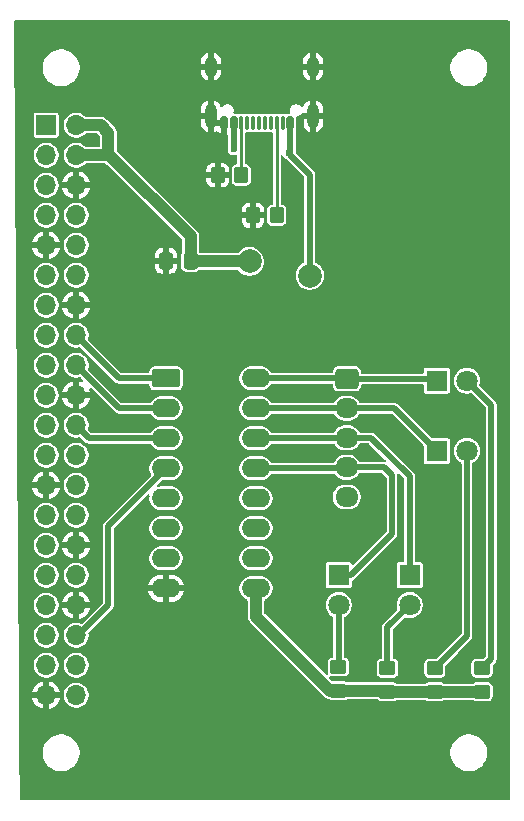
<source format=gbr>
%TF.GenerationSoftware,KiCad,Pcbnew,9.0.2*%
%TF.CreationDate,2025-11-26T15:53:52-08:00*%
%TF.ProjectId,ECE411_1,45434534-3131-45f3-912e-6b696361645f,3.0*%
%TF.SameCoordinates,Original*%
%TF.FileFunction,Copper,L1,Top*%
%TF.FilePolarity,Positive*%
%FSLAX46Y46*%
G04 Gerber Fmt 4.6, Leading zero omitted, Abs format (unit mm)*
G04 Created by KiCad (PCBNEW 9.0.2) date 2025-11-26 15:53:52*
%MOMM*%
%LPD*%
G01*
G04 APERTURE LIST*
G04 Aperture macros list*
%AMRoundRect*
0 Rectangle with rounded corners*
0 $1 Rounding radius*
0 $2 $3 $4 $5 $6 $7 $8 $9 X,Y pos of 4 corners*
0 Add a 4 corners polygon primitive as box body*
4,1,4,$2,$3,$4,$5,$6,$7,$8,$9,$2,$3,0*
0 Add four circle primitives for the rounded corners*
1,1,$1+$1,$2,$3*
1,1,$1+$1,$4,$5*
1,1,$1+$1,$6,$7*
1,1,$1+$1,$8,$9*
0 Add four rect primitives between the rounded corners*
20,1,$1+$1,$2,$3,$4,$5,0*
20,1,$1+$1,$4,$5,$6,$7,0*
20,1,$1+$1,$6,$7,$8,$9,0*
20,1,$1+$1,$8,$9,$2,$3,0*%
G04 Aperture macros list end*
%TA.AperFunction,SMDPad,CuDef*%
%ADD10RoundRect,0.150000X0.150000X0.425000X-0.150000X0.425000X-0.150000X-0.425000X0.150000X-0.425000X0*%
%TD*%
%TA.AperFunction,SMDPad,CuDef*%
%ADD11RoundRect,0.075000X0.075000X0.500000X-0.075000X0.500000X-0.075000X-0.500000X0.075000X-0.500000X0*%
%TD*%
%TA.AperFunction,HeatsinkPad*%
%ADD12O,1.000000X2.100000*%
%TD*%
%TA.AperFunction,HeatsinkPad*%
%ADD13O,1.000000X1.800000*%
%TD*%
%TA.AperFunction,ComponentPad*%
%ADD14RoundRect,0.250000X-0.725000X0.600000X-0.725000X-0.600000X0.725000X-0.600000X0.725000X0.600000X0*%
%TD*%
%TA.AperFunction,ComponentPad*%
%ADD15O,1.950000X1.700000*%
%TD*%
%TA.AperFunction,ComponentPad*%
%ADD16R,1.800000X1.800000*%
%TD*%
%TA.AperFunction,ComponentPad*%
%ADD17C,1.800000*%
%TD*%
%TA.AperFunction,ComponentPad*%
%ADD18C,2.010000*%
%TD*%
%TA.AperFunction,ComponentPad*%
%ADD19R,1.700000X1.700000*%
%TD*%
%TA.AperFunction,ComponentPad*%
%ADD20O,1.700000X1.700000*%
%TD*%
%TA.AperFunction,SMDPad,CuDef*%
%ADD21RoundRect,0.250000X-0.337500X-0.475000X0.337500X-0.475000X0.337500X0.475000X-0.337500X0.475000X0*%
%TD*%
%TA.AperFunction,SMDPad,CuDef*%
%ADD22RoundRect,0.250000X0.450000X-0.350000X0.450000X0.350000X-0.450000X0.350000X-0.450000X-0.350000X0*%
%TD*%
%TA.AperFunction,SMDPad,CuDef*%
%ADD23RoundRect,0.250000X0.350000X0.450000X-0.350000X0.450000X-0.350000X-0.450000X0.350000X-0.450000X0*%
%TD*%
%TA.AperFunction,ComponentPad*%
%ADD24RoundRect,0.250000X-0.950000X-0.550000X0.950000X-0.550000X0.950000X0.550000X-0.950000X0.550000X0*%
%TD*%
%TA.AperFunction,ComponentPad*%
%ADD25O,2.400000X1.600000*%
%TD*%
%TA.AperFunction,ViaPad*%
%ADD26C,0.600000*%
%TD*%
%TA.AperFunction,Conductor*%
%ADD27C,1.000000*%
%TD*%
%TA.AperFunction,Conductor*%
%ADD28C,0.500000*%
%TD*%
%TA.AperFunction,Conductor*%
%ADD29C,0.250000*%
%TD*%
G04 APERTURE END LIST*
D10*
%TO.P,J4,A1,GND*%
%TO.N,GND*%
X126700000Y-92680000D03*
%TO.P,J4,A4,VBUS*%
%TO.N,Net-(J4-VBUS-PadA4)*%
X125900000Y-92680000D03*
D11*
%TO.P,J4,A5,CC1*%
%TO.N,Net-(J4-CC1)*%
X124750000Y-92680000D03*
%TO.P,J4,A6,D+*%
%TO.N,unconnected-(J4-D+-PadA6)*%
X123750000Y-92680000D03*
%TO.P,J4,A7,D-*%
%TO.N,unconnected-(J4-D--PadA7)*%
X123250000Y-92680000D03*
%TO.P,J4,A8,SBU1*%
%TO.N,unconnected-(J4-SBU1-PadA8)*%
X122250000Y-92680000D03*
D10*
%TO.P,J4,A9,VBUS*%
%TO.N,Net-(J4-VBUS-PadA4)*%
X121100000Y-92680000D03*
%TO.P,J4,A12,GND*%
%TO.N,GND*%
X120300000Y-92680000D03*
%TO.P,J4,B1,GND*%
X120300000Y-92680000D03*
%TO.P,J4,B4,VBUS*%
%TO.N,Net-(J4-VBUS-PadA4)*%
X121100000Y-92680000D03*
D11*
%TO.P,J4,B5,CC2*%
%TO.N,Net-(J4-CC2)*%
X121750000Y-92680000D03*
%TO.P,J4,B6,D+*%
%TO.N,unconnected-(J4-D+-PadB6)*%
X122750000Y-92680000D03*
%TO.P,J4,B7,D-*%
%TO.N,unconnected-(J4-D--PadB7)*%
X124250000Y-92680000D03*
%TO.P,J4,B8,SBU2*%
%TO.N,unconnected-(J4-SBU2-PadB8)*%
X125250000Y-92680000D03*
D10*
%TO.P,J4,B9,VBUS*%
%TO.N,Net-(J4-VBUS-PadA4)*%
X125900000Y-92680000D03*
%TO.P,J4,B12,GND*%
%TO.N,GND*%
X126700000Y-92680000D03*
D12*
%TO.P,J4,S1,SHIELD*%
X127820000Y-92105000D03*
D13*
X127820000Y-87925000D03*
D12*
X119180000Y-92105000D03*
D13*
X119180000Y-87925000D03*
%TD*%
D14*
%TO.P,J1,1,Pin_1*%
%TO.N,Net-(D1-K)*%
X130690000Y-114344870D03*
D15*
%TO.P,J1,2,Pin_2*%
%TO.N,Net-(D2-K)*%
X130690000Y-116844870D03*
%TO.P,J1,3,Pin_3*%
%TO.N,Net-(D3-K)*%
X130690000Y-119344870D03*
%TO.P,J1,4,Pin_4*%
%TO.N,Net-(D4-K)*%
X130690000Y-121844870D03*
%TO.P,J1,5,Pin_5*%
%TO.N,/VCC*%
X130690000Y-124344870D03*
%TD*%
D16*
%TO.P,D1,1,K*%
%TO.N,Net-(D1-K)*%
X138308194Y-114491057D03*
D17*
%TO.P,D1,2,A*%
%TO.N,Net-(D1-A)*%
X140848194Y-114491057D03*
%TD*%
D18*
%TO.P,TH1,1*%
%TO.N,/VCC*%
X122450000Y-104400000D03*
%TO.P,TH1,2*%
%TO.N,Net-(J4-VBUS-PadA4)*%
X127550000Y-105600000D03*
%TD*%
D19*
%TO.P,J2,1,3V3*%
%TO.N,unconnected-(J2-3V3-Pad1)_1*%
X105230000Y-92870000D03*
D20*
%TO.P,J2,2,5V*%
%TO.N,/VCC*%
X107770000Y-92870000D03*
%TO.P,J2,3,SDA_I2C1/GPIO02*%
%TO.N,unconnected-(J2-SDA_I2C1{slash}GPIO02-Pad3)*%
X105230000Y-95410000D03*
%TO.P,J2,4,5V*%
%TO.N,/VCC*%
X107770000Y-95410000D03*
%TO.P,J2,5,SCL_I2C1/GPIO03*%
%TO.N,unconnected-(J2-SCL_I2C1{slash}GPIO03-Pad5)*%
X105230000Y-97950000D03*
%TO.P,J2,6,GND*%
%TO.N,GND*%
X107770000Y-97950000D03*
%TO.P,J2,7,GPCLK0/GPIO04*%
%TO.N,unconnected-(J2-GPCLK0{slash}GPIO04-Pad7)*%
X105230000Y-100490000D03*
%TO.P,J2,8,GPIO14/UART_TXD*%
%TO.N,unconnected-(J2-GPIO14{slash}UART_TXD-Pad8)*%
X107770000Y-100490000D03*
%TO.P,J2,9,GND*%
%TO.N,GND*%
X105230000Y-103030000D03*
%TO.P,J2,10,GPIO15/UART_RXD*%
%TO.N,unconnected-(J2-GPIO15{slash}UART_RXD-Pad10)*%
X107770000Y-103030000D03*
%TO.P,J2,11,GPIO17/SPI1_~{CE1}*%
%TO.N,unconnected-(J2-GPIO17{slash}SPI1_~{CE1}-Pad11)*%
X105230000Y-105570000D03*
%TO.P,J2,12,GPIO18/SPI1_~{CE0}/PCM_CLK/PWM0*%
%TO.N,unconnected-(J2-GPIO18{slash}SPI1_~{CE0}{slash}PCM_CLK{slash}PWM0-Pad12)*%
X107770000Y-105570000D03*
%TO.P,J2,13,GPIO27/SDIO_DAT3*%
%TO.N,unconnected-(J2-GPIO27{slash}SDIO_DAT3-Pad13)*%
X105230000Y-108110000D03*
%TO.P,J2,14,GND*%
%TO.N,GND*%
X107770000Y-108110000D03*
%TO.P,J2,15,GPIO22/SDIO_CLK*%
%TO.N,unconnected-(J2-GPIO22{slash}SDIO_CLK-Pad15)*%
X105230000Y-110650000D03*
%TO.P,J2,16,GPIO23/SDIO_CMD*%
%TO.N,IN1*%
X107770000Y-110650000D03*
%TO.P,J2,17,3V3*%
%TO.N,unconnected-(J2-3V3-Pad1)*%
X105230000Y-113190000D03*
%TO.P,J2,18,GPIO24/SDIO_DAT0*%
%TO.N,IN2*%
X107770000Y-113190000D03*
%TO.P,J2,19,MOSI_SPI0/GPIO10*%
%TO.N,unconnected-(J2-MOSI_SPI0{slash}GPIO10-Pad19)*%
X105230000Y-115730000D03*
%TO.P,J2,20,GND*%
%TO.N,GND*%
X107770000Y-115730000D03*
%TO.P,J2,21,MISO_SPI0/GPIO09*%
%TO.N,unconnected-(J2-MISO_SPI0{slash}GPIO09-Pad21)*%
X105230000Y-118270000D03*
%TO.P,J2,22,GPIO25/SDIO_DAT1*%
%TO.N,IN3*%
X107770000Y-118270000D03*
%TO.P,J2,23,SCLK_SPI0/GPIO11*%
%TO.N,unconnected-(J2-SCLK_SPI0{slash}GPIO11-Pad23)*%
X105230000Y-120810000D03*
%TO.P,J2,24,~{CE0}_SPI0/GPIO08*%
%TO.N,unconnected-(J2-~{CE0}_SPI0{slash}GPIO08-Pad24)*%
X107770000Y-120810000D03*
%TO.P,J2,25,GND*%
%TO.N,GND*%
X105230000Y-123350000D03*
%TO.P,J2,26,~{CE1}_SPI0/GPIO07*%
%TO.N,unconnected-(J2-~{CE1}_SPI0{slash}GPIO07-Pad26)*%
X107770000Y-123350000D03*
%TO.P,J2,27,ID_SD_I2C0/GPIO00*%
%TO.N,unconnected-(J2-ID_SD_I2C0{slash}GPIO00-Pad27)*%
X105230000Y-125890000D03*
%TO.P,J2,28,ID_SC_I2C0/GPIO01*%
%TO.N,unconnected-(J2-ID_SC_I2C0{slash}GPIO01-Pad28)*%
X107770000Y-125890000D03*
%TO.P,J2,29,GPCLK1/GPIO05*%
%TO.N,unconnected-(J2-GPCLK1{slash}GPIO05-Pad29)*%
X105230000Y-128430000D03*
%TO.P,J2,30,GND*%
%TO.N,GND*%
X107770000Y-128430000D03*
%TO.P,J2,31,GPCLK2/GPIO06*%
%TO.N,unconnected-(J2-GPCLK2{slash}GPIO06-Pad31)*%
X105230000Y-130970000D03*
%TO.P,J2,32,GPIO12/PWM0*%
%TO.N,unconnected-(J2-GPIO12{slash}PWM0-Pad32)*%
X107770000Y-130970000D03*
%TO.P,J2,33,GPIO13/PWM1*%
%TO.N,unconnected-(J2-GPIO13{slash}PWM1-Pad33)*%
X105230000Y-133510000D03*
%TO.P,J2,34,GND*%
%TO.N,GND*%
X107770000Y-133510000D03*
%TO.P,J2,35,GPIO19/SPI1_MISO/PCM_FS*%
%TO.N,unconnected-(J2-GPIO19{slash}SPI1_MISO{slash}PCM_FS-Pad35)*%
X105230000Y-136050000D03*
%TO.P,J2,36,GPIO16/SPI1_~{CE2}*%
%TO.N,IN4*%
X107770000Y-136050000D03*
%TO.P,J2,37,GPIO26/SDIO_DAT2*%
%TO.N,unconnected-(J2-GPIO26{slash}SDIO_DAT2-Pad37)*%
X105230000Y-138590000D03*
%TO.P,J2,38,GPIO20/SPI1_MOSI/PCM_DIN/PWM1*%
%TO.N,unconnected-(J2-GPIO20{slash}SPI1_MOSI{slash}PCM_DIN{slash}PWM1-Pad38)*%
X107770000Y-138590000D03*
%TO.P,J2,39,GND*%
%TO.N,GND*%
X105230000Y-141130000D03*
%TO.P,J2,40,GPIO21/SPI1_SCLK/PCM_DOUT*%
%TO.N,unconnected-(J2-GPIO21{slash}SPI1_SCLK{slash}PCM_DOUT-Pad40)*%
X107770000Y-141130000D03*
%TD*%
D16*
%TO.P,D3,1,K*%
%TO.N,Net-(D3-K)*%
X136000000Y-130960000D03*
D17*
%TO.P,D3,2,A*%
%TO.N,Net-(D3-A)*%
X136000000Y-133500000D03*
%TD*%
D16*
%TO.P,D2,1,K*%
%TO.N,Net-(D2-K)*%
X138308194Y-120445636D03*
D17*
%TO.P,D2,2,A*%
%TO.N,Net-(D2-A)*%
X140848194Y-120445636D03*
%TD*%
D21*
%TO.P,C1,1*%
%TO.N,GND*%
X115381778Y-104363722D03*
%TO.P,C1,2*%
%TO.N,/VCC*%
X117456778Y-104363722D03*
%TD*%
D22*
%TO.P,R1,1*%
%TO.N,/VCC*%
X142127947Y-140840659D03*
%TO.P,R1,2*%
%TO.N,Net-(D1-A)*%
X142127947Y-138840659D03*
%TD*%
D23*
%TO.P,R6,1*%
%TO.N,Net-(J4-CC2)*%
X121755087Y-97089021D03*
%TO.P,R6,2*%
%TO.N,GND*%
X119755087Y-97089021D03*
%TD*%
D22*
%TO.P,R2,1*%
%TO.N,/VCC*%
X138127947Y-140840659D03*
%TO.P,R2,2*%
%TO.N,Net-(D2-A)*%
X138127947Y-138840659D03*
%TD*%
D23*
%TO.P,R5,1*%
%TO.N,Net-(J4-CC1)*%
X124745810Y-100500000D03*
%TO.P,R5,2*%
%TO.N,GND*%
X122745810Y-100500000D03*
%TD*%
D22*
%TO.P,R4,1*%
%TO.N,/VCC*%
X129975070Y-140744634D03*
%TO.P,R4,2*%
%TO.N,Net-(D4-A)*%
X129975070Y-138744634D03*
%TD*%
D16*
%TO.P,D4,1,K*%
%TO.N,Net-(D4-K)*%
X130000000Y-130960000D03*
D17*
%TO.P,D4,2,A*%
%TO.N,Net-(D4-A)*%
X130000000Y-133500000D03*
%TD*%
D24*
%TO.P,U1,1,I1*%
%TO.N,IN1*%
X115380000Y-114300000D03*
D25*
%TO.P,U1,2,I2*%
%TO.N,IN2*%
X115380000Y-116840000D03*
%TO.P,U1,3,I3*%
%TO.N,IN3*%
X115380000Y-119380000D03*
%TO.P,U1,4,I4*%
%TO.N,IN4*%
X115380000Y-121920000D03*
%TO.P,U1,5,I5*%
%TO.N,unconnected-(U1-I5-Pad5)*%
X115380000Y-124460000D03*
%TO.P,U1,6,I6*%
%TO.N,unconnected-(U1-I6-Pad6)*%
X115380000Y-127000000D03*
%TO.P,U1,7,I7*%
%TO.N,unconnected-(U1-I7-Pad7)*%
X115380000Y-129540000D03*
%TO.P,U1,8,GND*%
%TO.N,GND*%
X115380000Y-132080000D03*
%TO.P,U1,9,COM*%
%TO.N,/VCC*%
X123000000Y-132080000D03*
%TO.P,U1,10,O7*%
%TO.N,unconnected-(U1-O7-Pad10)*%
X123000000Y-129540000D03*
%TO.P,U1,11,O6*%
%TO.N,unconnected-(U1-O6-Pad11)*%
X123000000Y-127000000D03*
%TO.P,U1,12,O5*%
%TO.N,unconnected-(U1-O5-Pad12)*%
X123000000Y-124460000D03*
%TO.P,U1,13,O4*%
%TO.N,Net-(D4-K)*%
X123000000Y-121920000D03*
%TO.P,U1,14,O3*%
%TO.N,Net-(D3-K)*%
X123000000Y-119380000D03*
%TO.P,U1,15,O2*%
%TO.N,Net-(D2-K)*%
X123000000Y-116840000D03*
%TO.P,U1,16,O1*%
%TO.N,Net-(D1-K)*%
X123000000Y-114300000D03*
%TD*%
D22*
%TO.P,R3,1*%
%TO.N,/VCC*%
X134127947Y-140840659D03*
%TO.P,R3,2*%
%TO.N,Net-(D3-A)*%
X134127947Y-138840659D03*
%TD*%
D26*
%TO.N,Net-(J4-VBUS-PadA4)*%
X125750000Y-95250000D03*
X121099005Y-94911128D03*
%TD*%
D27*
%TO.N,/VCC*%
X110500000Y-93500000D02*
X110500000Y-95410000D01*
X110500000Y-95410000D02*
X110585803Y-95410000D01*
X110585803Y-95410000D02*
X117456778Y-102280975D01*
X107770000Y-92870000D02*
X109870000Y-92870000D01*
X117493056Y-104400000D02*
X117456778Y-104363722D01*
X107770000Y-95410000D02*
X110500000Y-95410000D01*
X138127947Y-140840659D02*
X142127947Y-140840659D01*
X129275070Y-140744634D02*
X129975070Y-140744634D01*
X134031922Y-140744634D02*
X134127947Y-140840659D01*
X117456778Y-104363722D02*
X117456778Y-103000000D01*
X122450000Y-104400000D02*
X117493056Y-104400000D01*
X109870000Y-92870000D02*
X110500000Y-93500000D01*
X123000000Y-132080000D02*
X123000000Y-134469564D01*
X123000000Y-134469564D02*
X129275070Y-140744634D01*
X117456778Y-102280975D02*
X117456778Y-103000000D01*
X129975070Y-140744634D02*
X134031922Y-140744634D01*
X134127947Y-140840659D02*
X138127947Y-140840659D01*
D28*
%TO.N,Net-(D1-K)*%
X138153324Y-114645927D02*
X138308194Y-114491057D01*
X138117934Y-114300797D02*
X138308194Y-114491057D01*
X123000000Y-114300000D02*
X130645130Y-114300000D01*
X138162007Y-114344870D02*
X138308194Y-114491057D01*
X130690000Y-114344870D02*
X138162007Y-114344870D01*
X130645130Y-114300000D02*
X130690000Y-114344870D01*
%TO.N,Net-(D1-A)*%
X142127947Y-138840659D02*
X142247947Y-138840659D01*
X142923707Y-116566570D02*
X142923707Y-138044899D01*
X142923707Y-138044899D02*
X142127947Y-138840659D01*
X140848194Y-114491057D02*
X142923707Y-116566570D01*
%TO.N,Net-(D2-K)*%
X134707428Y-116844870D02*
X138308194Y-120445636D01*
X123000000Y-116840000D02*
X130685130Y-116840000D01*
X130685130Y-116840000D02*
X130690000Y-116844870D01*
X130690000Y-116844870D02*
X134707428Y-116844870D01*
%TO.N,Net-(D2-A)*%
X140848194Y-136120412D02*
X138127947Y-138840659D01*
X140848194Y-120445636D02*
X140848194Y-136120412D01*
%TO.N,Net-(D3-A)*%
X136000000Y-133500000D02*
X134127947Y-135372053D01*
X134127947Y-135372053D02*
X134127947Y-138840659D01*
%TO.N,Net-(D3-K)*%
X123000000Y-119380000D02*
X130654870Y-119380000D01*
X136000000Y-122602793D02*
X132742077Y-119344870D01*
X130654870Y-119380000D02*
X130690000Y-119344870D01*
X130690000Y-119344870D02*
X132742077Y-119344870D01*
X136000000Y-130960000D02*
X136000000Y-122602793D01*
%TO.N,Net-(D4-A)*%
X130000000Y-133500000D02*
X130000000Y-138719704D01*
X130000000Y-138719704D02*
X129975070Y-138744634D01*
%TO.N,Net-(D4-K)*%
X134500000Y-127500000D02*
X131040000Y-130960000D01*
X130690000Y-121844870D02*
X133844870Y-121844870D01*
X123000000Y-121920000D02*
X130614870Y-121920000D01*
X131040000Y-130960000D02*
X130000000Y-130960000D01*
X133844870Y-121844870D02*
X134500000Y-122500000D01*
X134500000Y-122500000D02*
X134500000Y-127500000D01*
%TO.N,IN2*%
X107770000Y-113190000D02*
X111420000Y-116840000D01*
X111420000Y-116840000D02*
X115380000Y-116840000D01*
%TO.N,IN4*%
X107770000Y-136050000D02*
X107950000Y-136050000D01*
X110500000Y-126800000D02*
X115380000Y-121920000D01*
X107950000Y-136050000D02*
X110500000Y-133500000D01*
X110500000Y-133500000D02*
X110500000Y-126800000D01*
%TO.N,IN1*%
X111420000Y-114300000D02*
X115380000Y-114300000D01*
X107770000Y-110650000D02*
X111420000Y-114300000D01*
%TO.N,IN3*%
X107770000Y-118270000D02*
X108880000Y-119380000D01*
X108880000Y-119380000D02*
X115380000Y-119380000D01*
%TO.N,Net-(J4-VBUS-PadA4)*%
X121100000Y-94926000D02*
X121099005Y-94925005D01*
X121100000Y-92680000D02*
X121100000Y-94926000D01*
X127550000Y-97050000D02*
X125900000Y-95400000D01*
X121099005Y-94925005D02*
X121099005Y-94911128D01*
X125900000Y-92680000D02*
X125900000Y-95400000D01*
X127550000Y-105600000D02*
X127550000Y-97050000D01*
D29*
%TO.N,Net-(J4-CC2)*%
X121750000Y-97083934D02*
X121755087Y-97089021D01*
X121750000Y-92680000D02*
X121750000Y-97083934D01*
%TO.N,Net-(J4-CC1)*%
X124750000Y-100495810D02*
X124745810Y-100500000D01*
X124750000Y-92680000D02*
X124750000Y-100495810D01*
%TD*%
%TA.AperFunction,Conductor*%
%TO.N,GND*%
G36*
X144442539Y-84020185D02*
G01*
X144488294Y-84072989D01*
X144499500Y-84124500D01*
X144499500Y-149875500D01*
X144479815Y-149942539D01*
X144427011Y-149988294D01*
X144375500Y-149999500D01*
X103119858Y-149999500D01*
X103052819Y-149979815D01*
X103007064Y-149927011D01*
X102995861Y-149876425D01*
X102966018Y-145877573D01*
X104944500Y-145877573D01*
X104944500Y-146122426D01*
X104982800Y-146364243D01*
X104982801Y-146364247D01*
X105058462Y-146597105D01*
X105169617Y-146815260D01*
X105313531Y-147013340D01*
X105486660Y-147186469D01*
X105684740Y-147330383D01*
X105902895Y-147441538D01*
X106135753Y-147517199D01*
X106226437Y-147531561D01*
X106377574Y-147555500D01*
X106377579Y-147555500D01*
X106622426Y-147555500D01*
X106756768Y-147534221D01*
X106864247Y-147517199D01*
X107097105Y-147441538D01*
X107315260Y-147330383D01*
X107513340Y-147186469D01*
X107686469Y-147013340D01*
X107830383Y-146815260D01*
X107941538Y-146597105D01*
X108017199Y-146364247D01*
X108034221Y-146256768D01*
X108055500Y-146122426D01*
X108055500Y-145877573D01*
X139444500Y-145877573D01*
X139444500Y-146122426D01*
X139482800Y-146364243D01*
X139482801Y-146364247D01*
X139558462Y-146597105D01*
X139669617Y-146815260D01*
X139813531Y-147013340D01*
X139986660Y-147186469D01*
X140184740Y-147330383D01*
X140402895Y-147441538D01*
X140635753Y-147517199D01*
X140726437Y-147531561D01*
X140877574Y-147555500D01*
X140877579Y-147555500D01*
X141122426Y-147555500D01*
X141256768Y-147534221D01*
X141364247Y-147517199D01*
X141597105Y-147441538D01*
X141815260Y-147330383D01*
X142013340Y-147186469D01*
X142186469Y-147013340D01*
X142330383Y-146815260D01*
X142441538Y-146597105D01*
X142517199Y-146364247D01*
X142534221Y-146256768D01*
X142555500Y-146122426D01*
X142555500Y-145877573D01*
X142517199Y-145635756D01*
X142517199Y-145635753D01*
X142441538Y-145402895D01*
X142330383Y-145184740D01*
X142186469Y-144986660D01*
X142013340Y-144813531D01*
X141815260Y-144669617D01*
X141597105Y-144558462D01*
X141364247Y-144482801D01*
X141364245Y-144482800D01*
X141364243Y-144482800D01*
X141122426Y-144444500D01*
X141122421Y-144444500D01*
X140877579Y-144444500D01*
X140877574Y-144444500D01*
X140635756Y-144482800D01*
X140402892Y-144558463D01*
X140184739Y-144669617D01*
X140071727Y-144751725D01*
X139986660Y-144813531D01*
X139986658Y-144813533D01*
X139986657Y-144813533D01*
X139813533Y-144986657D01*
X139813533Y-144986658D01*
X139813531Y-144986660D01*
X139751725Y-145071727D01*
X139669617Y-145184739D01*
X139558463Y-145402892D01*
X139482800Y-145635756D01*
X139444500Y-145877573D01*
X108055500Y-145877573D01*
X108017199Y-145635756D01*
X108017199Y-145635753D01*
X107941538Y-145402895D01*
X107830383Y-145184740D01*
X107686469Y-144986660D01*
X107513340Y-144813531D01*
X107315260Y-144669617D01*
X107097105Y-144558462D01*
X106864247Y-144482801D01*
X106864245Y-144482800D01*
X106864243Y-144482800D01*
X106622426Y-144444500D01*
X106622421Y-144444500D01*
X106377579Y-144444500D01*
X106377574Y-144444500D01*
X106135756Y-144482800D01*
X105902892Y-144558463D01*
X105684739Y-144669617D01*
X105571727Y-144751725D01*
X105486660Y-144813531D01*
X105486658Y-144813533D01*
X105486657Y-144813533D01*
X105313533Y-144986657D01*
X105313533Y-144986658D01*
X105313531Y-144986660D01*
X105251725Y-145071727D01*
X105169617Y-145184739D01*
X105058463Y-145402892D01*
X104982800Y-145635756D01*
X104944500Y-145877573D01*
X102966018Y-145877573D01*
X102965989Y-145873632D01*
X102932185Y-141343862D01*
X102929778Y-141021368D01*
X102929007Y-140917988D01*
X102928724Y-140880000D01*
X104054638Y-140880000D01*
X104796988Y-140880000D01*
X104764075Y-140937007D01*
X104730000Y-141064174D01*
X104730000Y-141195826D01*
X104764075Y-141322993D01*
X104796988Y-141380000D01*
X104054638Y-141380000D01*
X104059548Y-141411002D01*
X104117914Y-141590637D01*
X104203670Y-141758940D01*
X104314685Y-141911741D01*
X104314689Y-141911746D01*
X104448253Y-142045310D01*
X104448258Y-142045314D01*
X104601059Y-142156329D01*
X104769362Y-142242085D01*
X104948997Y-142300451D01*
X104980000Y-142305362D01*
X104980000Y-141563012D01*
X105037007Y-141595925D01*
X105164174Y-141630000D01*
X105295826Y-141630000D01*
X105422993Y-141595925D01*
X105480000Y-141563012D01*
X105480000Y-142305361D01*
X105511002Y-142300451D01*
X105690637Y-142242085D01*
X105858940Y-142156329D01*
X106011741Y-142045314D01*
X106011746Y-142045310D01*
X106145310Y-141911746D01*
X106145314Y-141911741D01*
X106256329Y-141758940D01*
X106342085Y-141590637D01*
X106400451Y-141411002D01*
X106405362Y-141380000D01*
X105663012Y-141380000D01*
X105695925Y-141322993D01*
X105730000Y-141195826D01*
X105730000Y-141064174D01*
X105719913Y-141026530D01*
X106719500Y-141026530D01*
X106719500Y-141233469D01*
X106759868Y-141436412D01*
X106759870Y-141436420D01*
X106839058Y-141627596D01*
X106954024Y-141799657D01*
X107100342Y-141945975D01*
X107100345Y-141945977D01*
X107272402Y-142060941D01*
X107463580Y-142140130D01*
X107666530Y-142180499D01*
X107666534Y-142180500D01*
X107666535Y-142180500D01*
X107873466Y-142180500D01*
X107873467Y-142180499D01*
X108076420Y-142140130D01*
X108267598Y-142060941D01*
X108439655Y-141945977D01*
X108585977Y-141799655D01*
X108700941Y-141627598D01*
X108780130Y-141436420D01*
X108820500Y-141233465D01*
X108820500Y-141026535D01*
X108780130Y-140823580D01*
X108700941Y-140632402D01*
X108585977Y-140460345D01*
X108585975Y-140460342D01*
X108439657Y-140314024D01*
X108290984Y-140214685D01*
X108267598Y-140199059D01*
X108124776Y-140139900D01*
X108076420Y-140119870D01*
X108076412Y-140119868D01*
X107873469Y-140079500D01*
X107873465Y-140079500D01*
X107666535Y-140079500D01*
X107666530Y-140079500D01*
X107463587Y-140119868D01*
X107463579Y-140119870D01*
X107272403Y-140199058D01*
X107100342Y-140314024D01*
X106954024Y-140460342D01*
X106839058Y-140632403D01*
X106759870Y-140823579D01*
X106759868Y-140823587D01*
X106719500Y-141026530D01*
X105719913Y-141026530D01*
X105695925Y-140937007D01*
X105663012Y-140880000D01*
X106405362Y-140880000D01*
X106400451Y-140848997D01*
X106342085Y-140669362D01*
X106256329Y-140501059D01*
X106145314Y-140348258D01*
X106145310Y-140348253D01*
X106011746Y-140214689D01*
X106011741Y-140214685D01*
X105858940Y-140103670D01*
X105690635Y-140017913D01*
X105511004Y-139959549D01*
X105510995Y-139959547D01*
X105480000Y-139954637D01*
X105480000Y-140696988D01*
X105422993Y-140664075D01*
X105295826Y-140630000D01*
X105164174Y-140630000D01*
X105037007Y-140664075D01*
X104980000Y-140696988D01*
X104980000Y-139954637D01*
X104979999Y-139954637D01*
X104949004Y-139959547D01*
X104948995Y-139959549D01*
X104769364Y-140017913D01*
X104601059Y-140103670D01*
X104448258Y-140214685D01*
X104448253Y-140214689D01*
X104314689Y-140348253D01*
X104314685Y-140348258D01*
X104203670Y-140501059D01*
X104117914Y-140669362D01*
X104059548Y-140848997D01*
X104054638Y-140880000D01*
X102928724Y-140880000D01*
X102910862Y-138486530D01*
X104179500Y-138486530D01*
X104179500Y-138693469D01*
X104219868Y-138896412D01*
X104219870Y-138896420D01*
X104299058Y-139087596D01*
X104414024Y-139259657D01*
X104560342Y-139405975D01*
X104560345Y-139405977D01*
X104732402Y-139520941D01*
X104923580Y-139600130D01*
X105115500Y-139638305D01*
X105126530Y-139640499D01*
X105126534Y-139640500D01*
X105126535Y-139640500D01*
X105333466Y-139640500D01*
X105333467Y-139640499D01*
X105536420Y-139600130D01*
X105727598Y-139520941D01*
X105899655Y-139405977D01*
X106045977Y-139259655D01*
X106160941Y-139087598D01*
X106240130Y-138896420D01*
X106280500Y-138693465D01*
X106280500Y-138486535D01*
X106280499Y-138486530D01*
X106719500Y-138486530D01*
X106719500Y-138693469D01*
X106759868Y-138896412D01*
X106759870Y-138896420D01*
X106839058Y-139087596D01*
X106954024Y-139259657D01*
X107100342Y-139405975D01*
X107100345Y-139405977D01*
X107272402Y-139520941D01*
X107463580Y-139600130D01*
X107655500Y-139638305D01*
X107666530Y-139640499D01*
X107666534Y-139640500D01*
X107666535Y-139640500D01*
X107873466Y-139640500D01*
X107873467Y-139640499D01*
X108076420Y-139600130D01*
X108267598Y-139520941D01*
X108439655Y-139405977D01*
X108585977Y-139259655D01*
X108700941Y-139087598D01*
X108780130Y-138896420D01*
X108820500Y-138693465D01*
X108820500Y-138486535D01*
X108780130Y-138283580D01*
X108700941Y-138092402D01*
X108585977Y-137920345D01*
X108585975Y-137920342D01*
X108439657Y-137774024D01*
X108353626Y-137716541D01*
X108267598Y-137659059D01*
X108076420Y-137579870D01*
X108076412Y-137579868D01*
X107873469Y-137539500D01*
X107873465Y-137539500D01*
X107666535Y-137539500D01*
X107666530Y-137539500D01*
X107463587Y-137579868D01*
X107463579Y-137579870D01*
X107272403Y-137659058D01*
X107100342Y-137774024D01*
X106954024Y-137920342D01*
X106839058Y-138092403D01*
X106759870Y-138283579D01*
X106759868Y-138283587D01*
X106719500Y-138486530D01*
X106280499Y-138486530D01*
X106240130Y-138283580D01*
X106160941Y-138092402D01*
X106045977Y-137920345D01*
X106045975Y-137920342D01*
X105899657Y-137774024D01*
X105813626Y-137716541D01*
X105727598Y-137659059D01*
X105536420Y-137579870D01*
X105536412Y-137579868D01*
X105333469Y-137539500D01*
X105333465Y-137539500D01*
X105126535Y-137539500D01*
X105126530Y-137539500D01*
X104923587Y-137579868D01*
X104923579Y-137579870D01*
X104732403Y-137659058D01*
X104560342Y-137774024D01*
X104414024Y-137920342D01*
X104299058Y-138092403D01*
X104219870Y-138283579D01*
X104219868Y-138283587D01*
X104179500Y-138486530D01*
X102910862Y-138486530D01*
X102910823Y-138481368D01*
X102891907Y-135946530D01*
X104179500Y-135946530D01*
X104179500Y-136153469D01*
X104219868Y-136356412D01*
X104219870Y-136356420D01*
X104299058Y-136547596D01*
X104414024Y-136719657D01*
X104560342Y-136865975D01*
X104560345Y-136865977D01*
X104732402Y-136980941D01*
X104923580Y-137060130D01*
X105126530Y-137100499D01*
X105126534Y-137100500D01*
X105126535Y-137100500D01*
X105333466Y-137100500D01*
X105333467Y-137100499D01*
X105536420Y-137060130D01*
X105727598Y-136980941D01*
X105899655Y-136865977D01*
X106045977Y-136719655D01*
X106160941Y-136547598D01*
X106240130Y-136356420D01*
X106280500Y-136153465D01*
X106280500Y-135946535D01*
X106280499Y-135946530D01*
X106719500Y-135946530D01*
X106719500Y-136153469D01*
X106759868Y-136356412D01*
X106759870Y-136356420D01*
X106839058Y-136547596D01*
X106954024Y-136719657D01*
X107100342Y-136865975D01*
X107100345Y-136865977D01*
X107272402Y-136980941D01*
X107463580Y-137060130D01*
X107666530Y-137100499D01*
X107666534Y-137100500D01*
X107666535Y-137100500D01*
X107873466Y-137100500D01*
X107873467Y-137100499D01*
X108076420Y-137060130D01*
X108267598Y-136980941D01*
X108439655Y-136865977D01*
X108585977Y-136719655D01*
X108700941Y-136547598D01*
X108780130Y-136356420D01*
X108820500Y-136153465D01*
X108820500Y-135946535D01*
X108811873Y-135903164D01*
X108818100Y-135833575D01*
X108845807Y-135791295D01*
X110860490Y-133776614D01*
X110919799Y-133673886D01*
X110950500Y-133559309D01*
X110950500Y-131830000D01*
X113855261Y-131830000D01*
X115064314Y-131830000D01*
X115059920Y-131834394D01*
X115007259Y-131925606D01*
X114980000Y-132027339D01*
X114980000Y-132132661D01*
X115007259Y-132234394D01*
X115059920Y-132325606D01*
X115064314Y-132330000D01*
X113855261Y-132330000D01*
X113858315Y-132349285D01*
X113858318Y-132349295D01*
X113914250Y-132521441D01*
X113914252Y-132521447D01*
X113996434Y-132682734D01*
X114102823Y-132829169D01*
X114230830Y-132957176D01*
X114377265Y-133063565D01*
X114538552Y-133145747D01*
X114538555Y-133145748D01*
X114710706Y-133201682D01*
X114889494Y-133230000D01*
X115130000Y-133230000D01*
X115130000Y-132395686D01*
X115134394Y-132400080D01*
X115225606Y-132452741D01*
X115327339Y-132480000D01*
X115432661Y-132480000D01*
X115534394Y-132452741D01*
X115625606Y-132400080D01*
X115630000Y-132395686D01*
X115630000Y-133230000D01*
X115870506Y-133230000D01*
X116049293Y-133201682D01*
X116221444Y-133145748D01*
X116221447Y-133145747D01*
X116382734Y-133063565D01*
X116529169Y-132957176D01*
X116657176Y-132829169D01*
X116763565Y-132682734D01*
X116845747Y-132521447D01*
X116845749Y-132521441D01*
X116901681Y-132349295D01*
X116901684Y-132349285D01*
X116904739Y-132330000D01*
X115695686Y-132330000D01*
X115700080Y-132325606D01*
X115752741Y-132234394D01*
X115767706Y-132178543D01*
X121599499Y-132178543D01*
X121637947Y-132371829D01*
X121637950Y-132371839D01*
X121713364Y-132553907D01*
X121713371Y-132553920D01*
X121822860Y-132717781D01*
X121822863Y-132717785D01*
X121962217Y-132857139D01*
X122061103Y-132923212D01*
X122126086Y-132966632D01*
X122222953Y-133006755D01*
X122277355Y-133050594D01*
X122299421Y-133116888D01*
X122299500Y-133121315D01*
X122299500Y-134400570D01*
X122299500Y-134538558D01*
X122299500Y-134538560D01*
X122299499Y-134538560D01*
X122326418Y-134673886D01*
X122326421Y-134673896D01*
X122379222Y-134801371D01*
X122455887Y-134916109D01*
X128828524Y-141288746D01*
X128943262Y-141365411D01*
X129070737Y-141418212D01*
X129070742Y-141418214D01*
X129070746Y-141418214D01*
X129070747Y-141418215D01*
X129206073Y-141445134D01*
X129212136Y-141445731D01*
X129211866Y-141448462D01*
X129267569Y-141464819D01*
X129274163Y-141469364D01*
X129312183Y-141497424D01*
X129312185Y-141497425D01*
X129312188Y-141497427D01*
X129354915Y-141512378D01*
X129440369Y-141542280D01*
X129470800Y-141545134D01*
X129470804Y-141545134D01*
X130479340Y-141545134D01*
X130509769Y-141542280D01*
X130509771Y-141542280D01*
X130573860Y-141519853D01*
X130637952Y-141497427D01*
X130641113Y-141495093D01*
X130675977Y-141469364D01*
X130741606Y-141445393D01*
X130749610Y-141445134D01*
X133243253Y-141445134D01*
X133310292Y-141464819D01*
X133343023Y-141495501D01*
X133355795Y-141512807D01*
X133355796Y-141512807D01*
X133355797Y-141512809D01*
X133465065Y-141593452D01*
X133507792Y-141608403D01*
X133593246Y-141638305D01*
X133623677Y-141641159D01*
X133623681Y-141641159D01*
X134632217Y-141641159D01*
X134662646Y-141638305D01*
X134662648Y-141638305D01*
X134726737Y-141615878D01*
X134790829Y-141593452D01*
X134794643Y-141590637D01*
X134828854Y-141565389D01*
X134894483Y-141541418D01*
X134902487Y-141541159D01*
X137353407Y-141541159D01*
X137420446Y-141560844D01*
X137427040Y-141565389D01*
X137465060Y-141593449D01*
X137465062Y-141593450D01*
X137465065Y-141593452D01*
X137507792Y-141608403D01*
X137593246Y-141638305D01*
X137623677Y-141641159D01*
X137623681Y-141641159D01*
X138632217Y-141641159D01*
X138662646Y-141638305D01*
X138662648Y-141638305D01*
X138726737Y-141615878D01*
X138790829Y-141593452D01*
X138794643Y-141590637D01*
X138828854Y-141565389D01*
X138894483Y-141541418D01*
X138902487Y-141541159D01*
X141353407Y-141541159D01*
X141420446Y-141560844D01*
X141427040Y-141565389D01*
X141465060Y-141593449D01*
X141465062Y-141593450D01*
X141465065Y-141593452D01*
X141507792Y-141608403D01*
X141593246Y-141638305D01*
X141623677Y-141641159D01*
X141623681Y-141641159D01*
X142632217Y-141641159D01*
X142662646Y-141638305D01*
X142662648Y-141638305D01*
X142726737Y-141615878D01*
X142790829Y-141593452D01*
X142900097Y-141512809D01*
X142980740Y-141403541D01*
X143020908Y-141288748D01*
X143025593Y-141275360D01*
X143025593Y-141275358D01*
X143028447Y-141244928D01*
X143028447Y-140436389D01*
X143025593Y-140405959D01*
X143025593Y-140405957D01*
X142980740Y-140277778D01*
X142980739Y-140277776D01*
X142934176Y-140214685D01*
X142900097Y-140168509D01*
X142790829Y-140087866D01*
X142790827Y-140087865D01*
X142662647Y-140043012D01*
X142632217Y-140040159D01*
X142632213Y-140040159D01*
X141623681Y-140040159D01*
X141623677Y-140040159D01*
X141593247Y-140043012D01*
X141593245Y-140043012D01*
X141465066Y-140087865D01*
X141465060Y-140087868D01*
X141427040Y-140115929D01*
X141361411Y-140139900D01*
X141353407Y-140140159D01*
X138902487Y-140140159D01*
X138835448Y-140120474D01*
X138828854Y-140115929D01*
X138790833Y-140087868D01*
X138790827Y-140087865D01*
X138662647Y-140043012D01*
X138632217Y-140040159D01*
X138632213Y-140040159D01*
X137623681Y-140040159D01*
X137623677Y-140040159D01*
X137593247Y-140043012D01*
X137593245Y-140043012D01*
X137465066Y-140087865D01*
X137465060Y-140087868D01*
X137427040Y-140115929D01*
X137361411Y-140139900D01*
X137353407Y-140140159D01*
X134902487Y-140140159D01*
X134835448Y-140120474D01*
X134828854Y-140115929D01*
X134790833Y-140087868D01*
X134790827Y-140087865D01*
X134662647Y-140043012D01*
X134632217Y-140040159D01*
X134632213Y-140040159D01*
X133623681Y-140040159D01*
X133623678Y-140040159D01*
X133587070Y-140043592D01*
X133575492Y-140044134D01*
X130749610Y-140044134D01*
X130682571Y-140024449D01*
X130675977Y-140019904D01*
X130637956Y-139991843D01*
X130637950Y-139991840D01*
X130509770Y-139946987D01*
X130479340Y-139944134D01*
X130479336Y-139944134D01*
X129516589Y-139944134D01*
X129449550Y-139924449D01*
X129428908Y-139907815D01*
X129244605Y-139723512D01*
X129211120Y-139662189D01*
X129216104Y-139592497D01*
X129257976Y-139536564D01*
X129323440Y-139512147D01*
X129373239Y-139518789D01*
X129440371Y-139542280D01*
X129440370Y-139542280D01*
X129470800Y-139545134D01*
X129470804Y-139545134D01*
X130479340Y-139545134D01*
X130509769Y-139542280D01*
X130509771Y-139542280D01*
X130576900Y-139518790D01*
X130637952Y-139497427D01*
X130747220Y-139416784D01*
X130827863Y-139307516D01*
X130850289Y-139243424D01*
X130872716Y-139179335D01*
X130872716Y-139179333D01*
X130875570Y-139148903D01*
X130875570Y-138436389D01*
X133227447Y-138436389D01*
X133227447Y-139244928D01*
X133230300Y-139275358D01*
X133230300Y-139275360D01*
X133275153Y-139403539D01*
X133275154Y-139403541D01*
X133355797Y-139512809D01*
X133465065Y-139593452D01*
X133484147Y-139600129D01*
X133593246Y-139638305D01*
X133623677Y-139641159D01*
X133623681Y-139641159D01*
X134632217Y-139641159D01*
X134662646Y-139638305D01*
X134662648Y-139638305D01*
X134726737Y-139615878D01*
X134790829Y-139593452D01*
X134900097Y-139512809D01*
X134980740Y-139403541D01*
X135003166Y-139339449D01*
X135025593Y-139275360D01*
X135025593Y-139275358D01*
X135028447Y-139244928D01*
X135028447Y-138436389D01*
X137227447Y-138436389D01*
X137227447Y-139244928D01*
X137230300Y-139275358D01*
X137230300Y-139275360D01*
X137275153Y-139403539D01*
X137275154Y-139403541D01*
X137355797Y-139512809D01*
X137465065Y-139593452D01*
X137484147Y-139600129D01*
X137593246Y-139638305D01*
X137623677Y-139641159D01*
X137623681Y-139641159D01*
X138632217Y-139641159D01*
X138662646Y-139638305D01*
X138662648Y-139638305D01*
X138726737Y-139615878D01*
X138790829Y-139593452D01*
X138900097Y-139512809D01*
X138980740Y-139403541D01*
X139003166Y-139339449D01*
X139025593Y-139275360D01*
X139025593Y-139275358D01*
X139028447Y-139244928D01*
X139028447Y-138628624D01*
X139048132Y-138561585D01*
X139064766Y-138540943D01*
X140066209Y-137539500D01*
X141208683Y-136397026D01*
X141267993Y-136294299D01*
X141278703Y-136254328D01*
X141298694Y-136179721D01*
X141298694Y-121527201D01*
X141318379Y-121460162D01*
X141366398Y-121416717D01*
X141424982Y-121386868D01*
X141565122Y-121285050D01*
X141687608Y-121162564D01*
X141789426Y-121022424D01*
X141868067Y-120868081D01*
X141921596Y-120703337D01*
X141948694Y-120532247D01*
X141948694Y-120359025D01*
X141921596Y-120187935D01*
X141868067Y-120023191D01*
X141789426Y-119868848D01*
X141687608Y-119728708D01*
X141565122Y-119606222D01*
X141424982Y-119504404D01*
X141270639Y-119425763D01*
X141105895Y-119372234D01*
X141105893Y-119372233D01*
X141105892Y-119372233D01*
X140974465Y-119351417D01*
X140934805Y-119345136D01*
X140761583Y-119345136D01*
X140721922Y-119351417D01*
X140590496Y-119372233D01*
X140425746Y-119425764D01*
X140271405Y-119504404D01*
X140191450Y-119562495D01*
X140131266Y-119606222D01*
X140131264Y-119606224D01*
X140131263Y-119606224D01*
X140008782Y-119728705D01*
X140008782Y-119728706D01*
X140008780Y-119728708D01*
X140000223Y-119740486D01*
X139906962Y-119868847D01*
X139828322Y-120023188D01*
X139774791Y-120187938D01*
X139762327Y-120266635D01*
X139747694Y-120359025D01*
X139747694Y-120532247D01*
X139774792Y-120703337D01*
X139828321Y-120868081D01*
X139906962Y-121022424D01*
X140008780Y-121162564D01*
X140131266Y-121285050D01*
X140162298Y-121307596D01*
X140271401Y-121386865D01*
X140271405Y-121386867D01*
X140271406Y-121386868D01*
X140329989Y-121416717D01*
X140380784Y-121464689D01*
X140397694Y-121527201D01*
X140397694Y-135882447D01*
X140378009Y-135949486D01*
X140361375Y-135970128D01*
X138327663Y-138003840D01*
X138266340Y-138037325D01*
X138239982Y-138040159D01*
X137623677Y-138040159D01*
X137593247Y-138043012D01*
X137593245Y-138043012D01*
X137465066Y-138087865D01*
X137465064Y-138087866D01*
X137355797Y-138168509D01*
X137275154Y-138277776D01*
X137275153Y-138277778D01*
X137230300Y-138405957D01*
X137230300Y-138405959D01*
X137227447Y-138436389D01*
X135028447Y-138436389D01*
X135025593Y-138405959D01*
X135025593Y-138405957D01*
X134982773Y-138283587D01*
X134980740Y-138277777D01*
X134900097Y-138168509D01*
X134790829Y-138087866D01*
X134746870Y-138072484D01*
X134661491Y-138042608D01*
X134604716Y-138001886D01*
X134578969Y-137936933D01*
X134578447Y-137925567D01*
X134578447Y-135610017D01*
X134598132Y-135542978D01*
X134614761Y-135522340D01*
X135553770Y-134583331D01*
X135615091Y-134549848D01*
X135679764Y-134553082D01*
X135742299Y-134573402D01*
X135913389Y-134600500D01*
X135913390Y-134600500D01*
X136086610Y-134600500D01*
X136086611Y-134600500D01*
X136257701Y-134573402D01*
X136422445Y-134519873D01*
X136576788Y-134441232D01*
X136716928Y-134339414D01*
X136839414Y-134216928D01*
X136941232Y-134076788D01*
X137019873Y-133922445D01*
X137073402Y-133757701D01*
X137100500Y-133586611D01*
X137100500Y-133413389D01*
X137073402Y-133242299D01*
X137019873Y-133077555D01*
X136941232Y-132923212D01*
X136839414Y-132783072D01*
X136716928Y-132660586D01*
X136576788Y-132558768D01*
X136422445Y-132480127D01*
X136257701Y-132426598D01*
X136257699Y-132426597D01*
X136257698Y-132426597D01*
X136126271Y-132405781D01*
X136086611Y-132399500D01*
X135913389Y-132399500D01*
X135873728Y-132405781D01*
X135742302Y-132426597D01*
X135577552Y-132480128D01*
X135423211Y-132558768D01*
X135373771Y-132594689D01*
X135283072Y-132660586D01*
X135283070Y-132660588D01*
X135283069Y-132660588D01*
X135160588Y-132783069D01*
X135160588Y-132783070D01*
X135160586Y-132783072D01*
X135118977Y-132840342D01*
X135058768Y-132923211D01*
X134980128Y-133077552D01*
X134926597Y-133242302D01*
X134899500Y-133413389D01*
X134899500Y-133586610D01*
X134926597Y-133757698D01*
X134926598Y-133757702D01*
X134946915Y-133820232D01*
X134948910Y-133890073D01*
X134916665Y-133946230D01*
X133767460Y-135095436D01*
X133767456Y-135095442D01*
X133708148Y-135198165D01*
X133708147Y-135198170D01*
X133677447Y-135312744D01*
X133677447Y-137925567D01*
X133657762Y-137992606D01*
X133604958Y-138038361D01*
X133594403Y-138042608D01*
X133465064Y-138087866D01*
X133355797Y-138168509D01*
X133275154Y-138277776D01*
X133275153Y-138277778D01*
X133230300Y-138405957D01*
X133230300Y-138405959D01*
X133227447Y-138436389D01*
X130875570Y-138436389D01*
X130875570Y-138340364D01*
X130872716Y-138309934D01*
X130872716Y-138309932D01*
X130827863Y-138181753D01*
X130827862Y-138181751D01*
X130818087Y-138168506D01*
X130747220Y-138072484D01*
X130637952Y-137991841D01*
X130637949Y-137991840D01*
X130533544Y-137955306D01*
X130476768Y-137914584D01*
X130451022Y-137849631D01*
X130450500Y-137838265D01*
X130450500Y-134581565D01*
X130470185Y-134514526D01*
X130518204Y-134471081D01*
X130576788Y-134441232D01*
X130716928Y-134339414D01*
X130839414Y-134216928D01*
X130941232Y-134076788D01*
X131019873Y-133922445D01*
X131073402Y-133757701D01*
X131100500Y-133586611D01*
X131100500Y-133413389D01*
X131073402Y-133242299D01*
X131019873Y-133077555D01*
X130941232Y-132923212D01*
X130839414Y-132783072D01*
X130716928Y-132660586D01*
X130576788Y-132558768D01*
X130422445Y-132480127D01*
X130257701Y-132426598D01*
X130257699Y-132426597D01*
X130257698Y-132426597D01*
X130126271Y-132405781D01*
X130086611Y-132399500D01*
X129913389Y-132399500D01*
X129873728Y-132405781D01*
X129742302Y-132426597D01*
X129577552Y-132480128D01*
X129423211Y-132558768D01*
X129373771Y-132594689D01*
X129283072Y-132660586D01*
X129283070Y-132660588D01*
X129283069Y-132660588D01*
X129160588Y-132783069D01*
X129160588Y-132783070D01*
X129160586Y-132783072D01*
X129118977Y-132840342D01*
X129058768Y-132923211D01*
X128980128Y-133077552D01*
X128926597Y-133242302D01*
X128899500Y-133413389D01*
X128899500Y-133586610D01*
X128926597Y-133757697D01*
X128926597Y-133757699D01*
X128926598Y-133757701D01*
X128980127Y-133922445D01*
X129058768Y-134076788D01*
X129160586Y-134216928D01*
X129283072Y-134339414D01*
X129362186Y-134396894D01*
X129423207Y-134441229D01*
X129423211Y-134441231D01*
X129423212Y-134441232D01*
X129481795Y-134471081D01*
X129532590Y-134519053D01*
X129549500Y-134581565D01*
X129549500Y-137823838D01*
X129529815Y-137890877D01*
X129477011Y-137936632D01*
X129447548Y-137944501D01*
X129447740Y-137945378D01*
X129440368Y-137946987D01*
X129312189Y-137991840D01*
X129312187Y-137991841D01*
X129202920Y-138072484D01*
X129122277Y-138181751D01*
X129122276Y-138181753D01*
X129077423Y-138309932D01*
X129077423Y-138309934D01*
X129074570Y-138340364D01*
X129074570Y-139148903D01*
X129077423Y-139179333D01*
X129077423Y-139179335D01*
X129100913Y-139246462D01*
X129104475Y-139316241D01*
X129069747Y-139376868D01*
X129007754Y-139409096D01*
X128938178Y-139402691D01*
X128896191Y-139375098D01*
X123736819Y-134215726D01*
X123703334Y-134154403D01*
X123700500Y-134128045D01*
X123700500Y-133121315D01*
X123720185Y-133054276D01*
X123772989Y-133008521D01*
X123777002Y-133006773D01*
X123873914Y-132966632D01*
X124037782Y-132857139D01*
X124177139Y-132717782D01*
X124286632Y-132553914D01*
X124362051Y-132371835D01*
X124400500Y-132178541D01*
X124400500Y-131981459D01*
X124400500Y-131981456D01*
X124362052Y-131788170D01*
X124362051Y-131788169D01*
X124362051Y-131788165D01*
X124317248Y-131680000D01*
X124286635Y-131606092D01*
X124286628Y-131606079D01*
X124177139Y-131442218D01*
X124177136Y-131442214D01*
X124037785Y-131302863D01*
X124037781Y-131302860D01*
X123873920Y-131193371D01*
X123873907Y-131193364D01*
X123691839Y-131117950D01*
X123691829Y-131117947D01*
X123498543Y-131079500D01*
X123498541Y-131079500D01*
X122501459Y-131079500D01*
X122501457Y-131079500D01*
X122308170Y-131117947D01*
X122308160Y-131117950D01*
X122126092Y-131193364D01*
X122126079Y-131193371D01*
X121962218Y-131302860D01*
X121962214Y-131302863D01*
X121822863Y-131442214D01*
X121822860Y-131442218D01*
X121713371Y-131606079D01*
X121713364Y-131606092D01*
X121637950Y-131788160D01*
X121637947Y-131788170D01*
X121599500Y-131981456D01*
X121599500Y-131981459D01*
X121599500Y-132178541D01*
X121599500Y-132178543D01*
X121599499Y-132178543D01*
X115767706Y-132178543D01*
X115780000Y-132132661D01*
X115780000Y-132027339D01*
X115752741Y-131925606D01*
X115700080Y-131834394D01*
X115695686Y-131830000D01*
X116904739Y-131830000D01*
X116901684Y-131810714D01*
X116901681Y-131810704D01*
X116845749Y-131638558D01*
X116845747Y-131638552D01*
X116763565Y-131477265D01*
X116657176Y-131330830D01*
X116529169Y-131202823D01*
X116382734Y-131096434D01*
X116221447Y-131014252D01*
X116221444Y-131014251D01*
X116049293Y-130958317D01*
X115870506Y-130930000D01*
X115630000Y-130930000D01*
X115630000Y-131764314D01*
X115625606Y-131759920D01*
X115534394Y-131707259D01*
X115432661Y-131680000D01*
X115327339Y-131680000D01*
X115225606Y-131707259D01*
X115134394Y-131759920D01*
X115130000Y-131764314D01*
X115130000Y-130930000D01*
X114889494Y-130930000D01*
X114710706Y-130958317D01*
X114538555Y-131014251D01*
X114538552Y-131014252D01*
X114377265Y-131096434D01*
X114230830Y-131202823D01*
X114102823Y-131330830D01*
X113996434Y-131477265D01*
X113914252Y-131638552D01*
X113914250Y-131638558D01*
X113858318Y-131810704D01*
X113858315Y-131810714D01*
X113855261Y-131830000D01*
X110950500Y-131830000D01*
X110950500Y-129638543D01*
X113979499Y-129638543D01*
X114017947Y-129831829D01*
X114017950Y-129831839D01*
X114093364Y-130013907D01*
X114093371Y-130013920D01*
X114202860Y-130177781D01*
X114202863Y-130177785D01*
X114342214Y-130317136D01*
X114342218Y-130317139D01*
X114506079Y-130426628D01*
X114506092Y-130426635D01*
X114688160Y-130502049D01*
X114688165Y-130502051D01*
X114688169Y-130502051D01*
X114688170Y-130502052D01*
X114881456Y-130540500D01*
X114881459Y-130540500D01*
X115878543Y-130540500D01*
X116008582Y-130514632D01*
X116071835Y-130502051D01*
X116253914Y-130426632D01*
X116417782Y-130317139D01*
X116557139Y-130177782D01*
X116666632Y-130013914D01*
X116742051Y-129831835D01*
X116754632Y-129768582D01*
X116780500Y-129638543D01*
X121599499Y-129638543D01*
X121637947Y-129831829D01*
X121637950Y-129831839D01*
X121713364Y-130013907D01*
X121713371Y-130013920D01*
X121822860Y-130177781D01*
X121822863Y-130177785D01*
X121962214Y-130317136D01*
X121962218Y-130317139D01*
X122126079Y-130426628D01*
X122126092Y-130426635D01*
X122308160Y-130502049D01*
X122308165Y-130502051D01*
X122308169Y-130502051D01*
X122308170Y-130502052D01*
X122501456Y-130540500D01*
X122501459Y-130540500D01*
X123498543Y-130540500D01*
X123628582Y-130514632D01*
X123691835Y-130502051D01*
X123873914Y-130426632D01*
X124037782Y-130317139D01*
X124177139Y-130177782D01*
X124286632Y-130013914D01*
X124362051Y-129831835D01*
X124374632Y-129768582D01*
X124400500Y-129638543D01*
X124400500Y-129441456D01*
X124362052Y-129248170D01*
X124362051Y-129248169D01*
X124362051Y-129248165D01*
X124346964Y-129211741D01*
X124286635Y-129066092D01*
X124286628Y-129066079D01*
X124177139Y-128902218D01*
X124177136Y-128902214D01*
X124037785Y-128762863D01*
X124037781Y-128762860D01*
X123873920Y-128653371D01*
X123873907Y-128653364D01*
X123691839Y-128577950D01*
X123691829Y-128577947D01*
X123498543Y-128539500D01*
X123498541Y-128539500D01*
X122501459Y-128539500D01*
X122501457Y-128539500D01*
X122308170Y-128577947D01*
X122308160Y-128577950D01*
X122126092Y-128653364D01*
X122126079Y-128653371D01*
X121962218Y-128762860D01*
X121962214Y-128762863D01*
X121822863Y-128902214D01*
X121822860Y-128902218D01*
X121713371Y-129066079D01*
X121713364Y-129066092D01*
X121637950Y-129248160D01*
X121637947Y-129248170D01*
X121599500Y-129441456D01*
X121599500Y-129441459D01*
X121599500Y-129638541D01*
X121599500Y-129638543D01*
X121599499Y-129638543D01*
X116780500Y-129638543D01*
X116780500Y-129441456D01*
X116742052Y-129248170D01*
X116742051Y-129248169D01*
X116742051Y-129248165D01*
X116726964Y-129211741D01*
X116666635Y-129066092D01*
X116666628Y-129066079D01*
X116557139Y-128902218D01*
X116557136Y-128902214D01*
X116417785Y-128762863D01*
X116417781Y-128762860D01*
X116253920Y-128653371D01*
X116253907Y-128653364D01*
X116071839Y-128577950D01*
X116071829Y-128577947D01*
X115878543Y-128539500D01*
X115878541Y-128539500D01*
X114881459Y-128539500D01*
X114881457Y-128539500D01*
X114688170Y-128577947D01*
X114688160Y-128577950D01*
X114506092Y-128653364D01*
X114506079Y-128653371D01*
X114342218Y-128762860D01*
X114342214Y-128762863D01*
X114202863Y-128902214D01*
X114202860Y-128902218D01*
X114093371Y-129066079D01*
X114093364Y-129066092D01*
X114017950Y-129248160D01*
X114017947Y-129248170D01*
X113979500Y-129441456D01*
X113979500Y-129441459D01*
X113979500Y-129638541D01*
X113979500Y-129638543D01*
X113979499Y-129638543D01*
X110950500Y-129638543D01*
X110950500Y-127098543D01*
X113979499Y-127098543D01*
X114017947Y-127291829D01*
X114017950Y-127291839D01*
X114093364Y-127473907D01*
X114093371Y-127473920D01*
X114202860Y-127637781D01*
X114202863Y-127637785D01*
X114342214Y-127777136D01*
X114342218Y-127777139D01*
X114506079Y-127886628D01*
X114506092Y-127886635D01*
X114688160Y-127962049D01*
X114688165Y-127962051D01*
X114688169Y-127962051D01*
X114688170Y-127962052D01*
X114881456Y-128000500D01*
X114881459Y-128000500D01*
X115878543Y-128000500D01*
X116008582Y-127974632D01*
X116071835Y-127962051D01*
X116253914Y-127886632D01*
X116417782Y-127777139D01*
X116557139Y-127637782D01*
X116666632Y-127473914D01*
X116742051Y-127291835D01*
X116780500Y-127098543D01*
X121599499Y-127098543D01*
X121637947Y-127291829D01*
X121637950Y-127291839D01*
X121713364Y-127473907D01*
X121713371Y-127473920D01*
X121822860Y-127637781D01*
X121822863Y-127637785D01*
X121962214Y-127777136D01*
X121962218Y-127777139D01*
X122126079Y-127886628D01*
X122126092Y-127886635D01*
X122308160Y-127962049D01*
X122308165Y-127962051D01*
X122308169Y-127962051D01*
X122308170Y-127962052D01*
X122501456Y-128000500D01*
X122501459Y-128000500D01*
X123498543Y-128000500D01*
X123628582Y-127974632D01*
X123691835Y-127962051D01*
X123873914Y-127886632D01*
X124037782Y-127777139D01*
X124177139Y-127637782D01*
X124286632Y-127473914D01*
X124362051Y-127291835D01*
X124400500Y-127098541D01*
X124400500Y-126901459D01*
X124400500Y-126901456D01*
X124362052Y-126708170D01*
X124362051Y-126708169D01*
X124362051Y-126708165D01*
X124361144Y-126705975D01*
X124286635Y-126526092D01*
X124286628Y-126526079D01*
X124177139Y-126362218D01*
X124177136Y-126362214D01*
X124037785Y-126222863D01*
X124037781Y-126222860D01*
X123873920Y-126113371D01*
X123873907Y-126113364D01*
X123691839Y-126037950D01*
X123691829Y-126037947D01*
X123498543Y-125999500D01*
X123498541Y-125999500D01*
X122501459Y-125999500D01*
X122501457Y-125999500D01*
X122308170Y-126037947D01*
X122308160Y-126037950D01*
X122126092Y-126113364D01*
X122126079Y-126113371D01*
X121962218Y-126222860D01*
X121962214Y-126222863D01*
X121822863Y-126362214D01*
X121822860Y-126362218D01*
X121713371Y-126526079D01*
X121713364Y-126526092D01*
X121637950Y-126708160D01*
X121637947Y-126708170D01*
X121599500Y-126901456D01*
X121599500Y-126901459D01*
X121599500Y-127098541D01*
X121599500Y-127098543D01*
X121599499Y-127098543D01*
X116780500Y-127098543D01*
X116780500Y-127098541D01*
X116780500Y-126901459D01*
X116780500Y-126901456D01*
X116742052Y-126708170D01*
X116742051Y-126708169D01*
X116742051Y-126708165D01*
X116741144Y-126705975D01*
X116666635Y-126526092D01*
X116666628Y-126526079D01*
X116557139Y-126362218D01*
X116557136Y-126362214D01*
X116417785Y-126222863D01*
X116417781Y-126222860D01*
X116253920Y-126113371D01*
X116253907Y-126113364D01*
X116071839Y-126037950D01*
X116071829Y-126037947D01*
X115878543Y-125999500D01*
X115878541Y-125999500D01*
X114881459Y-125999500D01*
X114881457Y-125999500D01*
X114688170Y-126037947D01*
X114688160Y-126037950D01*
X114506092Y-126113364D01*
X114506079Y-126113371D01*
X114342218Y-126222860D01*
X114342214Y-126222863D01*
X114202863Y-126362214D01*
X114202860Y-126362218D01*
X114093371Y-126526079D01*
X114093364Y-126526092D01*
X114017950Y-126708160D01*
X114017947Y-126708170D01*
X113979500Y-126901456D01*
X113979500Y-126901459D01*
X113979500Y-127098541D01*
X113979500Y-127098543D01*
X113979499Y-127098543D01*
X110950500Y-127098543D01*
X110950500Y-127037965D01*
X110959144Y-127008524D01*
X110965668Y-126978538D01*
X110969422Y-126973522D01*
X110970185Y-126970926D01*
X110986819Y-126950284D01*
X111129417Y-126807686D01*
X112353524Y-125583579D01*
X113790734Y-124146368D01*
X113852055Y-124112885D01*
X113921747Y-124117869D01*
X113977680Y-124159741D01*
X114002097Y-124225205D01*
X114000030Y-124258242D01*
X113979500Y-124361454D01*
X113979500Y-124361459D01*
X113979500Y-124558541D01*
X113979500Y-124558543D01*
X113979499Y-124558543D01*
X114017947Y-124751829D01*
X114017950Y-124751839D01*
X114093364Y-124933907D01*
X114093371Y-124933920D01*
X114202860Y-125097781D01*
X114202863Y-125097785D01*
X114342214Y-125237136D01*
X114342218Y-125237139D01*
X114506079Y-125346628D01*
X114506092Y-125346635D01*
X114688160Y-125422049D01*
X114688165Y-125422051D01*
X114688169Y-125422051D01*
X114688170Y-125422052D01*
X114881456Y-125460500D01*
X114881459Y-125460500D01*
X115878543Y-125460500D01*
X116008582Y-125434632D01*
X116071835Y-125422051D01*
X116253914Y-125346632D01*
X116417782Y-125237139D01*
X116557139Y-125097782D01*
X116666632Y-124933914D01*
X116742051Y-124751835D01*
X116762051Y-124651290D01*
X116780500Y-124558543D01*
X121599499Y-124558543D01*
X121637947Y-124751829D01*
X121637950Y-124751839D01*
X121713364Y-124933907D01*
X121713371Y-124933920D01*
X121822860Y-125097781D01*
X121822863Y-125097785D01*
X121962214Y-125237136D01*
X121962218Y-125237139D01*
X122126079Y-125346628D01*
X122126092Y-125346635D01*
X122308160Y-125422049D01*
X122308165Y-125422051D01*
X122308169Y-125422051D01*
X122308170Y-125422052D01*
X122501456Y-125460500D01*
X122501459Y-125460500D01*
X123498543Y-125460500D01*
X123628582Y-125434632D01*
X123691835Y-125422051D01*
X123873914Y-125346632D01*
X124037782Y-125237139D01*
X124177139Y-125097782D01*
X124286632Y-124933914D01*
X124362051Y-124751835D01*
X124382051Y-124651290D01*
X124400500Y-124558543D01*
X124400500Y-124361456D01*
X124380220Y-124259505D01*
X124380220Y-124259504D01*
X124376619Y-124241400D01*
X129514500Y-124241400D01*
X129514500Y-124448339D01*
X129554868Y-124651282D01*
X129554870Y-124651290D01*
X129634058Y-124842466D01*
X129749024Y-125014527D01*
X129895342Y-125160845D01*
X129895345Y-125160847D01*
X130067402Y-125275811D01*
X130258580Y-125355000D01*
X130446614Y-125392402D01*
X130461530Y-125395369D01*
X130461534Y-125395370D01*
X130461535Y-125395370D01*
X130918466Y-125395370D01*
X130918467Y-125395369D01*
X131121420Y-125355000D01*
X131312598Y-125275811D01*
X131484655Y-125160847D01*
X131630977Y-125014525D01*
X131745941Y-124842468D01*
X131825130Y-124651290D01*
X131865500Y-124448335D01*
X131865500Y-124241405D01*
X131825130Y-124038450D01*
X131745941Y-123847272D01*
X131630977Y-123675215D01*
X131630975Y-123675212D01*
X131484657Y-123528894D01*
X131315437Y-123415826D01*
X131312598Y-123413929D01*
X131194594Y-123365050D01*
X131121420Y-123334740D01*
X131121412Y-123334738D01*
X130918469Y-123294370D01*
X130918465Y-123294370D01*
X130461535Y-123294370D01*
X130461530Y-123294370D01*
X130258587Y-123334738D01*
X130258579Y-123334740D01*
X130067403Y-123413928D01*
X129895342Y-123528894D01*
X129749024Y-123675212D01*
X129634058Y-123847273D01*
X129554870Y-124038449D01*
X129554868Y-124038457D01*
X129514500Y-124241400D01*
X124376619Y-124241400D01*
X124362052Y-124168172D01*
X124362052Y-124168170D01*
X124362051Y-124168165D01*
X124341218Y-124117869D01*
X124286635Y-123986092D01*
X124286628Y-123986079D01*
X124177139Y-123822218D01*
X124177136Y-123822214D01*
X124037785Y-123682863D01*
X124037781Y-123682860D01*
X123873920Y-123573371D01*
X123873907Y-123573364D01*
X123691839Y-123497950D01*
X123691829Y-123497947D01*
X123498543Y-123459500D01*
X123498541Y-123459500D01*
X122501459Y-123459500D01*
X122501457Y-123459500D01*
X122308170Y-123497947D01*
X122308160Y-123497950D01*
X122126092Y-123573364D01*
X122126079Y-123573371D01*
X121962218Y-123682860D01*
X121962214Y-123682863D01*
X121822863Y-123822214D01*
X121822860Y-123822218D01*
X121713371Y-123986079D01*
X121713364Y-123986092D01*
X121637950Y-124168160D01*
X121637947Y-124168170D01*
X121599500Y-124361456D01*
X121599500Y-124361459D01*
X121599500Y-124558541D01*
X121599500Y-124558543D01*
X121599499Y-124558543D01*
X116780500Y-124558543D01*
X116780500Y-124361456D01*
X116742052Y-124168170D01*
X116742051Y-124168169D01*
X116742051Y-124168165D01*
X116721218Y-124117869D01*
X116666635Y-123986092D01*
X116666628Y-123986079D01*
X116557139Y-123822218D01*
X116557136Y-123822214D01*
X116417785Y-123682863D01*
X116417781Y-123682860D01*
X116253920Y-123573371D01*
X116253907Y-123573364D01*
X116071839Y-123497950D01*
X116071829Y-123497947D01*
X115878543Y-123459500D01*
X115878541Y-123459500D01*
X114881459Y-123459500D01*
X114881454Y-123459500D01*
X114778242Y-123480030D01*
X114708650Y-123473803D01*
X114653473Y-123430939D01*
X114630229Y-123365050D01*
X114646297Y-123297053D01*
X114666366Y-123270736D01*
X114980284Y-122956819D01*
X115041607Y-122923334D01*
X115067965Y-122920500D01*
X115878543Y-122920500D01*
X116008582Y-122894632D01*
X116071835Y-122882051D01*
X116253914Y-122806632D01*
X116417782Y-122697139D01*
X116557139Y-122557782D01*
X116666632Y-122393914D01*
X116742051Y-122211835D01*
X116780500Y-122018541D01*
X116780500Y-121821459D01*
X116780500Y-121821456D01*
X116742052Y-121628170D01*
X116742051Y-121628169D01*
X116742051Y-121628165D01*
X116708074Y-121546136D01*
X116666635Y-121446092D01*
X116666628Y-121446079D01*
X116557139Y-121282218D01*
X116557136Y-121282214D01*
X116417785Y-121142863D01*
X116417781Y-121142860D01*
X116253920Y-121033371D01*
X116253907Y-121033364D01*
X116071839Y-120957950D01*
X116071829Y-120957947D01*
X115878543Y-120919500D01*
X115878541Y-120919500D01*
X114881459Y-120919500D01*
X114881457Y-120919500D01*
X114688170Y-120957947D01*
X114688160Y-120957950D01*
X114506092Y-121033364D01*
X114506079Y-121033371D01*
X114342218Y-121142860D01*
X114342214Y-121142863D01*
X114202863Y-121282214D01*
X114202860Y-121282218D01*
X114093371Y-121446079D01*
X114093364Y-121446092D01*
X114017950Y-121628160D01*
X114017947Y-121628170D01*
X113979500Y-121821456D01*
X113979500Y-121821459D01*
X113979500Y-122018541D01*
X113979500Y-122018543D01*
X113979499Y-122018543D01*
X114017947Y-122211829D01*
X114017950Y-122211839D01*
X114093366Y-122393912D01*
X114107173Y-122414576D01*
X114128049Y-122481254D01*
X114109563Y-122548633D01*
X114091750Y-122571145D01*
X110139513Y-126523383D01*
X110139511Y-126523386D01*
X110080200Y-126626113D01*
X110080199Y-126626116D01*
X110073712Y-126650324D01*
X110073713Y-126650325D01*
X110049500Y-126740691D01*
X110049500Y-133262033D01*
X110029815Y-133329072D01*
X110013181Y-133349714D01*
X108309382Y-135053512D01*
X108248059Y-135086997D01*
X108178367Y-135082013D01*
X108174260Y-135080396D01*
X108076420Y-135039870D01*
X108076412Y-135039868D01*
X107873469Y-134999500D01*
X107873465Y-134999500D01*
X107666535Y-134999500D01*
X107666530Y-134999500D01*
X107463587Y-135039868D01*
X107463579Y-135039870D01*
X107272403Y-135119058D01*
X107100342Y-135234024D01*
X106954024Y-135380342D01*
X106839058Y-135552403D01*
X106759870Y-135743579D01*
X106759868Y-135743587D01*
X106719500Y-135946530D01*
X106280499Y-135946530D01*
X106240130Y-135743580D01*
X106160941Y-135552402D01*
X106045977Y-135380345D01*
X106045975Y-135380342D01*
X105899657Y-135234024D01*
X105813626Y-135176541D01*
X105727598Y-135119059D01*
X105710795Y-135112099D01*
X105536420Y-135039870D01*
X105536412Y-135039868D01*
X105333469Y-134999500D01*
X105333465Y-134999500D01*
X105126535Y-134999500D01*
X105126530Y-134999500D01*
X104923587Y-135039868D01*
X104923579Y-135039870D01*
X104732403Y-135119058D01*
X104560342Y-135234024D01*
X104414024Y-135380342D01*
X104299058Y-135552403D01*
X104219870Y-135743579D01*
X104219868Y-135743587D01*
X104179500Y-135946530D01*
X102891907Y-135946530D01*
X102891868Y-135941368D01*
X102878720Y-134179655D01*
X102872950Y-133406530D01*
X104179500Y-133406530D01*
X104179500Y-133613469D01*
X104219868Y-133816412D01*
X104219870Y-133816420D01*
X104299058Y-134007596D01*
X104414024Y-134179657D01*
X104560342Y-134325975D01*
X104560345Y-134325977D01*
X104732402Y-134440941D01*
X104923580Y-134520130D01*
X105089247Y-134553083D01*
X105126530Y-134560499D01*
X105126534Y-134560500D01*
X105126535Y-134560500D01*
X105333466Y-134560500D01*
X105333467Y-134560499D01*
X105536420Y-134520130D01*
X105727598Y-134440941D01*
X105899655Y-134325977D01*
X106045977Y-134179655D01*
X106160941Y-134007598D01*
X106240130Y-133816420D01*
X106280500Y-133613465D01*
X106280500Y-133406535D01*
X106251353Y-133260000D01*
X106594638Y-133260000D01*
X107336988Y-133260000D01*
X107304075Y-133317007D01*
X107270000Y-133444174D01*
X107270000Y-133575826D01*
X107304075Y-133702993D01*
X107336988Y-133760000D01*
X106594638Y-133760000D01*
X106599548Y-133791002D01*
X106657914Y-133970637D01*
X106743670Y-134138940D01*
X106854685Y-134291741D01*
X106854689Y-134291746D01*
X106988253Y-134425310D01*
X106988258Y-134425314D01*
X107141059Y-134536329D01*
X107309362Y-134622085D01*
X107488997Y-134680451D01*
X107520000Y-134685362D01*
X107520000Y-133943012D01*
X107577007Y-133975925D01*
X107704174Y-134010000D01*
X107835826Y-134010000D01*
X107962993Y-133975925D01*
X108020000Y-133943012D01*
X108020000Y-134685361D01*
X108051002Y-134680451D01*
X108230637Y-134622085D01*
X108398940Y-134536329D01*
X108551741Y-134425314D01*
X108551746Y-134425310D01*
X108685310Y-134291746D01*
X108685314Y-134291741D01*
X108796329Y-134138940D01*
X108882085Y-133970637D01*
X108940451Y-133791002D01*
X108945362Y-133760000D01*
X108203012Y-133760000D01*
X108235925Y-133702993D01*
X108270000Y-133575826D01*
X108270000Y-133444174D01*
X108235925Y-133317007D01*
X108203012Y-133260000D01*
X108945362Y-133260000D01*
X108940451Y-133228997D01*
X108882085Y-133049362D01*
X108796329Y-132881059D01*
X108685314Y-132728258D01*
X108685310Y-132728253D01*
X108551746Y-132594689D01*
X108551741Y-132594685D01*
X108398940Y-132483670D01*
X108230635Y-132397913D01*
X108051004Y-132339549D01*
X108050995Y-132339547D01*
X108020000Y-132334637D01*
X108020000Y-133076988D01*
X107962993Y-133044075D01*
X107835826Y-133010000D01*
X107704174Y-133010000D01*
X107577007Y-133044075D01*
X107520000Y-133076988D01*
X107520000Y-132334637D01*
X107519999Y-132334637D01*
X107489004Y-132339547D01*
X107488995Y-132339549D01*
X107309364Y-132397913D01*
X107141059Y-132483670D01*
X106988258Y-132594685D01*
X106988253Y-132594689D01*
X106854689Y-132728253D01*
X106854685Y-132728258D01*
X106743670Y-132881059D01*
X106657914Y-133049362D01*
X106599548Y-133228997D01*
X106594638Y-133260000D01*
X106251353Y-133260000D01*
X106240130Y-133203580D01*
X106160941Y-133012402D01*
X106045977Y-132840345D01*
X106045975Y-132840342D01*
X105899657Y-132694024D01*
X105750984Y-132594685D01*
X105727598Y-132579059D01*
X105678611Y-132558768D01*
X105536420Y-132499870D01*
X105536412Y-132499868D01*
X105333469Y-132459500D01*
X105333465Y-132459500D01*
X105126535Y-132459500D01*
X105126530Y-132459500D01*
X104923587Y-132499868D01*
X104923579Y-132499870D01*
X104732403Y-132579058D01*
X104560342Y-132694024D01*
X104414024Y-132840342D01*
X104299058Y-133012403D01*
X104219870Y-133203579D01*
X104219868Y-133203587D01*
X104179500Y-133406530D01*
X102872950Y-133406530D01*
X102853995Y-130866530D01*
X104179500Y-130866530D01*
X104179500Y-131073469D01*
X104219868Y-131276412D01*
X104219870Y-131276420D01*
X104288544Y-131442214D01*
X104299059Y-131467598D01*
X104324269Y-131505328D01*
X104414024Y-131639657D01*
X104560342Y-131785975D01*
X104560345Y-131785977D01*
X104732402Y-131900941D01*
X104923580Y-131980130D01*
X105126530Y-132020499D01*
X105126534Y-132020500D01*
X105126535Y-132020500D01*
X105333466Y-132020500D01*
X105333467Y-132020499D01*
X105536420Y-131980130D01*
X105727598Y-131900941D01*
X105899655Y-131785977D01*
X106045977Y-131639655D01*
X106160941Y-131467598D01*
X106240130Y-131276420D01*
X106280500Y-131073465D01*
X106280500Y-130866535D01*
X106280499Y-130866530D01*
X106719500Y-130866530D01*
X106719500Y-131073469D01*
X106759868Y-131276412D01*
X106759870Y-131276420D01*
X106828544Y-131442214D01*
X106839059Y-131467598D01*
X106864269Y-131505328D01*
X106954024Y-131639657D01*
X107100342Y-131785975D01*
X107100345Y-131785977D01*
X107272402Y-131900941D01*
X107463580Y-131980130D01*
X107666530Y-132020499D01*
X107666534Y-132020500D01*
X107666535Y-132020500D01*
X107873466Y-132020500D01*
X107873467Y-132020499D01*
X108076420Y-131980130D01*
X108267598Y-131900941D01*
X108439655Y-131785977D01*
X108585977Y-131639655D01*
X108700941Y-131467598D01*
X108780130Y-131276420D01*
X108820500Y-131073465D01*
X108820500Y-130866535D01*
X108780130Y-130663580D01*
X108700941Y-130472402D01*
X108585977Y-130300345D01*
X108585975Y-130300342D01*
X108439657Y-130154024D01*
X108343839Y-130090001D01*
X108267598Y-130039059D01*
X108206907Y-130013920D01*
X108076420Y-129959870D01*
X108076412Y-129959868D01*
X107873469Y-129919500D01*
X107873465Y-129919500D01*
X107666535Y-129919500D01*
X107666530Y-129919500D01*
X107463587Y-129959868D01*
X107463579Y-129959870D01*
X107272403Y-130039058D01*
X107100342Y-130154024D01*
X106954024Y-130300342D01*
X106839058Y-130472403D01*
X106759870Y-130663579D01*
X106759868Y-130663587D01*
X106719500Y-130866530D01*
X106280499Y-130866530D01*
X106240130Y-130663580D01*
X106160941Y-130472402D01*
X106045977Y-130300345D01*
X106045975Y-130300342D01*
X105899657Y-130154024D01*
X105803839Y-130090001D01*
X105727598Y-130039059D01*
X105666907Y-130013920D01*
X105536420Y-129959870D01*
X105536412Y-129959868D01*
X105333469Y-129919500D01*
X105333465Y-129919500D01*
X105126535Y-129919500D01*
X105126530Y-129919500D01*
X104923587Y-129959868D01*
X104923579Y-129959870D01*
X104732403Y-130039058D01*
X104560342Y-130154024D01*
X104414024Y-130300342D01*
X104299058Y-130472403D01*
X104219870Y-130663579D01*
X104219868Y-130663587D01*
X104179500Y-130866530D01*
X102853995Y-130866530D01*
X102846055Y-129802539D01*
X102835040Y-128326530D01*
X104179500Y-128326530D01*
X104179500Y-128533469D01*
X104219868Y-128736412D01*
X104219870Y-128736420D01*
X104299058Y-128927596D01*
X104414024Y-129099657D01*
X104560342Y-129245975D01*
X104560345Y-129245977D01*
X104732402Y-129360941D01*
X104923580Y-129440130D01*
X105126530Y-129480499D01*
X105126534Y-129480500D01*
X105126535Y-129480500D01*
X105333466Y-129480500D01*
X105333467Y-129480499D01*
X105536420Y-129440130D01*
X105727598Y-129360941D01*
X105899655Y-129245977D01*
X106045977Y-129099655D01*
X106160941Y-128927598D01*
X106240130Y-128736420D01*
X106280500Y-128533465D01*
X106280500Y-128326535D01*
X106251353Y-128180000D01*
X106594638Y-128180000D01*
X107336988Y-128180000D01*
X107304075Y-128237007D01*
X107270000Y-128364174D01*
X107270000Y-128495826D01*
X107304075Y-128622993D01*
X107336988Y-128680000D01*
X106594638Y-128680000D01*
X106599548Y-128711002D01*
X106657914Y-128890637D01*
X106743670Y-129058940D01*
X106854685Y-129211741D01*
X106854689Y-129211746D01*
X106988253Y-129345310D01*
X106988258Y-129345314D01*
X107141059Y-129456329D01*
X107309362Y-129542085D01*
X107488997Y-129600451D01*
X107520000Y-129605362D01*
X107520000Y-128863012D01*
X107577007Y-128895925D01*
X107704174Y-128930000D01*
X107835826Y-128930000D01*
X107962993Y-128895925D01*
X108020000Y-128863012D01*
X108020000Y-129605361D01*
X108051002Y-129600451D01*
X108230637Y-129542085D01*
X108398940Y-129456329D01*
X108551741Y-129345314D01*
X108551746Y-129345310D01*
X108685310Y-129211746D01*
X108685314Y-129211741D01*
X108796329Y-129058940D01*
X108882085Y-128890637D01*
X108940451Y-128711002D01*
X108945362Y-128680000D01*
X108203012Y-128680000D01*
X108235925Y-128622993D01*
X108270000Y-128495826D01*
X108270000Y-128364174D01*
X108235925Y-128237007D01*
X108203012Y-128180000D01*
X108945362Y-128180000D01*
X108940451Y-128148997D01*
X108882085Y-127969362D01*
X108796329Y-127801059D01*
X108685314Y-127648258D01*
X108685310Y-127648253D01*
X108551746Y-127514689D01*
X108551741Y-127514685D01*
X108398940Y-127403670D01*
X108230635Y-127317913D01*
X108051004Y-127259549D01*
X108050995Y-127259547D01*
X108020000Y-127254637D01*
X108020000Y-127996988D01*
X107962993Y-127964075D01*
X107835826Y-127930000D01*
X107704174Y-127930000D01*
X107577007Y-127964075D01*
X107520000Y-127996988D01*
X107520000Y-127254637D01*
X107519999Y-127254637D01*
X107489004Y-127259547D01*
X107488995Y-127259549D01*
X107309364Y-127317913D01*
X107141059Y-127403670D01*
X106988258Y-127514685D01*
X106988253Y-127514689D01*
X106854689Y-127648253D01*
X106854685Y-127648258D01*
X106743670Y-127801059D01*
X106657914Y-127969362D01*
X106599548Y-128148997D01*
X106594638Y-128180000D01*
X106251353Y-128180000D01*
X106240130Y-128123580D01*
X106160941Y-127932402D01*
X106045977Y-127760345D01*
X106045975Y-127760342D01*
X105899658Y-127614025D01*
X105899655Y-127614023D01*
X105750984Y-127514685D01*
X105727598Y-127499059D01*
X105666907Y-127473920D01*
X105536420Y-127419870D01*
X105536412Y-127419868D01*
X105333469Y-127379500D01*
X105333465Y-127379500D01*
X105126535Y-127379500D01*
X105126530Y-127379500D01*
X104923587Y-127419868D01*
X104923579Y-127419870D01*
X104732403Y-127499058D01*
X104560345Y-127614023D01*
X104560341Y-127614025D01*
X104414024Y-127760342D01*
X104299058Y-127932403D01*
X104219870Y-128123579D01*
X104219868Y-128123587D01*
X104179500Y-128326530D01*
X102835040Y-128326530D01*
X102816086Y-125786530D01*
X104179500Y-125786530D01*
X104179500Y-125993469D01*
X104219868Y-126196412D01*
X104219870Y-126196420D01*
X104299058Y-126387596D01*
X104414024Y-126559657D01*
X104560342Y-126705975D01*
X104560345Y-126705977D01*
X104732402Y-126820941D01*
X104923580Y-126900130D01*
X105126530Y-126940499D01*
X105126534Y-126940500D01*
X105126535Y-126940500D01*
X105333466Y-126940500D01*
X105333467Y-126940499D01*
X105536420Y-126900130D01*
X105727598Y-126820941D01*
X105899655Y-126705977D01*
X106045977Y-126559655D01*
X106160941Y-126387598D01*
X106240130Y-126196420D01*
X106280500Y-125993465D01*
X106280500Y-125786535D01*
X106280499Y-125786530D01*
X106719500Y-125786530D01*
X106719500Y-125993469D01*
X106759868Y-126196412D01*
X106759870Y-126196420D01*
X106839058Y-126387596D01*
X106954024Y-126559657D01*
X107100342Y-126705975D01*
X107100345Y-126705977D01*
X107272402Y-126820941D01*
X107463580Y-126900130D01*
X107666530Y-126940499D01*
X107666534Y-126940500D01*
X107666535Y-126940500D01*
X107873466Y-126940500D01*
X107873467Y-126940499D01*
X108076420Y-126900130D01*
X108267598Y-126820941D01*
X108439655Y-126705977D01*
X108585977Y-126559655D01*
X108700941Y-126387598D01*
X108780130Y-126196420D01*
X108820500Y-125993465D01*
X108820500Y-125786535D01*
X108780130Y-125583580D01*
X108700941Y-125392402D01*
X108585977Y-125220345D01*
X108585975Y-125220342D01*
X108439657Y-125074024D01*
X108350609Y-125014525D01*
X108267598Y-124959059D01*
X108206907Y-124933920D01*
X108076420Y-124879870D01*
X108076412Y-124879868D01*
X107873469Y-124839500D01*
X107873465Y-124839500D01*
X107666535Y-124839500D01*
X107666530Y-124839500D01*
X107463587Y-124879868D01*
X107463579Y-124879870D01*
X107272403Y-124959058D01*
X107100342Y-125074024D01*
X106954024Y-125220342D01*
X106839058Y-125392403D01*
X106759870Y-125583579D01*
X106759868Y-125583587D01*
X106719500Y-125786530D01*
X106280499Y-125786530D01*
X106240130Y-125583580D01*
X106160941Y-125392402D01*
X106045977Y-125220345D01*
X106045975Y-125220342D01*
X105899657Y-125074024D01*
X105810609Y-125014525D01*
X105727598Y-124959059D01*
X105666907Y-124933920D01*
X105536420Y-124879870D01*
X105536412Y-124879868D01*
X105333469Y-124839500D01*
X105333465Y-124839500D01*
X105126535Y-124839500D01*
X105126530Y-124839500D01*
X104923587Y-124879868D01*
X104923579Y-124879870D01*
X104732403Y-124959058D01*
X104560342Y-125074024D01*
X104414024Y-125220342D01*
X104299058Y-125392403D01*
X104219870Y-125583579D01*
X104219868Y-125583587D01*
X104179500Y-125786530D01*
X102816086Y-125786530D01*
X102816047Y-125781368D01*
X102799498Y-123563862D01*
X102797487Y-123294370D01*
X102796036Y-123100000D01*
X104054638Y-123100000D01*
X104796988Y-123100000D01*
X104764075Y-123157007D01*
X104730000Y-123284174D01*
X104730000Y-123415826D01*
X104764075Y-123542993D01*
X104796988Y-123600000D01*
X104054638Y-123600000D01*
X104059548Y-123631002D01*
X104117914Y-123810637D01*
X104203670Y-123978940D01*
X104314685Y-124131741D01*
X104314689Y-124131746D01*
X104448253Y-124265310D01*
X104448258Y-124265314D01*
X104601059Y-124376329D01*
X104769362Y-124462085D01*
X104948997Y-124520451D01*
X104980000Y-124525362D01*
X104980000Y-123783012D01*
X105037007Y-123815925D01*
X105164174Y-123850000D01*
X105295826Y-123850000D01*
X105422993Y-123815925D01*
X105480000Y-123783012D01*
X105480000Y-124525361D01*
X105511002Y-124520451D01*
X105690637Y-124462085D01*
X105858940Y-124376329D01*
X106011741Y-124265314D01*
X106011746Y-124265310D01*
X106145310Y-124131746D01*
X106145314Y-124131741D01*
X106256329Y-123978940D01*
X106342085Y-123810637D01*
X106400451Y-123631002D01*
X106405362Y-123600000D01*
X105663012Y-123600000D01*
X105695925Y-123542993D01*
X105730000Y-123415826D01*
X105730000Y-123284174D01*
X105719913Y-123246530D01*
X106719500Y-123246530D01*
X106719500Y-123453469D01*
X106759868Y-123656412D01*
X106759870Y-123656420D01*
X106839058Y-123847596D01*
X106954024Y-124019657D01*
X107100342Y-124165975D01*
X107100345Y-124165977D01*
X107272402Y-124280941D01*
X107463580Y-124360130D01*
X107666530Y-124400499D01*
X107666534Y-124400500D01*
X107666535Y-124400500D01*
X107873466Y-124400500D01*
X107873467Y-124400499D01*
X108076420Y-124360130D01*
X108267598Y-124280941D01*
X108439655Y-124165977D01*
X108585977Y-124019655D01*
X108700941Y-123847598D01*
X108780130Y-123656420D01*
X108820500Y-123453465D01*
X108820500Y-123246535D01*
X108780130Y-123043580D01*
X108700941Y-122852402D01*
X108585977Y-122680345D01*
X108585975Y-122680342D01*
X108439657Y-122534024D01*
X108353626Y-122476541D01*
X108267598Y-122419059D01*
X108256775Y-122414576D01*
X108076420Y-122339870D01*
X108076412Y-122339868D01*
X107873469Y-122299500D01*
X107873465Y-122299500D01*
X107666535Y-122299500D01*
X107666530Y-122299500D01*
X107463587Y-122339868D01*
X107463579Y-122339870D01*
X107272403Y-122419058D01*
X107100342Y-122534024D01*
X106954024Y-122680342D01*
X106839058Y-122852403D01*
X106759870Y-123043579D01*
X106759868Y-123043587D01*
X106719500Y-123246530D01*
X105719913Y-123246530D01*
X105695925Y-123157007D01*
X105663012Y-123100000D01*
X106405362Y-123100000D01*
X106400451Y-123068997D01*
X106342085Y-122889362D01*
X106256329Y-122721059D01*
X106145314Y-122568258D01*
X106145310Y-122568253D01*
X106011746Y-122434689D01*
X106011741Y-122434685D01*
X105858940Y-122323670D01*
X105690635Y-122237913D01*
X105511004Y-122179549D01*
X105510995Y-122179547D01*
X105480000Y-122174637D01*
X105480000Y-122916988D01*
X105422993Y-122884075D01*
X105295826Y-122850000D01*
X105164174Y-122850000D01*
X105037007Y-122884075D01*
X104980000Y-122916988D01*
X104980000Y-122174637D01*
X104979999Y-122174637D01*
X104949004Y-122179547D01*
X104948995Y-122179549D01*
X104769364Y-122237913D01*
X104601059Y-122323670D01*
X104448258Y-122434685D01*
X104448253Y-122434689D01*
X104314689Y-122568253D01*
X104314685Y-122568258D01*
X104203670Y-122721059D01*
X104117914Y-122889362D01*
X104059548Y-123068997D01*
X104054638Y-123100000D01*
X102796036Y-123100000D01*
X102785053Y-121628170D01*
X102778175Y-120706530D01*
X104179500Y-120706530D01*
X104179500Y-120913469D01*
X104219868Y-121116412D01*
X104219870Y-121116420D01*
X104288544Y-121282214D01*
X104299059Y-121307598D01*
X104337673Y-121365388D01*
X104414024Y-121479657D01*
X104560342Y-121625975D01*
X104560345Y-121625977D01*
X104732402Y-121740941D01*
X104923580Y-121820130D01*
X105126530Y-121860499D01*
X105126534Y-121860500D01*
X105126535Y-121860500D01*
X105333466Y-121860500D01*
X105333467Y-121860499D01*
X105536420Y-121820130D01*
X105727598Y-121740941D01*
X105899655Y-121625977D01*
X106045977Y-121479655D01*
X106160941Y-121307598D01*
X106240130Y-121116420D01*
X106280500Y-120913465D01*
X106280500Y-120706535D01*
X106280499Y-120706530D01*
X106719500Y-120706530D01*
X106719500Y-120913469D01*
X106759868Y-121116412D01*
X106759870Y-121116420D01*
X106828544Y-121282214D01*
X106839059Y-121307598D01*
X106877673Y-121365388D01*
X106954024Y-121479657D01*
X107100342Y-121625975D01*
X107100345Y-121625977D01*
X107272402Y-121740941D01*
X107463580Y-121820130D01*
X107666530Y-121860499D01*
X107666534Y-121860500D01*
X107666535Y-121860500D01*
X107873466Y-121860500D01*
X107873467Y-121860499D01*
X108076420Y-121820130D01*
X108267598Y-121740941D01*
X108439655Y-121625977D01*
X108585977Y-121479655D01*
X108700941Y-121307598D01*
X108780130Y-121116420D01*
X108820500Y-120913465D01*
X108820500Y-120706535D01*
X108780130Y-120503580D01*
X108700941Y-120312402D01*
X108585977Y-120140345D01*
X108585975Y-120140342D01*
X108439657Y-119994024D01*
X108277402Y-119885610D01*
X108267598Y-119879059D01*
X108242944Y-119868847D01*
X108076420Y-119799870D01*
X108076412Y-119799868D01*
X107873469Y-119759500D01*
X107873465Y-119759500D01*
X107666535Y-119759500D01*
X107666530Y-119759500D01*
X107463587Y-119799868D01*
X107463579Y-119799870D01*
X107272403Y-119879058D01*
X107100342Y-119994024D01*
X106954024Y-120140342D01*
X106839058Y-120312403D01*
X106759870Y-120503579D01*
X106759868Y-120503587D01*
X106719500Y-120706530D01*
X106280499Y-120706530D01*
X106240130Y-120503580D01*
X106160941Y-120312402D01*
X106045977Y-120140345D01*
X106045975Y-120140342D01*
X105899657Y-119994024D01*
X105737402Y-119885610D01*
X105727598Y-119879059D01*
X105702944Y-119868847D01*
X105536420Y-119799870D01*
X105536412Y-119799868D01*
X105333469Y-119759500D01*
X105333465Y-119759500D01*
X105126535Y-119759500D01*
X105126530Y-119759500D01*
X104923587Y-119799868D01*
X104923579Y-119799870D01*
X104732403Y-119879058D01*
X104560342Y-119994024D01*
X104414024Y-120140342D01*
X104299058Y-120312403D01*
X104219870Y-120503579D01*
X104219868Y-120503587D01*
X104179500Y-120706530D01*
X102778175Y-120706530D01*
X102760475Y-118334738D01*
X102759220Y-118166530D01*
X104179500Y-118166530D01*
X104179500Y-118373469D01*
X104219868Y-118576412D01*
X104219870Y-118576420D01*
X104299058Y-118767596D01*
X104414024Y-118939657D01*
X104560342Y-119085975D01*
X104560345Y-119085977D01*
X104732402Y-119200941D01*
X104923580Y-119280130D01*
X105126530Y-119320499D01*
X105126534Y-119320500D01*
X105126535Y-119320500D01*
X105333466Y-119320500D01*
X105333467Y-119320499D01*
X105536420Y-119280130D01*
X105727598Y-119200941D01*
X105899655Y-119085977D01*
X106045977Y-118939655D01*
X106160941Y-118767598D01*
X106240130Y-118576420D01*
X106280500Y-118373465D01*
X106280500Y-118166535D01*
X106280499Y-118166530D01*
X106719500Y-118166530D01*
X106719500Y-118373469D01*
X106759868Y-118576412D01*
X106759870Y-118576420D01*
X106839058Y-118767596D01*
X106954024Y-118939657D01*
X107100342Y-119085975D01*
X107100345Y-119085977D01*
X107272402Y-119200941D01*
X107463580Y-119280130D01*
X107666530Y-119320499D01*
X107666534Y-119320500D01*
X107666535Y-119320500D01*
X107873466Y-119320500D01*
X107873467Y-119320499D01*
X107932200Y-119308817D01*
X108066971Y-119282010D01*
X108136563Y-119288237D01*
X108178843Y-119315946D01*
X108603386Y-119740489D01*
X108706113Y-119799799D01*
X108730321Y-119806284D01*
X108730324Y-119806286D01*
X108730325Y-119806286D01*
X108760447Y-119814357D01*
X108820691Y-119830500D01*
X114011444Y-119830500D01*
X114078483Y-119850185D01*
X114114546Y-119885610D01*
X114202857Y-120017777D01*
X114202863Y-120017785D01*
X114342214Y-120157136D01*
X114342218Y-120157139D01*
X114506079Y-120266628D01*
X114506092Y-120266635D01*
X114688160Y-120342049D01*
X114688165Y-120342051D01*
X114688169Y-120342051D01*
X114688170Y-120342052D01*
X114881456Y-120380500D01*
X114881459Y-120380500D01*
X115878543Y-120380500D01*
X116008582Y-120354632D01*
X116071835Y-120342051D01*
X116253914Y-120266632D01*
X116417782Y-120157139D01*
X116557139Y-120017782D01*
X116666632Y-119853914D01*
X116742051Y-119671835D01*
X116771083Y-119525883D01*
X116780500Y-119478543D01*
X121599499Y-119478543D01*
X121637947Y-119671829D01*
X121637950Y-119671839D01*
X121713364Y-119853907D01*
X121713371Y-119853920D01*
X121822860Y-120017781D01*
X121822863Y-120017785D01*
X121962214Y-120157136D01*
X121962218Y-120157139D01*
X122126079Y-120266628D01*
X122126092Y-120266635D01*
X122308160Y-120342049D01*
X122308165Y-120342051D01*
X122308169Y-120342051D01*
X122308170Y-120342052D01*
X122501456Y-120380500D01*
X122501459Y-120380500D01*
X123498543Y-120380500D01*
X123628582Y-120354632D01*
X123691835Y-120342051D01*
X123873914Y-120266632D01*
X124037782Y-120157139D01*
X124177139Y-120017782D01*
X124225156Y-119945920D01*
X124265454Y-119885610D01*
X124319066Y-119840804D01*
X124368556Y-119830500D01*
X129559783Y-119830500D01*
X129626822Y-119850185D01*
X129662884Y-119885608D01*
X129703183Y-119945920D01*
X129749024Y-120014527D01*
X129895342Y-120160845D01*
X129895345Y-120160847D01*
X130067402Y-120275811D01*
X130258580Y-120355000D01*
X130461530Y-120395369D01*
X130461534Y-120395370D01*
X130461535Y-120395370D01*
X130918466Y-120395370D01*
X130918467Y-120395369D01*
X131121420Y-120355000D01*
X131312598Y-120275811D01*
X131484655Y-120160847D01*
X131630977Y-120014525D01*
X131728315Y-119868848D01*
X131740589Y-119850479D01*
X131794201Y-119805674D01*
X131843691Y-119795370D01*
X132504112Y-119795370D01*
X132571151Y-119815055D01*
X132591793Y-119831689D01*
X133942793Y-121182689D01*
X133976278Y-121244012D01*
X133971294Y-121313704D01*
X133929422Y-121369637D01*
X133863958Y-121394054D01*
X133855112Y-121394370D01*
X131843691Y-121394370D01*
X131776652Y-121374685D01*
X131740589Y-121339261D01*
X131630977Y-121175214D01*
X131484657Y-121028894D01*
X131398626Y-120971411D01*
X131312598Y-120913929D01*
X131311487Y-120913469D01*
X131121420Y-120834740D01*
X131121412Y-120834738D01*
X130918469Y-120794370D01*
X130918465Y-120794370D01*
X130461535Y-120794370D01*
X130461530Y-120794370D01*
X130258587Y-120834738D01*
X130258579Y-120834740D01*
X130067403Y-120913928D01*
X129895342Y-121028894D01*
X129749024Y-121175212D01*
X129634057Y-121347273D01*
X129615137Y-121392953D01*
X129571296Y-121447356D01*
X129505002Y-121469421D01*
X129500576Y-121469500D01*
X124368556Y-121469500D01*
X124301517Y-121449815D01*
X124265454Y-121414390D01*
X124177142Y-121282222D01*
X124177136Y-121282214D01*
X124037785Y-121142863D01*
X124037781Y-121142860D01*
X123873920Y-121033371D01*
X123873907Y-121033364D01*
X123691839Y-120957950D01*
X123691829Y-120957947D01*
X123498543Y-120919500D01*
X123498541Y-120919500D01*
X122501459Y-120919500D01*
X122501457Y-120919500D01*
X122308170Y-120957947D01*
X122308160Y-120957950D01*
X122126092Y-121033364D01*
X122126079Y-121033371D01*
X121962218Y-121142860D01*
X121962214Y-121142863D01*
X121822863Y-121282214D01*
X121822860Y-121282218D01*
X121713371Y-121446079D01*
X121713364Y-121446092D01*
X121637950Y-121628160D01*
X121637947Y-121628170D01*
X121599500Y-121821456D01*
X121599500Y-121821459D01*
X121599500Y-122018541D01*
X121599500Y-122018543D01*
X121599499Y-122018543D01*
X121637947Y-122211829D01*
X121637950Y-122211839D01*
X121713364Y-122393907D01*
X121713371Y-122393920D01*
X121822860Y-122557781D01*
X121822863Y-122557785D01*
X121962214Y-122697136D01*
X121962218Y-122697139D01*
X122126079Y-122806628D01*
X122126092Y-122806635D01*
X122308160Y-122882049D01*
X122308165Y-122882051D01*
X122308169Y-122882051D01*
X122308170Y-122882052D01*
X122501456Y-122920500D01*
X122501459Y-122920500D01*
X123498543Y-122920500D01*
X123628582Y-122894632D01*
X123691835Y-122882051D01*
X123873914Y-122806632D01*
X124037782Y-122697139D01*
X124177139Y-122557782D01*
X124222591Y-122489758D01*
X124265454Y-122425610D01*
X124319066Y-122380804D01*
X124368556Y-122370500D01*
X129586510Y-122370500D01*
X129653549Y-122390185D01*
X129689610Y-122425607D01*
X129726792Y-122481254D01*
X129749024Y-122514527D01*
X129895342Y-122660845D01*
X129895345Y-122660847D01*
X130067402Y-122775811D01*
X130258580Y-122855000D01*
X130404751Y-122884075D01*
X130461530Y-122895369D01*
X130461534Y-122895370D01*
X130461535Y-122895370D01*
X130918466Y-122895370D01*
X130918467Y-122895369D01*
X131121420Y-122855000D01*
X131312598Y-122775811D01*
X131484655Y-122660847D01*
X131630977Y-122514525D01*
X131740589Y-122350479D01*
X131794201Y-122305674D01*
X131843691Y-122295370D01*
X133606905Y-122295370D01*
X133673944Y-122315055D01*
X133694586Y-122331689D01*
X134013181Y-122650284D01*
X134046666Y-122711607D01*
X134049500Y-122737965D01*
X134049500Y-127262035D01*
X134029815Y-127329074D01*
X134013181Y-127349716D01*
X131301396Y-130061500D01*
X131240073Y-130094985D01*
X131170381Y-130090001D01*
X131114448Y-130048129D01*
X131092097Y-129998009D01*
X131088867Y-129981769D01*
X131047260Y-129919500D01*
X131044552Y-129915447D01*
X130978230Y-129871132D01*
X130978229Y-129871131D01*
X130919752Y-129859500D01*
X130919748Y-129859500D01*
X129080252Y-129859500D01*
X129080247Y-129859500D01*
X129021770Y-129871131D01*
X129021769Y-129871132D01*
X128955447Y-129915447D01*
X128911132Y-129981769D01*
X128911131Y-129981770D01*
X128899500Y-130040247D01*
X128899500Y-131879752D01*
X128911131Y-131938229D01*
X128911132Y-131938230D01*
X128955447Y-132004552D01*
X129021769Y-132048867D01*
X129021770Y-132048868D01*
X129080247Y-132060499D01*
X129080250Y-132060500D01*
X129080252Y-132060500D01*
X130919750Y-132060500D01*
X130919751Y-132060499D01*
X130934568Y-132057552D01*
X130978229Y-132048868D01*
X130978229Y-132048867D01*
X130978231Y-132048867D01*
X131044552Y-132004552D01*
X131088867Y-131938231D01*
X131088867Y-131938229D01*
X131088868Y-131938229D01*
X131100499Y-131879752D01*
X131100500Y-131879750D01*
X131100500Y-131505328D01*
X131120185Y-131438289D01*
X131172989Y-131392534D01*
X131192410Y-131385552D01*
X131213887Y-131379799D01*
X131316614Y-131320489D01*
X134860489Y-127776614D01*
X134919799Y-127673887D01*
X134926666Y-127648258D01*
X134935839Y-127614025D01*
X134935839Y-127614023D01*
X134950500Y-127559309D01*
X134950500Y-122489758D01*
X134970185Y-122422719D01*
X135022989Y-122376964D01*
X135092147Y-122367020D01*
X135155703Y-122396045D01*
X135162181Y-122402077D01*
X135513181Y-122753077D01*
X135546666Y-122814400D01*
X135549500Y-122840758D01*
X135549500Y-129735500D01*
X135529815Y-129802539D01*
X135477011Y-129848294D01*
X135425500Y-129859500D01*
X135080247Y-129859500D01*
X135021770Y-129871131D01*
X135021769Y-129871132D01*
X134955447Y-129915447D01*
X134911132Y-129981769D01*
X134911131Y-129981770D01*
X134899500Y-130040247D01*
X134899500Y-131879752D01*
X134911131Y-131938229D01*
X134911132Y-131938230D01*
X134955447Y-132004552D01*
X135021769Y-132048867D01*
X135021770Y-132048868D01*
X135080247Y-132060499D01*
X135080250Y-132060500D01*
X135080252Y-132060500D01*
X136919750Y-132060500D01*
X136919751Y-132060499D01*
X136934568Y-132057552D01*
X136978229Y-132048868D01*
X136978229Y-132048867D01*
X136978231Y-132048867D01*
X137044552Y-132004552D01*
X137088867Y-131938231D01*
X137088867Y-131938229D01*
X137088868Y-131938229D01*
X137100499Y-131879752D01*
X137100500Y-131879750D01*
X137100500Y-130040249D01*
X137100499Y-130040247D01*
X137088868Y-129981770D01*
X137088867Y-129981769D01*
X137044552Y-129915447D01*
X136978230Y-129871132D01*
X136978229Y-129871131D01*
X136919752Y-129859500D01*
X136919748Y-129859500D01*
X136574500Y-129859500D01*
X136507461Y-129839815D01*
X136461706Y-129787011D01*
X136450500Y-129735500D01*
X136450500Y-122543486D01*
X136450500Y-122543484D01*
X136419799Y-122428907D01*
X136419799Y-122428906D01*
X136360489Y-122326179D01*
X133018691Y-118984381D01*
X132967327Y-118954726D01*
X132915965Y-118925071D01*
X132903857Y-118921827D01*
X132891750Y-118918583D01*
X132891747Y-118918582D01*
X132845133Y-118906092D01*
X132801386Y-118894370D01*
X132801385Y-118894370D01*
X131843691Y-118894370D01*
X131776652Y-118874685D01*
X131740589Y-118839261D01*
X131630977Y-118675214D01*
X131484657Y-118528894D01*
X131398626Y-118471411D01*
X131312598Y-118413929D01*
X131121420Y-118334740D01*
X131121412Y-118334738D01*
X130918469Y-118294370D01*
X130918465Y-118294370D01*
X130461535Y-118294370D01*
X130461530Y-118294370D01*
X130258587Y-118334738D01*
X130258579Y-118334740D01*
X130067403Y-118413928D01*
X129895342Y-118528894D01*
X129749024Y-118675212D01*
X129634057Y-118847274D01*
X129631707Y-118852950D01*
X129587868Y-118907354D01*
X129521574Y-118929421D01*
X129517145Y-118929500D01*
X124368556Y-118929500D01*
X124301517Y-118909815D01*
X124265454Y-118874390D01*
X124177142Y-118742222D01*
X124177136Y-118742214D01*
X124037785Y-118602863D01*
X124037781Y-118602860D01*
X123873920Y-118493371D01*
X123873907Y-118493364D01*
X123691839Y-118417950D01*
X123691829Y-118417947D01*
X123498543Y-118379500D01*
X123498541Y-118379500D01*
X122501459Y-118379500D01*
X122501457Y-118379500D01*
X122308170Y-118417947D01*
X122308160Y-118417950D01*
X122126092Y-118493364D01*
X122126079Y-118493371D01*
X121962218Y-118602860D01*
X121962214Y-118602863D01*
X121822863Y-118742214D01*
X121822860Y-118742218D01*
X121713371Y-118906079D01*
X121713364Y-118906092D01*
X121637950Y-119088160D01*
X121637947Y-119088170D01*
X121599500Y-119281456D01*
X121599500Y-119281459D01*
X121599500Y-119478541D01*
X121599500Y-119478543D01*
X121599499Y-119478543D01*
X116780500Y-119478543D01*
X116780500Y-119281456D01*
X116742052Y-119088170D01*
X116742051Y-119088169D01*
X116742051Y-119088165D01*
X116741144Y-119085975D01*
X116666635Y-118906092D01*
X116666628Y-118906079D01*
X116557139Y-118742218D01*
X116557136Y-118742214D01*
X116417785Y-118602863D01*
X116417781Y-118602860D01*
X116253920Y-118493371D01*
X116253907Y-118493364D01*
X116071839Y-118417950D01*
X116071829Y-118417947D01*
X115878543Y-118379500D01*
X115878541Y-118379500D01*
X114881459Y-118379500D01*
X114881457Y-118379500D01*
X114688170Y-118417947D01*
X114688160Y-118417950D01*
X114506092Y-118493364D01*
X114506079Y-118493371D01*
X114342218Y-118602860D01*
X114342214Y-118602863D01*
X114202863Y-118742214D01*
X114202857Y-118742222D01*
X114114546Y-118874390D01*
X114060934Y-118919196D01*
X114011444Y-118929500D01*
X109117965Y-118929500D01*
X109050926Y-118909815D01*
X109030284Y-118893181D01*
X108815946Y-118678843D01*
X108782461Y-118617520D01*
X108782010Y-118566971D01*
X108812451Y-118413928D01*
X108820500Y-118373465D01*
X108820500Y-118166535D01*
X108780130Y-117963580D01*
X108700941Y-117772402D01*
X108585977Y-117600345D01*
X108585975Y-117600342D01*
X108439657Y-117454024D01*
X108277402Y-117345610D01*
X108267598Y-117339059D01*
X108249805Y-117331689D01*
X108076420Y-117259870D01*
X108076412Y-117259868D01*
X107873469Y-117219500D01*
X107873465Y-117219500D01*
X107666535Y-117219500D01*
X107666530Y-117219500D01*
X107463587Y-117259868D01*
X107463579Y-117259870D01*
X107272403Y-117339058D01*
X107100342Y-117454024D01*
X106954024Y-117600342D01*
X106839058Y-117772403D01*
X106759870Y-117963579D01*
X106759868Y-117963587D01*
X106719500Y-118166530D01*
X106280499Y-118166530D01*
X106240130Y-117963580D01*
X106160941Y-117772402D01*
X106045977Y-117600345D01*
X106045975Y-117600342D01*
X105899657Y-117454024D01*
X105737402Y-117345610D01*
X105727598Y-117339059D01*
X105709805Y-117331689D01*
X105536420Y-117259870D01*
X105536412Y-117259868D01*
X105333469Y-117219500D01*
X105333465Y-117219500D01*
X105126535Y-117219500D01*
X105126530Y-117219500D01*
X104923587Y-117259868D01*
X104923579Y-117259870D01*
X104732403Y-117339058D01*
X104560342Y-117454024D01*
X104414024Y-117600342D01*
X104299058Y-117772403D01*
X104219870Y-117963579D01*
X104219868Y-117963587D01*
X104179500Y-118166530D01*
X102759220Y-118166530D01*
X102759181Y-118161368D01*
X102755446Y-117660845D01*
X102740264Y-115626530D01*
X104179500Y-115626530D01*
X104179500Y-115833469D01*
X104219868Y-116036412D01*
X104219870Y-116036420D01*
X104299058Y-116227596D01*
X104414024Y-116399657D01*
X104560342Y-116545975D01*
X104560345Y-116545977D01*
X104732402Y-116660941D01*
X104923580Y-116740130D01*
X105126530Y-116780499D01*
X105126534Y-116780500D01*
X105126535Y-116780500D01*
X105333466Y-116780500D01*
X105333467Y-116780499D01*
X105536420Y-116740130D01*
X105727598Y-116660941D01*
X105899655Y-116545977D01*
X106045977Y-116399655D01*
X106160941Y-116227598D01*
X106240130Y-116036420D01*
X106280500Y-115833465D01*
X106280500Y-115626535D01*
X106274090Y-115594313D01*
X106263537Y-115541254D01*
X106251352Y-115480000D01*
X106594638Y-115480000D01*
X107336988Y-115480000D01*
X107304075Y-115537007D01*
X107270000Y-115664174D01*
X107270000Y-115795826D01*
X107304075Y-115922993D01*
X107336988Y-115980000D01*
X106594638Y-115980000D01*
X106599548Y-116011002D01*
X106657914Y-116190637D01*
X106743670Y-116358940D01*
X106854685Y-116511741D01*
X106854689Y-116511746D01*
X106988253Y-116645310D01*
X106988258Y-116645314D01*
X107141059Y-116756329D01*
X107309362Y-116842085D01*
X107488997Y-116900451D01*
X107520000Y-116905362D01*
X107520000Y-116163012D01*
X107577007Y-116195925D01*
X107704174Y-116230000D01*
X107835826Y-116230000D01*
X107962993Y-116195925D01*
X108020000Y-116163012D01*
X108020000Y-116905361D01*
X108051002Y-116900451D01*
X108230637Y-116842085D01*
X108398940Y-116756329D01*
X108551741Y-116645314D01*
X108551746Y-116645310D01*
X108685310Y-116511746D01*
X108685314Y-116511741D01*
X108796329Y-116358940D01*
X108882085Y-116190637D01*
X108940451Y-116011002D01*
X108945362Y-115980000D01*
X108203012Y-115980000D01*
X108235925Y-115922993D01*
X108270000Y-115795826D01*
X108270000Y-115664174D01*
X108235925Y-115537007D01*
X108203012Y-115480000D01*
X108945362Y-115480000D01*
X108940451Y-115448997D01*
X108882777Y-115271491D01*
X108880782Y-115201650D01*
X108916863Y-115141817D01*
X108979564Y-115110989D01*
X109048978Y-115118954D01*
X109088389Y-115145492D01*
X111143387Y-117200490D01*
X111143389Y-117200491D01*
X111143393Y-117200494D01*
X111246107Y-117259795D01*
X111246114Y-117259799D01*
X111360691Y-117290500D01*
X114011444Y-117290500D01*
X114078483Y-117310185D01*
X114114546Y-117345610D01*
X114202857Y-117477777D01*
X114202863Y-117477785D01*
X114342214Y-117617136D01*
X114342218Y-117617139D01*
X114506079Y-117726628D01*
X114506092Y-117726635D01*
X114688160Y-117802049D01*
X114688165Y-117802051D01*
X114688169Y-117802051D01*
X114688170Y-117802052D01*
X114881456Y-117840500D01*
X114881459Y-117840500D01*
X115878543Y-117840500D01*
X116008582Y-117814632D01*
X116071835Y-117802051D01*
X116253914Y-117726632D01*
X116417782Y-117617139D01*
X116557139Y-117477782D01*
X116666632Y-117313914D01*
X116742051Y-117131835D01*
X116780500Y-116938543D01*
X121599499Y-116938543D01*
X121637947Y-117131829D01*
X121637950Y-117131839D01*
X121713364Y-117313907D01*
X121713371Y-117313920D01*
X121822860Y-117477781D01*
X121822863Y-117477785D01*
X121962214Y-117617136D01*
X121962218Y-117617139D01*
X122126079Y-117726628D01*
X122126092Y-117726635D01*
X122308160Y-117802049D01*
X122308165Y-117802051D01*
X122308169Y-117802051D01*
X122308170Y-117802052D01*
X122501456Y-117840500D01*
X122501459Y-117840500D01*
X123498543Y-117840500D01*
X123628582Y-117814632D01*
X123691835Y-117802051D01*
X123873914Y-117726632D01*
X124037782Y-117617139D01*
X124177139Y-117477782D01*
X124210143Y-117428387D01*
X124265454Y-117345610D01*
X124319066Y-117300804D01*
X124368556Y-117290500D01*
X129533056Y-117290500D01*
X129600095Y-117310185D01*
X129636157Y-117345608D01*
X129639412Y-117350479D01*
X129749024Y-117514527D01*
X129895342Y-117660845D01*
X129895345Y-117660847D01*
X130067402Y-117775811D01*
X130258580Y-117855000D01*
X130461530Y-117895369D01*
X130461534Y-117895370D01*
X130461535Y-117895370D01*
X130918466Y-117895370D01*
X130918467Y-117895369D01*
X131121420Y-117855000D01*
X131312598Y-117775811D01*
X131484655Y-117660847D01*
X131630977Y-117514525D01*
X131655528Y-117477782D01*
X131740589Y-117350479D01*
X131794201Y-117305674D01*
X131843691Y-117295370D01*
X134469463Y-117295370D01*
X134536502Y-117315055D01*
X134557144Y-117331689D01*
X137171375Y-119945920D01*
X137204860Y-120007243D01*
X137207694Y-120033601D01*
X137207694Y-121365388D01*
X137219325Y-121423865D01*
X137219326Y-121423866D01*
X137263641Y-121490188D01*
X137329963Y-121534503D01*
X137329964Y-121534504D01*
X137388441Y-121546135D01*
X137388444Y-121546136D01*
X137388446Y-121546136D01*
X139227944Y-121546136D01*
X139227945Y-121546135D01*
X139242762Y-121543188D01*
X139286423Y-121534504D01*
X139286423Y-121534503D01*
X139286425Y-121534503D01*
X139352746Y-121490188D01*
X139397061Y-121423867D01*
X139397061Y-121423865D01*
X139397062Y-121423865D01*
X139408693Y-121365388D01*
X139408694Y-121365386D01*
X139408694Y-119525885D01*
X139408693Y-119525883D01*
X139397062Y-119467406D01*
X139397061Y-119467405D01*
X139352746Y-119401083D01*
X139286424Y-119356768D01*
X139286423Y-119356767D01*
X139227946Y-119345136D01*
X139227942Y-119345136D01*
X137896159Y-119345136D01*
X137829120Y-119325451D01*
X137808478Y-119308817D01*
X134984044Y-116484383D01*
X134984042Y-116484381D01*
X134932678Y-116454726D01*
X134881316Y-116425071D01*
X134869208Y-116421827D01*
X134857101Y-116418583D01*
X134857098Y-116418582D01*
X134786468Y-116399657D01*
X134766737Y-116394370D01*
X134766736Y-116394370D01*
X131843691Y-116394370D01*
X131776652Y-116374685D01*
X131740589Y-116339261D01*
X131630977Y-116175214D01*
X131484657Y-116028894D01*
X131398626Y-115971411D01*
X131312598Y-115913929D01*
X131225730Y-115877947D01*
X131121420Y-115834740D01*
X131121412Y-115834738D01*
X130918469Y-115794370D01*
X130918465Y-115794370D01*
X130461535Y-115794370D01*
X130461530Y-115794370D01*
X130258587Y-115834738D01*
X130258579Y-115834740D01*
X130067403Y-115913928D01*
X129895342Y-116028894D01*
X129749022Y-116175214D01*
X129642665Y-116334391D01*
X129589053Y-116379196D01*
X129539563Y-116389500D01*
X124368556Y-116389500D01*
X124301517Y-116369815D01*
X124265454Y-116334390D01*
X124177142Y-116202222D01*
X124177136Y-116202214D01*
X124037785Y-116062863D01*
X124037781Y-116062860D01*
X123873920Y-115953371D01*
X123873907Y-115953364D01*
X123691839Y-115877950D01*
X123691829Y-115877947D01*
X123498543Y-115839500D01*
X123498541Y-115839500D01*
X122501459Y-115839500D01*
X122501457Y-115839500D01*
X122308170Y-115877947D01*
X122308160Y-115877950D01*
X122126092Y-115953364D01*
X122126079Y-115953371D01*
X121962218Y-116062860D01*
X121962214Y-116062863D01*
X121822863Y-116202214D01*
X121822860Y-116202218D01*
X121713371Y-116366079D01*
X121713364Y-116366092D01*
X121637950Y-116548160D01*
X121637947Y-116548170D01*
X121599500Y-116741456D01*
X121599500Y-116741459D01*
X121599500Y-116938541D01*
X121599500Y-116938543D01*
X121599499Y-116938543D01*
X116780500Y-116938543D01*
X116780500Y-116938541D01*
X116780500Y-116741459D01*
X116780500Y-116741456D01*
X116742052Y-116548170D01*
X116742051Y-116548169D01*
X116742051Y-116548165D01*
X116715631Y-116484381D01*
X116666635Y-116366092D01*
X116666628Y-116366079D01*
X116557139Y-116202218D01*
X116557136Y-116202214D01*
X116417785Y-116062863D01*
X116417781Y-116062860D01*
X116253920Y-115953371D01*
X116253907Y-115953364D01*
X116071839Y-115877950D01*
X116071829Y-115877947D01*
X115878543Y-115839500D01*
X115878541Y-115839500D01*
X114881459Y-115839500D01*
X114881457Y-115839500D01*
X114688170Y-115877947D01*
X114688160Y-115877950D01*
X114506092Y-115953364D01*
X114506079Y-115953371D01*
X114342218Y-116062860D01*
X114342214Y-116062863D01*
X114202863Y-116202214D01*
X114202857Y-116202222D01*
X114114546Y-116334390D01*
X114060934Y-116379196D01*
X114011444Y-116389500D01*
X111657965Y-116389500D01*
X111590926Y-116369815D01*
X111570284Y-116353181D01*
X108815946Y-113598843D01*
X108782461Y-113537520D01*
X108782010Y-113486971D01*
X108818732Y-113302353D01*
X108820500Y-113293465D01*
X108820500Y-113086535D01*
X108780130Y-112883580D01*
X108700941Y-112692402D01*
X108585977Y-112520345D01*
X108585975Y-112520342D01*
X108439657Y-112374024D01*
X108353626Y-112316541D01*
X108267598Y-112259059D01*
X108076420Y-112179870D01*
X108076412Y-112179868D01*
X107873469Y-112139500D01*
X107873465Y-112139500D01*
X107666535Y-112139500D01*
X107666530Y-112139500D01*
X107463587Y-112179868D01*
X107463579Y-112179870D01*
X107272403Y-112259058D01*
X107100342Y-112374024D01*
X106954024Y-112520342D01*
X106839058Y-112692403D01*
X106759870Y-112883579D01*
X106759868Y-112883587D01*
X106719500Y-113086530D01*
X106719500Y-113293469D01*
X106759868Y-113496412D01*
X106759870Y-113496420D01*
X106828544Y-113662214D01*
X106839059Y-113687598D01*
X106864384Y-113725500D01*
X106954024Y-113859657D01*
X107100342Y-114005975D01*
X107100345Y-114005977D01*
X107272402Y-114120941D01*
X107463580Y-114200130D01*
X107666530Y-114240499D01*
X107666534Y-114240500D01*
X107666535Y-114240500D01*
X107873466Y-114240500D01*
X107873467Y-114240499D01*
X107930490Y-114229156D01*
X108066971Y-114202010D01*
X108074877Y-114202717D01*
X108082316Y-114199943D01*
X108109178Y-114205786D01*
X108136563Y-114208237D01*
X108144572Y-114213486D01*
X108150589Y-114214795D01*
X108178843Y-114235946D01*
X108354507Y-114411610D01*
X108387992Y-114472933D01*
X108383008Y-114542625D01*
X108341136Y-114598558D01*
X108275672Y-114622975D01*
X108228509Y-114617222D01*
X108051004Y-114559549D01*
X108050995Y-114559547D01*
X108020000Y-114554637D01*
X108020000Y-115296988D01*
X107962993Y-115264075D01*
X107835826Y-115230000D01*
X107704174Y-115230000D01*
X107577007Y-115264075D01*
X107520000Y-115296988D01*
X107520000Y-114554637D01*
X107519999Y-114554637D01*
X107489004Y-114559547D01*
X107488995Y-114559549D01*
X107309364Y-114617913D01*
X107141059Y-114703670D01*
X106988258Y-114814685D01*
X106988253Y-114814689D01*
X106854689Y-114948253D01*
X106854685Y-114948258D01*
X106743670Y-115101059D01*
X106657914Y-115269362D01*
X106599548Y-115448997D01*
X106594638Y-115480000D01*
X106251352Y-115480000D01*
X106249221Y-115469286D01*
X106240130Y-115423580D01*
X106160941Y-115232402D01*
X106045977Y-115060345D01*
X106045975Y-115060342D01*
X105899657Y-114914024D01*
X105737402Y-114805610D01*
X105727598Y-114799059D01*
X105666907Y-114773920D01*
X105536420Y-114719870D01*
X105536412Y-114719868D01*
X105333469Y-114679500D01*
X105333465Y-114679500D01*
X105126535Y-114679500D01*
X105126530Y-114679500D01*
X104923587Y-114719868D01*
X104923579Y-114719870D01*
X104732403Y-114799058D01*
X104560342Y-114914024D01*
X104414024Y-115060342D01*
X104299058Y-115232403D01*
X104219870Y-115423579D01*
X104219868Y-115423587D01*
X104179500Y-115626530D01*
X102740264Y-115626530D01*
X102721309Y-113086530D01*
X104179500Y-113086530D01*
X104179500Y-113293469D01*
X104219868Y-113496412D01*
X104219870Y-113496420D01*
X104288544Y-113662214D01*
X104299059Y-113687598D01*
X104324384Y-113725500D01*
X104414024Y-113859657D01*
X104560342Y-114005975D01*
X104560345Y-114005977D01*
X104732402Y-114120941D01*
X104923580Y-114200130D01*
X105126530Y-114240499D01*
X105126534Y-114240500D01*
X105126535Y-114240500D01*
X105333466Y-114240500D01*
X105333467Y-114240499D01*
X105536420Y-114200130D01*
X105727598Y-114120941D01*
X105899655Y-114005977D01*
X106045977Y-113859655D01*
X106160941Y-113687598D01*
X106240130Y-113496420D01*
X106280500Y-113293465D01*
X106280500Y-113086535D01*
X106240130Y-112883580D01*
X106160941Y-112692402D01*
X106045977Y-112520345D01*
X106045975Y-112520342D01*
X105899657Y-112374024D01*
X105813626Y-112316541D01*
X105727598Y-112259059D01*
X105536420Y-112179870D01*
X105536412Y-112179868D01*
X105333469Y-112139500D01*
X105333465Y-112139500D01*
X105126535Y-112139500D01*
X105126530Y-112139500D01*
X104923587Y-112179868D01*
X104923579Y-112179870D01*
X104732403Y-112259058D01*
X104560342Y-112374024D01*
X104414024Y-112520342D01*
X104299058Y-112692403D01*
X104219870Y-112883579D01*
X104219868Y-112883587D01*
X104179500Y-113086530D01*
X102721309Y-113086530D01*
X102702354Y-110546530D01*
X104179500Y-110546530D01*
X104179500Y-110753469D01*
X104219868Y-110956412D01*
X104219870Y-110956420D01*
X104299058Y-111147596D01*
X104414024Y-111319657D01*
X104560342Y-111465975D01*
X104560345Y-111465977D01*
X104732402Y-111580941D01*
X104923580Y-111660130D01*
X105126530Y-111700499D01*
X105126534Y-111700500D01*
X105126535Y-111700500D01*
X105333466Y-111700500D01*
X105333467Y-111700499D01*
X105536420Y-111660130D01*
X105727598Y-111580941D01*
X105899655Y-111465977D01*
X106045977Y-111319655D01*
X106160941Y-111147598D01*
X106240130Y-110956420D01*
X106280500Y-110753465D01*
X106280500Y-110546535D01*
X106280499Y-110546530D01*
X106719500Y-110546530D01*
X106719500Y-110753469D01*
X106759868Y-110956412D01*
X106759870Y-110956420D01*
X106839058Y-111147596D01*
X106954024Y-111319657D01*
X107100342Y-111465975D01*
X107100345Y-111465977D01*
X107272402Y-111580941D01*
X107463580Y-111660130D01*
X107666530Y-111700499D01*
X107666534Y-111700500D01*
X107666535Y-111700500D01*
X107873466Y-111700500D01*
X107873467Y-111700499D01*
X107930490Y-111689156D01*
X108066971Y-111662010D01*
X108136563Y-111668237D01*
X108178843Y-111695946D01*
X111143387Y-114660490D01*
X111220890Y-114705236D01*
X111246114Y-114719799D01*
X111360691Y-114750500D01*
X113855500Y-114750500D01*
X113922539Y-114770185D01*
X113968294Y-114822989D01*
X113979500Y-114874500D01*
X113979500Y-114904269D01*
X113982353Y-114934699D01*
X113982353Y-114934701D01*
X114026318Y-115060342D01*
X114027207Y-115062882D01*
X114107850Y-115172150D01*
X114217118Y-115252793D01*
X114243576Y-115262051D01*
X114345299Y-115297646D01*
X114375730Y-115300500D01*
X114375734Y-115300500D01*
X116384270Y-115300500D01*
X116414699Y-115297646D01*
X116414701Y-115297646D01*
X116502226Y-115267019D01*
X116542882Y-115252793D01*
X116652150Y-115172150D01*
X116732793Y-115062882D01*
X116772902Y-114948258D01*
X116777646Y-114934701D01*
X116777646Y-114934699D01*
X116780500Y-114904269D01*
X116780500Y-114398543D01*
X121599499Y-114398543D01*
X121637947Y-114591829D01*
X121637950Y-114591839D01*
X121713364Y-114773907D01*
X121713371Y-114773920D01*
X121822860Y-114937781D01*
X121822863Y-114937785D01*
X121962214Y-115077136D01*
X121962218Y-115077139D01*
X122126079Y-115186628D01*
X122126092Y-115186635D01*
X122285814Y-115252793D01*
X122308165Y-115262051D01*
X122308169Y-115262051D01*
X122308170Y-115262052D01*
X122501456Y-115300500D01*
X122501459Y-115300500D01*
X123498543Y-115300500D01*
X123644377Y-115271491D01*
X123691835Y-115262051D01*
X123873914Y-115186632D01*
X124037782Y-115077139D01*
X124177139Y-114937782D01*
X124213372Y-114883556D01*
X124265454Y-114805610D01*
X124319066Y-114760804D01*
X124368556Y-114750500D01*
X129390500Y-114750500D01*
X129457539Y-114770185D01*
X129503294Y-114822989D01*
X129514500Y-114874500D01*
X129514500Y-114999139D01*
X129517353Y-115029569D01*
X129517353Y-115029571D01*
X129556631Y-115141817D01*
X129562207Y-115157752D01*
X129642850Y-115267020D01*
X129752118Y-115347663D01*
X129794845Y-115362614D01*
X129880299Y-115392516D01*
X129910730Y-115395370D01*
X129910734Y-115395370D01*
X131469270Y-115395370D01*
X131499699Y-115392516D01*
X131499701Y-115392516D01*
X131563790Y-115370089D01*
X131627882Y-115347663D01*
X131737150Y-115267020D01*
X131817793Y-115157752D01*
X131849253Y-115067845D01*
X131862646Y-115029571D01*
X131862646Y-115029569D01*
X131865500Y-114999139D01*
X131865500Y-114919370D01*
X131885185Y-114852331D01*
X131937989Y-114806576D01*
X131989500Y-114795370D01*
X137083694Y-114795370D01*
X137150733Y-114815055D01*
X137196488Y-114867859D01*
X137207694Y-114919370D01*
X137207694Y-115410809D01*
X137219325Y-115469286D01*
X137219326Y-115469287D01*
X137263641Y-115535609D01*
X137329963Y-115579924D01*
X137329964Y-115579925D01*
X137388441Y-115591556D01*
X137388444Y-115591557D01*
X137388446Y-115591557D01*
X139227944Y-115591557D01*
X139227945Y-115591556D01*
X139242762Y-115588609D01*
X139286423Y-115579925D01*
X139286423Y-115579924D01*
X139286425Y-115579924D01*
X139352746Y-115535609D01*
X139397061Y-115469288D01*
X139397061Y-115469286D01*
X139397062Y-115469286D01*
X139405746Y-115425625D01*
X139408694Y-115410805D01*
X139408694Y-114404446D01*
X139747694Y-114404446D01*
X139747694Y-114577668D01*
X139751003Y-114598558D01*
X139774791Y-114748754D01*
X139774791Y-114748756D01*
X139774792Y-114748758D01*
X139828321Y-114913502D01*
X139906962Y-115067845D01*
X140008780Y-115207985D01*
X140131266Y-115330471D01*
X140271406Y-115432289D01*
X140425749Y-115510930D01*
X140590493Y-115564459D01*
X140761583Y-115591557D01*
X140761584Y-115591557D01*
X140934804Y-115591557D01*
X140934805Y-115591557D01*
X141105895Y-115564459D01*
X141168425Y-115544140D01*
X141238264Y-115542144D01*
X141294424Y-115574390D01*
X142436888Y-116716854D01*
X142470373Y-116778177D01*
X142473207Y-116804535D01*
X142473207Y-137806933D01*
X142464562Y-137836373D01*
X142458039Y-137866360D01*
X142454284Y-137871375D01*
X142453522Y-137873972D01*
X142436888Y-137894614D01*
X142327662Y-138003840D01*
X142266339Y-138037325D01*
X142239981Y-138040159D01*
X141623677Y-138040159D01*
X141593247Y-138043012D01*
X141593245Y-138043012D01*
X141465066Y-138087865D01*
X141465064Y-138087866D01*
X141355797Y-138168509D01*
X141275154Y-138277776D01*
X141275153Y-138277778D01*
X141230300Y-138405957D01*
X141230300Y-138405959D01*
X141227447Y-138436389D01*
X141227447Y-139244928D01*
X141230300Y-139275358D01*
X141230300Y-139275360D01*
X141275153Y-139403539D01*
X141275154Y-139403541D01*
X141355797Y-139512809D01*
X141465065Y-139593452D01*
X141484147Y-139600129D01*
X141593246Y-139638305D01*
X141623677Y-139641159D01*
X141623681Y-139641159D01*
X142632217Y-139641159D01*
X142662646Y-139638305D01*
X142662648Y-139638305D01*
X142726737Y-139615878D01*
X142790829Y-139593452D01*
X142900097Y-139512809D01*
X142980740Y-139403541D01*
X143003166Y-139339449D01*
X143025593Y-139275360D01*
X143025593Y-139275358D01*
X143028447Y-139244928D01*
X143028447Y-138628624D01*
X143048132Y-138561585D01*
X143064766Y-138540943D01*
X143124341Y-138481368D01*
X143284197Y-138321513D01*
X143343506Y-138218785D01*
X143356977Y-138168509D01*
X143374207Y-138104208D01*
X143374207Y-116507261D01*
X143343506Y-116392684D01*
X143341668Y-116389500D01*
X143284197Y-116289956D01*
X141931526Y-114937286D01*
X141898042Y-114875964D01*
X141901277Y-114811288D01*
X141921596Y-114748758D01*
X141948694Y-114577668D01*
X141948694Y-114404446D01*
X141921596Y-114233356D01*
X141868067Y-114068612D01*
X141789426Y-113914269D01*
X141687608Y-113774129D01*
X141565122Y-113651643D01*
X141424982Y-113549825D01*
X141270639Y-113471184D01*
X141105895Y-113417655D01*
X141105893Y-113417654D01*
X141105892Y-113417654D01*
X140974465Y-113396838D01*
X140934805Y-113390557D01*
X140761583Y-113390557D01*
X140721922Y-113396838D01*
X140590496Y-113417654D01*
X140425746Y-113471185D01*
X140271405Y-113549825D01*
X140203939Y-113598843D01*
X140131266Y-113651643D01*
X140131264Y-113651645D01*
X140131263Y-113651645D01*
X140008782Y-113774126D01*
X140008782Y-113774127D01*
X140008780Y-113774129D01*
X139980407Y-113813181D01*
X139906962Y-113914268D01*
X139828322Y-114068609D01*
X139774791Y-114233359D01*
X139748629Y-114398541D01*
X139747694Y-114404446D01*
X139408694Y-114404446D01*
X139408694Y-113571309D01*
X139408694Y-113571306D01*
X139408693Y-113571304D01*
X139397062Y-113512827D01*
X139397061Y-113512826D01*
X139352746Y-113446504D01*
X139286424Y-113402189D01*
X139286423Y-113402188D01*
X139227946Y-113390557D01*
X139227942Y-113390557D01*
X137388446Y-113390557D01*
X137388441Y-113390557D01*
X137329964Y-113402188D01*
X137329963Y-113402189D01*
X137263641Y-113446504D01*
X137219326Y-113512826D01*
X137219325Y-113512827D01*
X137207694Y-113571304D01*
X137207694Y-113770370D01*
X137188009Y-113837409D01*
X137135205Y-113883164D01*
X137083694Y-113894370D01*
X131989500Y-113894370D01*
X131922461Y-113874685D01*
X131876706Y-113821881D01*
X131865500Y-113770370D01*
X131865500Y-113690600D01*
X131862646Y-113660170D01*
X131862646Y-113660168D01*
X131824034Y-113549825D01*
X131817793Y-113531988D01*
X131737150Y-113422720D01*
X131627882Y-113342077D01*
X131627880Y-113342076D01*
X131499700Y-113297223D01*
X131469270Y-113294370D01*
X131469266Y-113294370D01*
X129910734Y-113294370D01*
X129910730Y-113294370D01*
X129880300Y-113297223D01*
X129880298Y-113297223D01*
X129752119Y-113342076D01*
X129752117Y-113342077D01*
X129642850Y-113422720D01*
X129562207Y-113531987D01*
X129562206Y-113531989D01*
X129517353Y-113660168D01*
X129517353Y-113660170D01*
X129514500Y-113690600D01*
X129514500Y-113725500D01*
X129494815Y-113792539D01*
X129442011Y-113838294D01*
X129390500Y-113849500D01*
X124368556Y-113849500D01*
X124301517Y-113829815D01*
X124265454Y-113794390D01*
X124177142Y-113662222D01*
X124177136Y-113662214D01*
X124037785Y-113522863D01*
X124037781Y-113522860D01*
X123873920Y-113413371D01*
X123873907Y-113413364D01*
X123691839Y-113337950D01*
X123691829Y-113337947D01*
X123498543Y-113299500D01*
X123498541Y-113299500D01*
X122501459Y-113299500D01*
X122501457Y-113299500D01*
X122308170Y-113337947D01*
X122308160Y-113337950D01*
X122126092Y-113413364D01*
X122126079Y-113413371D01*
X121962218Y-113522860D01*
X121962214Y-113522863D01*
X121822863Y-113662214D01*
X121822860Y-113662218D01*
X121713371Y-113826079D01*
X121713364Y-113826092D01*
X121637950Y-114008160D01*
X121637947Y-114008170D01*
X121599500Y-114201456D01*
X121599500Y-114201459D01*
X121599500Y-114398541D01*
X121599500Y-114398543D01*
X121599499Y-114398543D01*
X116780500Y-114398543D01*
X116780500Y-113695730D01*
X116777646Y-113665300D01*
X116777646Y-113665298D01*
X116735032Y-113543518D01*
X116732793Y-113537118D01*
X116652150Y-113427850D01*
X116542882Y-113347207D01*
X116542880Y-113347206D01*
X116414700Y-113302353D01*
X116384270Y-113299500D01*
X116384266Y-113299500D01*
X114375734Y-113299500D01*
X114375730Y-113299500D01*
X114345300Y-113302353D01*
X114345298Y-113302353D01*
X114217119Y-113347206D01*
X114217117Y-113347207D01*
X114107850Y-113427850D01*
X114027207Y-113537117D01*
X114027206Y-113537119D01*
X113982353Y-113665298D01*
X113982353Y-113665300D01*
X113979500Y-113695730D01*
X113979500Y-113725500D01*
X113959815Y-113792539D01*
X113907011Y-113838294D01*
X113855500Y-113849500D01*
X111657965Y-113849500D01*
X111590926Y-113829815D01*
X111570284Y-113813181D01*
X108815946Y-111058843D01*
X108782461Y-110997520D01*
X108782010Y-110946971D01*
X108820499Y-110753469D01*
X108820500Y-110753466D01*
X108820500Y-110546534D01*
X108820499Y-110546530D01*
X108780131Y-110343587D01*
X108780130Y-110343580D01*
X108700941Y-110152402D01*
X108585977Y-109980345D01*
X108585975Y-109980342D01*
X108439657Y-109834024D01*
X108353626Y-109776541D01*
X108267598Y-109719059D01*
X108076420Y-109639870D01*
X108076412Y-109639868D01*
X107873469Y-109599500D01*
X107873465Y-109599500D01*
X107666535Y-109599500D01*
X107666530Y-109599500D01*
X107463587Y-109639868D01*
X107463579Y-109639870D01*
X107272403Y-109719058D01*
X107100342Y-109834024D01*
X106954024Y-109980342D01*
X106839058Y-110152403D01*
X106759870Y-110343579D01*
X106759868Y-110343587D01*
X106719500Y-110546530D01*
X106280499Y-110546530D01*
X106240130Y-110343580D01*
X106160941Y-110152402D01*
X106045977Y-109980345D01*
X106045975Y-109980342D01*
X105899657Y-109834024D01*
X105813626Y-109776541D01*
X105727598Y-109719059D01*
X105536420Y-109639870D01*
X105536412Y-109639868D01*
X105333469Y-109599500D01*
X105333465Y-109599500D01*
X105126535Y-109599500D01*
X105126530Y-109599500D01*
X104923587Y-109639868D01*
X104923579Y-109639870D01*
X104732403Y-109719058D01*
X104560342Y-109834024D01*
X104414024Y-109980342D01*
X104299058Y-110152403D01*
X104219870Y-110343579D01*
X104219868Y-110343587D01*
X104179500Y-110546530D01*
X102702354Y-110546530D01*
X102683399Y-108006530D01*
X104179500Y-108006530D01*
X104179500Y-108213469D01*
X104219868Y-108416412D01*
X104219870Y-108416420D01*
X104299058Y-108607596D01*
X104414024Y-108779657D01*
X104560342Y-108925975D01*
X104560345Y-108925977D01*
X104732402Y-109040941D01*
X104923580Y-109120130D01*
X105126530Y-109160499D01*
X105126534Y-109160500D01*
X105126535Y-109160500D01*
X105333466Y-109160500D01*
X105333467Y-109160499D01*
X105536420Y-109120130D01*
X105727598Y-109040941D01*
X105899655Y-108925977D01*
X106045977Y-108779655D01*
X106160941Y-108607598D01*
X106240130Y-108416420D01*
X106280500Y-108213465D01*
X106280500Y-108006535D01*
X106251353Y-107860000D01*
X106594638Y-107860000D01*
X107336988Y-107860000D01*
X107304075Y-107917007D01*
X107270000Y-108044174D01*
X107270000Y-108175826D01*
X107304075Y-108302993D01*
X107336988Y-108360000D01*
X106594638Y-108360000D01*
X106599548Y-108391002D01*
X106657914Y-108570637D01*
X106743670Y-108738940D01*
X106854685Y-108891741D01*
X106854689Y-108891746D01*
X106988253Y-109025310D01*
X106988258Y-109025314D01*
X107141059Y-109136329D01*
X107309362Y-109222085D01*
X107488997Y-109280451D01*
X107520000Y-109285362D01*
X107520000Y-108543012D01*
X107577007Y-108575925D01*
X107704174Y-108610000D01*
X107835826Y-108610000D01*
X107962993Y-108575925D01*
X108020000Y-108543012D01*
X108020000Y-109285361D01*
X108051002Y-109280451D01*
X108230637Y-109222085D01*
X108398940Y-109136329D01*
X108551741Y-109025314D01*
X108551746Y-109025310D01*
X108685310Y-108891746D01*
X108685314Y-108891741D01*
X108796329Y-108738940D01*
X108882085Y-108570637D01*
X108940451Y-108391002D01*
X108945362Y-108360000D01*
X108203012Y-108360000D01*
X108235925Y-108302993D01*
X108270000Y-108175826D01*
X108270000Y-108044174D01*
X108235925Y-107917007D01*
X108203012Y-107860000D01*
X108945362Y-107860000D01*
X108940451Y-107828997D01*
X108882085Y-107649362D01*
X108796329Y-107481059D01*
X108685314Y-107328258D01*
X108685310Y-107328253D01*
X108551746Y-107194689D01*
X108551741Y-107194685D01*
X108398940Y-107083670D01*
X108230635Y-106997913D01*
X108051004Y-106939549D01*
X108050995Y-106939547D01*
X108020000Y-106934637D01*
X108020000Y-107676988D01*
X107962993Y-107644075D01*
X107835826Y-107610000D01*
X107704174Y-107610000D01*
X107577007Y-107644075D01*
X107520000Y-107676988D01*
X107520000Y-106934637D01*
X107519999Y-106934637D01*
X107489004Y-106939547D01*
X107488995Y-106939549D01*
X107309364Y-106997913D01*
X107141059Y-107083670D01*
X106988258Y-107194685D01*
X106988253Y-107194689D01*
X106854689Y-107328253D01*
X106854685Y-107328258D01*
X106743670Y-107481059D01*
X106657914Y-107649362D01*
X106599548Y-107828997D01*
X106594638Y-107860000D01*
X106251353Y-107860000D01*
X106240130Y-107803580D01*
X106160941Y-107612402D01*
X106045977Y-107440345D01*
X106045975Y-107440342D01*
X105899657Y-107294024D01*
X105750984Y-107194685D01*
X105727598Y-107179059D01*
X105536420Y-107099870D01*
X105536412Y-107099868D01*
X105333469Y-107059500D01*
X105333465Y-107059500D01*
X105126535Y-107059500D01*
X105126530Y-107059500D01*
X104923587Y-107099868D01*
X104923579Y-107099870D01*
X104732403Y-107179058D01*
X104560342Y-107294024D01*
X104414024Y-107440342D01*
X104299058Y-107612403D01*
X104219870Y-107803579D01*
X104219868Y-107803587D01*
X104179500Y-108006530D01*
X102683399Y-108006530D01*
X102670213Y-106239655D01*
X102664444Y-105466530D01*
X104179500Y-105466530D01*
X104179500Y-105673469D01*
X104219868Y-105876412D01*
X104219870Y-105876420D01*
X104299058Y-106067596D01*
X104414024Y-106239657D01*
X104560342Y-106385975D01*
X104560345Y-106385977D01*
X104732402Y-106500941D01*
X104923580Y-106580130D01*
X105126530Y-106620499D01*
X105126534Y-106620500D01*
X105126535Y-106620500D01*
X105333466Y-106620500D01*
X105333467Y-106620499D01*
X105536420Y-106580130D01*
X105727598Y-106500941D01*
X105899655Y-106385977D01*
X106045977Y-106239655D01*
X106160941Y-106067598D01*
X106240130Y-105876420D01*
X106280500Y-105673465D01*
X106280500Y-105466535D01*
X106280499Y-105466530D01*
X106719500Y-105466530D01*
X106719500Y-105673469D01*
X106759868Y-105876412D01*
X106759870Y-105876420D01*
X106839058Y-106067596D01*
X106954024Y-106239657D01*
X107100342Y-106385975D01*
X107100345Y-106385977D01*
X107272402Y-106500941D01*
X107463580Y-106580130D01*
X107666530Y-106620499D01*
X107666534Y-106620500D01*
X107666535Y-106620500D01*
X107873466Y-106620500D01*
X107873467Y-106620499D01*
X108076420Y-106580130D01*
X108267598Y-106500941D01*
X108439655Y-106385977D01*
X108585977Y-106239655D01*
X108700941Y-106067598D01*
X108780130Y-105876420D01*
X108820500Y-105673465D01*
X108820500Y-105466535D01*
X108780130Y-105263580D01*
X108700941Y-105072402D01*
X108585977Y-104900345D01*
X108585975Y-104900342D01*
X108563679Y-104878046D01*
X114444279Y-104878046D01*
X114459720Y-104995350D01*
X114459722Y-104995355D01*
X114520177Y-105141307D01*
X114616353Y-105266646D01*
X114741691Y-105362822D01*
X114887643Y-105423276D01*
X114887647Y-105423277D01*
X115004955Y-105438721D01*
X115131777Y-105438721D01*
X115631778Y-105438721D01*
X115758602Y-105438721D01*
X115875906Y-105423279D01*
X115875911Y-105423277D01*
X116021863Y-105362822D01*
X116147202Y-105266646D01*
X116243378Y-105141308D01*
X116303832Y-104995356D01*
X116303833Y-104995352D01*
X116319277Y-104878052D01*
X116319278Y-104878038D01*
X116319278Y-104613722D01*
X115631778Y-104613722D01*
X115631778Y-105438721D01*
X115131777Y-105438721D01*
X115131778Y-105438720D01*
X115131778Y-104613722D01*
X114444279Y-104613722D01*
X114444279Y-104878046D01*
X108563679Y-104878046D01*
X108439657Y-104754024D01*
X108382190Y-104715626D01*
X108267598Y-104639059D01*
X108267599Y-104639059D01*
X108267597Y-104639058D01*
X108076420Y-104559870D01*
X108076412Y-104559868D01*
X107873469Y-104519500D01*
X107873465Y-104519500D01*
X107666535Y-104519500D01*
X107666530Y-104519500D01*
X107463587Y-104559868D01*
X107463579Y-104559870D01*
X107272403Y-104639058D01*
X107100342Y-104754024D01*
X106954024Y-104900342D01*
X106839058Y-105072403D01*
X106759870Y-105263579D01*
X106759868Y-105263587D01*
X106719500Y-105466530D01*
X106280499Y-105466530D01*
X106240130Y-105263580D01*
X106160941Y-105072402D01*
X106045977Y-104900345D01*
X106045975Y-104900342D01*
X105899657Y-104754024D01*
X105789604Y-104680490D01*
X105727598Y-104639059D01*
X105666429Y-104613722D01*
X105536420Y-104559870D01*
X105536412Y-104559868D01*
X105333469Y-104519500D01*
X105333465Y-104519500D01*
X105126535Y-104519500D01*
X105126530Y-104519500D01*
X104923587Y-104559868D01*
X104923579Y-104559870D01*
X104732403Y-104639058D01*
X104560342Y-104754024D01*
X104414024Y-104900342D01*
X104299058Y-105072403D01*
X104219870Y-105263579D01*
X104219868Y-105263587D01*
X104179500Y-105466530D01*
X102664444Y-105466530D01*
X102664405Y-105461368D01*
X102653919Y-104056329D01*
X102644394Y-102780000D01*
X104054638Y-102780000D01*
X104796988Y-102780000D01*
X104764075Y-102837007D01*
X104730000Y-102964174D01*
X104730000Y-103095826D01*
X104764075Y-103222993D01*
X104796988Y-103280000D01*
X104054638Y-103280000D01*
X104059548Y-103311002D01*
X104117914Y-103490637D01*
X104203670Y-103658940D01*
X104314685Y-103811741D01*
X104314689Y-103811746D01*
X104448253Y-103945310D01*
X104448258Y-103945314D01*
X104601059Y-104056329D01*
X104769362Y-104142085D01*
X104948997Y-104200451D01*
X104980000Y-104205362D01*
X104980000Y-103463012D01*
X105037007Y-103495925D01*
X105164174Y-103530000D01*
X105295826Y-103530000D01*
X105422993Y-103495925D01*
X105480000Y-103463012D01*
X105480000Y-104205361D01*
X105511002Y-104200451D01*
X105690637Y-104142085D01*
X105858940Y-104056329D01*
X106011741Y-103945314D01*
X106011746Y-103945310D01*
X106145310Y-103811746D01*
X106145314Y-103811741D01*
X106256329Y-103658940D01*
X106342085Y-103490637D01*
X106400451Y-103311002D01*
X106405362Y-103280000D01*
X105663012Y-103280000D01*
X105695925Y-103222993D01*
X105730000Y-103095826D01*
X105730000Y-102964174D01*
X105719913Y-102926530D01*
X106719500Y-102926530D01*
X106719500Y-103133469D01*
X106759868Y-103336412D01*
X106759870Y-103336420D01*
X106839058Y-103527596D01*
X106954024Y-103699657D01*
X107100342Y-103845975D01*
X107100345Y-103845977D01*
X107272402Y-103960941D01*
X107463580Y-104040130D01*
X107666530Y-104080499D01*
X107666534Y-104080500D01*
X107666535Y-104080500D01*
X107873466Y-104080500D01*
X107873467Y-104080499D01*
X108076420Y-104040130D01*
X108267598Y-103960941D01*
X108434546Y-103849391D01*
X114444278Y-103849391D01*
X114444278Y-104113722D01*
X115131778Y-104113722D01*
X115631778Y-104113722D01*
X116319277Y-104113722D01*
X116319277Y-103849397D01*
X116303835Y-103732093D01*
X116303833Y-103732088D01*
X116243378Y-103586136D01*
X116147202Y-103460797D01*
X116021864Y-103364621D01*
X115875912Y-103304167D01*
X115875908Y-103304166D01*
X115758608Y-103288722D01*
X115631778Y-103288722D01*
X115631778Y-104113722D01*
X115131778Y-104113722D01*
X115131778Y-103288722D01*
X115004954Y-103288722D01*
X114887649Y-103304164D01*
X114887644Y-103304166D01*
X114741692Y-103364621D01*
X114616353Y-103460797D01*
X114520177Y-103586135D01*
X114459723Y-103732087D01*
X114459722Y-103732091D01*
X114444278Y-103849391D01*
X108434546Y-103849391D01*
X108439655Y-103845977D01*
X108481612Y-103804020D01*
X108527974Y-103757659D01*
X108585974Y-103699658D01*
X108585975Y-103699657D01*
X108585977Y-103699655D01*
X108700941Y-103527598D01*
X108780130Y-103336420D01*
X108820500Y-103133465D01*
X108820500Y-102926535D01*
X108780130Y-102723580D01*
X108700941Y-102532402D01*
X108585977Y-102360345D01*
X108585975Y-102360342D01*
X108439657Y-102214024D01*
X108290984Y-102114685D01*
X108267598Y-102099059D01*
X108076420Y-102019870D01*
X108076412Y-102019868D01*
X107873469Y-101979500D01*
X107873465Y-101979500D01*
X107666535Y-101979500D01*
X107666530Y-101979500D01*
X107463587Y-102019868D01*
X107463579Y-102019870D01*
X107272403Y-102099058D01*
X107100342Y-102214024D01*
X106954024Y-102360342D01*
X106839058Y-102532403D01*
X106759870Y-102723579D01*
X106759868Y-102723587D01*
X106719500Y-102926530D01*
X105719913Y-102926530D01*
X105695925Y-102837007D01*
X105663012Y-102780000D01*
X106405362Y-102780000D01*
X106400451Y-102748997D01*
X106342085Y-102569362D01*
X106256329Y-102401059D01*
X106145314Y-102248258D01*
X106145310Y-102248253D01*
X106011746Y-102114689D01*
X106011741Y-102114685D01*
X105858940Y-102003670D01*
X105690635Y-101917913D01*
X105511004Y-101859549D01*
X105510995Y-101859547D01*
X105480000Y-101854637D01*
X105480000Y-102596988D01*
X105422993Y-102564075D01*
X105295826Y-102530000D01*
X105164174Y-102530000D01*
X105037007Y-102564075D01*
X104980000Y-102596988D01*
X104980000Y-101854637D01*
X104979999Y-101854637D01*
X104949004Y-101859547D01*
X104948995Y-101859549D01*
X104769364Y-101917913D01*
X104601059Y-102003670D01*
X104448258Y-102114685D01*
X104448253Y-102114689D01*
X104314689Y-102248253D01*
X104314685Y-102248258D01*
X104203670Y-102401059D01*
X104117914Y-102569362D01*
X104059548Y-102748997D01*
X104054638Y-102780000D01*
X102644394Y-102780000D01*
X102626532Y-100386530D01*
X104179500Y-100386530D01*
X104179500Y-100593469D01*
X104219868Y-100796412D01*
X104219870Y-100796420D01*
X104299059Y-100987598D01*
X104310196Y-101004266D01*
X104414024Y-101159657D01*
X104560342Y-101305975D01*
X104560345Y-101305977D01*
X104732402Y-101420941D01*
X104923580Y-101500130D01*
X105126530Y-101540499D01*
X105126534Y-101540500D01*
X105126535Y-101540500D01*
X105333466Y-101540500D01*
X105333467Y-101540499D01*
X105536420Y-101500130D01*
X105727598Y-101420941D01*
X105899655Y-101305977D01*
X106045977Y-101159655D01*
X106160941Y-100987598D01*
X106240130Y-100796420D01*
X106280500Y-100593465D01*
X106280500Y-100386535D01*
X106280499Y-100386530D01*
X106719500Y-100386530D01*
X106719500Y-100593469D01*
X106759868Y-100796412D01*
X106759870Y-100796420D01*
X106839059Y-100987598D01*
X106850196Y-101004266D01*
X106954024Y-101159657D01*
X107100342Y-101305975D01*
X107100345Y-101305977D01*
X107272402Y-101420941D01*
X107463580Y-101500130D01*
X107666530Y-101540499D01*
X107666534Y-101540500D01*
X107666535Y-101540500D01*
X107873466Y-101540500D01*
X107873467Y-101540499D01*
X108076420Y-101500130D01*
X108267598Y-101420941D01*
X108439655Y-101305977D01*
X108585977Y-101159655D01*
X108700941Y-100987598D01*
X108780130Y-100796420D01*
X108820500Y-100593465D01*
X108820500Y-100386535D01*
X108780130Y-100183580D01*
X108700941Y-99992402D01*
X108585977Y-99820345D01*
X108585975Y-99820342D01*
X108439657Y-99674024D01*
X108332394Y-99602354D01*
X108267598Y-99559059D01*
X108076420Y-99479870D01*
X108076412Y-99479868D01*
X107873469Y-99439500D01*
X107873465Y-99439500D01*
X107666535Y-99439500D01*
X107666530Y-99439500D01*
X107463587Y-99479868D01*
X107463579Y-99479870D01*
X107272403Y-99559058D01*
X107100342Y-99674024D01*
X106954024Y-99820342D01*
X106839058Y-99992403D01*
X106759870Y-100183579D01*
X106759868Y-100183587D01*
X106719500Y-100386530D01*
X106280499Y-100386530D01*
X106240130Y-100183580D01*
X106160941Y-99992402D01*
X106045977Y-99820345D01*
X106045975Y-99820342D01*
X105899657Y-99674024D01*
X105792394Y-99602354D01*
X105727598Y-99559059D01*
X105536420Y-99479870D01*
X105536412Y-99479868D01*
X105333469Y-99439500D01*
X105333465Y-99439500D01*
X105126535Y-99439500D01*
X105126530Y-99439500D01*
X104923587Y-99479868D01*
X104923579Y-99479870D01*
X104732403Y-99559058D01*
X104560342Y-99674024D01*
X104414024Y-99820342D01*
X104299058Y-99992403D01*
X104219870Y-100183579D01*
X104219868Y-100183587D01*
X104179500Y-100386530D01*
X102626532Y-100386530D01*
X102607577Y-97846530D01*
X104179500Y-97846530D01*
X104179500Y-98053469D01*
X104219868Y-98256412D01*
X104219870Y-98256420D01*
X104299058Y-98447596D01*
X104414024Y-98619657D01*
X104560342Y-98765975D01*
X104560345Y-98765977D01*
X104732402Y-98880941D01*
X104923580Y-98960130D01*
X105126530Y-99000499D01*
X105126534Y-99000500D01*
X105126535Y-99000500D01*
X105333466Y-99000500D01*
X105333467Y-99000499D01*
X105536420Y-98960130D01*
X105727598Y-98880941D01*
X105899655Y-98765977D01*
X106045977Y-98619655D01*
X106160941Y-98447598D01*
X106240130Y-98256420D01*
X106263482Y-98139020D01*
X106263537Y-98138746D01*
X106280499Y-98053468D01*
X106280500Y-98053466D01*
X106280500Y-97846534D01*
X106280499Y-97846531D01*
X106279519Y-97841606D01*
X106261676Y-97751901D01*
X106251352Y-97700000D01*
X106594638Y-97700000D01*
X107336988Y-97700000D01*
X107304075Y-97757007D01*
X107270000Y-97884174D01*
X107270000Y-98015826D01*
X107304075Y-98142993D01*
X107336988Y-98200000D01*
X106594638Y-98200000D01*
X106599548Y-98231002D01*
X106657914Y-98410637D01*
X106743670Y-98578940D01*
X106854685Y-98731741D01*
X106854689Y-98731746D01*
X106988253Y-98865310D01*
X106988258Y-98865314D01*
X107141059Y-98976329D01*
X107309362Y-99062085D01*
X107488997Y-99120451D01*
X107520000Y-99125362D01*
X107520000Y-98383012D01*
X107577007Y-98415925D01*
X107704174Y-98450000D01*
X107835826Y-98450000D01*
X107962993Y-98415925D01*
X108020000Y-98383012D01*
X108020000Y-99125361D01*
X108051002Y-99120451D01*
X108230637Y-99062085D01*
X108398940Y-98976329D01*
X108551741Y-98865314D01*
X108551746Y-98865310D01*
X108685310Y-98731746D01*
X108685314Y-98731741D01*
X108796329Y-98578940D01*
X108882085Y-98410637D01*
X108940451Y-98231002D01*
X108945362Y-98200000D01*
X108203012Y-98200000D01*
X108235925Y-98142993D01*
X108270000Y-98015826D01*
X108270000Y-97884174D01*
X108235925Y-97757007D01*
X108203012Y-97700000D01*
X108945362Y-97700000D01*
X108940451Y-97668997D01*
X108882085Y-97489362D01*
X108796329Y-97321059D01*
X108685314Y-97168258D01*
X108685310Y-97168253D01*
X108551746Y-97034689D01*
X108551741Y-97034685D01*
X108398940Y-96923670D01*
X108230635Y-96837913D01*
X108051004Y-96779549D01*
X108050995Y-96779547D01*
X108020000Y-96774637D01*
X108020000Y-97516988D01*
X107962993Y-97484075D01*
X107835826Y-97450000D01*
X107704174Y-97450000D01*
X107577007Y-97484075D01*
X107520000Y-97516988D01*
X107520000Y-96774637D01*
X107519999Y-96774637D01*
X107489004Y-96779547D01*
X107488995Y-96779549D01*
X107309364Y-96837913D01*
X107141059Y-96923670D01*
X106988258Y-97034685D01*
X106988253Y-97034689D01*
X106854689Y-97168253D01*
X106854685Y-97168258D01*
X106743670Y-97321059D01*
X106657914Y-97489362D01*
X106599548Y-97668997D01*
X106594638Y-97700000D01*
X106251352Y-97700000D01*
X106250487Y-97695649D01*
X106240130Y-97643580D01*
X106160941Y-97452402D01*
X106045977Y-97280345D01*
X106045975Y-97280342D01*
X105899657Y-97134024D01*
X105750984Y-97034685D01*
X105727598Y-97019059D01*
X105536420Y-96939870D01*
X105536412Y-96939868D01*
X105333469Y-96899500D01*
X105333465Y-96899500D01*
X105126535Y-96899500D01*
X105126530Y-96899500D01*
X104923587Y-96939868D01*
X104923579Y-96939870D01*
X104732403Y-97019058D01*
X104560342Y-97134024D01*
X104414024Y-97280342D01*
X104299058Y-97452403D01*
X104219870Y-97643579D01*
X104219868Y-97643587D01*
X104179500Y-97846530D01*
X102607577Y-97846530D01*
X102597934Y-96554319D01*
X102588623Y-95306530D01*
X104179500Y-95306530D01*
X104179500Y-95513469D01*
X104219868Y-95716412D01*
X104219870Y-95716420D01*
X104299058Y-95907596D01*
X104414024Y-96079657D01*
X104560342Y-96225975D01*
X104560345Y-96225977D01*
X104732402Y-96340941D01*
X104923580Y-96420130D01*
X105126530Y-96460499D01*
X105126534Y-96460500D01*
X105126535Y-96460500D01*
X105333466Y-96460500D01*
X105333467Y-96460499D01*
X105536420Y-96420130D01*
X105727598Y-96340941D01*
X105899655Y-96225977D01*
X106045977Y-96079655D01*
X106160941Y-95907598D01*
X106240130Y-95716420D01*
X106280500Y-95513465D01*
X106280500Y-95306535D01*
X106240130Y-95103580D01*
X106160941Y-94912402D01*
X106045977Y-94740345D01*
X106045975Y-94740342D01*
X105899657Y-94594024D01*
X105813626Y-94536541D01*
X105727598Y-94479059D01*
X105536420Y-94399870D01*
X105536412Y-94399868D01*
X105333469Y-94359500D01*
X105333465Y-94359500D01*
X105126535Y-94359500D01*
X105126530Y-94359500D01*
X104923587Y-94399868D01*
X104923579Y-94399870D01*
X104732403Y-94479058D01*
X104560342Y-94594024D01*
X104414024Y-94740342D01*
X104299058Y-94912403D01*
X104219870Y-95103579D01*
X104219868Y-95103587D01*
X104179500Y-95306530D01*
X102588623Y-95306530D01*
X102588584Y-95301368D01*
X102571840Y-93057628D01*
X102563949Y-92000247D01*
X104179500Y-92000247D01*
X104179500Y-93739752D01*
X104191131Y-93798229D01*
X104191132Y-93798230D01*
X104235447Y-93864552D01*
X104301769Y-93908867D01*
X104301770Y-93908868D01*
X104360247Y-93920499D01*
X104360250Y-93920500D01*
X104360252Y-93920500D01*
X106099750Y-93920500D01*
X106099751Y-93920499D01*
X106114568Y-93917552D01*
X106158229Y-93908868D01*
X106158229Y-93908867D01*
X106158231Y-93908867D01*
X106224552Y-93864552D01*
X106268867Y-93798231D01*
X106268867Y-93798229D01*
X106268868Y-93798229D01*
X106280499Y-93739752D01*
X106280500Y-93739750D01*
X106280500Y-92766530D01*
X106719500Y-92766530D01*
X106719500Y-92973469D01*
X106758234Y-93168195D01*
X106759870Y-93176420D01*
X106839059Y-93367598D01*
X106896541Y-93453626D01*
X106954024Y-93539657D01*
X107100342Y-93685975D01*
X107100345Y-93685977D01*
X107272402Y-93800941D01*
X107463580Y-93880130D01*
X107608052Y-93908867D01*
X107666530Y-93920499D01*
X107666534Y-93920500D01*
X107666535Y-93920500D01*
X107873466Y-93920500D01*
X107873467Y-93920499D01*
X108076420Y-93880130D01*
X108267598Y-93800941D01*
X108439655Y-93685977D01*
X108518814Y-93606817D01*
X108580135Y-93573334D01*
X108606494Y-93570500D01*
X109528481Y-93570500D01*
X109557921Y-93579144D01*
X109587908Y-93585668D01*
X109592923Y-93589422D01*
X109595520Y-93590185D01*
X109616162Y-93606819D01*
X109763181Y-93753838D01*
X109796666Y-93815161D01*
X109799500Y-93841519D01*
X109799500Y-94585500D01*
X109779815Y-94652539D01*
X109727011Y-94698294D01*
X109675500Y-94709500D01*
X108606494Y-94709500D01*
X108539455Y-94689815D01*
X108518817Y-94673185D01*
X108439655Y-94594023D01*
X108267598Y-94479059D01*
X108076420Y-94399870D01*
X108076412Y-94399868D01*
X107873469Y-94359500D01*
X107873465Y-94359500D01*
X107666535Y-94359500D01*
X107666530Y-94359500D01*
X107463587Y-94399868D01*
X107463579Y-94399870D01*
X107272403Y-94479058D01*
X107100342Y-94594024D01*
X106954024Y-94740342D01*
X106839058Y-94912403D01*
X106759870Y-95103579D01*
X106759868Y-95103587D01*
X106719500Y-95306530D01*
X106719500Y-95513469D01*
X106759868Y-95716412D01*
X106759870Y-95716420D01*
X106839058Y-95907596D01*
X106954024Y-96079657D01*
X107100342Y-96225975D01*
X107100345Y-96225977D01*
X107272402Y-96340941D01*
X107463580Y-96420130D01*
X107666530Y-96460499D01*
X107666534Y-96460500D01*
X107666535Y-96460500D01*
X107873466Y-96460500D01*
X107873467Y-96460499D01*
X108076420Y-96420130D01*
X108267598Y-96340941D01*
X108439655Y-96225977D01*
X108518814Y-96146817D01*
X108580135Y-96113334D01*
X108606494Y-96110500D01*
X110244284Y-96110500D01*
X110311323Y-96130185D01*
X110331965Y-96146819D01*
X116719959Y-102534813D01*
X116753444Y-102596136D01*
X116756278Y-102622494D01*
X116756278Y-103581119D01*
X116736593Y-103648158D01*
X116732048Y-103654752D01*
X116716487Y-103675835D01*
X116716484Y-103675841D01*
X116671631Y-103804020D01*
X116671631Y-103804022D01*
X116668778Y-103834452D01*
X116668778Y-104892991D01*
X116671631Y-104923421D01*
X116671631Y-104923423D01*
X116709562Y-105031820D01*
X116716485Y-105051604D01*
X116797128Y-105160872D01*
X116906396Y-105241515D01*
X116949123Y-105256466D01*
X117034577Y-105286368D01*
X117065008Y-105289222D01*
X117065012Y-105289222D01*
X117848548Y-105289222D01*
X117878977Y-105286368D01*
X117878979Y-105286368D01*
X117944104Y-105263579D01*
X118007160Y-105241515D01*
X118116428Y-105160872D01*
X118123813Y-105150865D01*
X118179458Y-105108616D01*
X118223582Y-105100500D01*
X121405681Y-105100500D01*
X121472720Y-105120185D01*
X121505999Y-105151615D01*
X121530490Y-105185324D01*
X121530494Y-105185329D01*
X121664670Y-105319505D01*
X121664675Y-105319509D01*
X121724291Y-105362822D01*
X121818180Y-105431036D01*
X121925907Y-105485925D01*
X121987243Y-105517179D01*
X121987245Y-105517179D01*
X121987248Y-105517181D01*
X122083980Y-105548611D01*
X122167710Y-105575817D01*
X122355120Y-105605500D01*
X122355125Y-105605500D01*
X122544880Y-105605500D01*
X122732289Y-105575817D01*
X122912752Y-105517181D01*
X123081820Y-105431036D01*
X123235331Y-105319504D01*
X123369504Y-105185331D01*
X123481036Y-105031820D01*
X123567181Y-104862752D01*
X123625817Y-104682289D01*
X123636677Y-104613722D01*
X123655500Y-104494880D01*
X123655500Y-104305119D01*
X123625817Y-104117710D01*
X123574879Y-103960941D01*
X123567181Y-103937248D01*
X123567179Y-103937245D01*
X123567179Y-103937243D01*
X123520674Y-103845974D01*
X123481036Y-103768180D01*
X123424999Y-103691051D01*
X123369509Y-103614675D01*
X123369505Y-103614670D01*
X123235329Y-103480494D01*
X123235324Y-103480490D01*
X123081823Y-103368966D01*
X123081822Y-103368965D01*
X123081820Y-103368964D01*
X123017934Y-103336412D01*
X122912756Y-103282820D01*
X122732289Y-103224182D01*
X122544880Y-103194500D01*
X122544875Y-103194500D01*
X122355125Y-103194500D01*
X122355120Y-103194500D01*
X122167710Y-103224182D01*
X121987243Y-103282820D01*
X121818176Y-103368966D01*
X121664675Y-103480490D01*
X121664670Y-103480494D01*
X121530494Y-103614670D01*
X121530490Y-103614675D01*
X121505999Y-103648385D01*
X121450669Y-103691051D01*
X121405681Y-103699500D01*
X118281278Y-103699500D01*
X118214239Y-103679815D01*
X118168484Y-103627011D01*
X118157278Y-103575500D01*
X118157278Y-102211979D01*
X118130359Y-102076652D01*
X118130358Y-102076651D01*
X118130358Y-102076647D01*
X118130356Y-102076642D01*
X118077555Y-101949167D01*
X118000890Y-101834429D01*
X117155785Y-100989324D01*
X121795811Y-100989324D01*
X121811252Y-101106628D01*
X121811254Y-101106633D01*
X121871709Y-101252585D01*
X121967885Y-101377924D01*
X122093223Y-101474100D01*
X122239175Y-101534554D01*
X122239179Y-101534555D01*
X122356486Y-101549999D01*
X122495809Y-101549999D01*
X122995810Y-101549999D01*
X123135134Y-101549999D01*
X123252438Y-101534557D01*
X123252443Y-101534555D01*
X123398395Y-101474100D01*
X123523734Y-101377924D01*
X123619910Y-101252586D01*
X123680364Y-101106634D01*
X123680365Y-101106630D01*
X123695809Y-100989330D01*
X123695810Y-100989316D01*
X123695810Y-100750000D01*
X122995810Y-100750000D01*
X122995810Y-101549999D01*
X122495809Y-101549999D01*
X122495810Y-101549998D01*
X122495810Y-100750000D01*
X121795811Y-100750000D01*
X121795811Y-100989324D01*
X117155785Y-100989324D01*
X116177130Y-100010669D01*
X121795810Y-100010669D01*
X121795810Y-100250000D01*
X122495810Y-100250000D01*
X122995810Y-100250000D01*
X123695809Y-100250000D01*
X123695809Y-100010675D01*
X123680367Y-99893371D01*
X123680365Y-99893366D01*
X123619910Y-99747414D01*
X123523734Y-99622075D01*
X123398396Y-99525899D01*
X123252444Y-99465445D01*
X123252440Y-99465444D01*
X123135140Y-99450000D01*
X122995810Y-99450000D01*
X122995810Y-100250000D01*
X122495810Y-100250000D01*
X122495810Y-99450000D01*
X122356486Y-99450000D01*
X122239181Y-99465442D01*
X122239176Y-99465444D01*
X122093224Y-99525899D01*
X121967885Y-99622075D01*
X121871709Y-99747413D01*
X121811255Y-99893365D01*
X121811254Y-99893369D01*
X121795810Y-100010669D01*
X116177130Y-100010669D01*
X113744806Y-97578345D01*
X118805088Y-97578345D01*
X118820529Y-97695649D01*
X118820531Y-97695654D01*
X118880986Y-97841606D01*
X118977162Y-97966945D01*
X119102500Y-98063121D01*
X119248452Y-98123575D01*
X119248456Y-98123576D01*
X119365763Y-98139020D01*
X119505086Y-98139020D01*
X120005087Y-98139020D01*
X120144411Y-98139020D01*
X120261715Y-98123578D01*
X120261720Y-98123576D01*
X120407672Y-98063121D01*
X120533011Y-97966945D01*
X120629187Y-97841607D01*
X120689641Y-97695655D01*
X120689642Y-97695651D01*
X120705086Y-97578351D01*
X120705087Y-97578337D01*
X120705087Y-97339021D01*
X120005087Y-97339021D01*
X120005087Y-98139020D01*
X119505086Y-98139020D01*
X119505087Y-98139019D01*
X119505087Y-97339021D01*
X118805088Y-97339021D01*
X118805088Y-97578345D01*
X113744806Y-97578345D01*
X112766151Y-96599690D01*
X118805087Y-96599690D01*
X118805087Y-96839021D01*
X119505087Y-96839021D01*
X120005087Y-96839021D01*
X120705086Y-96839021D01*
X120705086Y-96599696D01*
X120689644Y-96482392D01*
X120689642Y-96482387D01*
X120629187Y-96336435D01*
X120533011Y-96211096D01*
X120407673Y-96114920D01*
X120261721Y-96054466D01*
X120261717Y-96054465D01*
X120144417Y-96039021D01*
X120005087Y-96039021D01*
X120005087Y-96839021D01*
X119505087Y-96839021D01*
X119505087Y-96039021D01*
X119365763Y-96039021D01*
X119248458Y-96054463D01*
X119248453Y-96054465D01*
X119102501Y-96114920D01*
X118977162Y-96211096D01*
X118880986Y-96336434D01*
X118820532Y-96482386D01*
X118820531Y-96482390D01*
X118805087Y-96599690D01*
X112766151Y-96599690D01*
X111236819Y-95070358D01*
X111203334Y-95009035D01*
X111200500Y-94982677D01*
X111200500Y-93431004D01*
X111173581Y-93295677D01*
X111173580Y-93295676D01*
X111173580Y-93295672D01*
X111136599Y-93206391D01*
X111120778Y-93168195D01*
X111120776Y-93168191D01*
X111120775Y-93168189D01*
X111058059Y-93074328D01*
X111058059Y-93074327D01*
X111044115Y-93053458D01*
X111044112Y-93053455D01*
X110381977Y-92391319D01*
X110316545Y-92325887D01*
X110201807Y-92249222D01*
X110074332Y-92196421D01*
X110074322Y-92196418D01*
X109938996Y-92169500D01*
X109938994Y-92169500D01*
X109938993Y-92169500D01*
X108606494Y-92169500D01*
X108539455Y-92149815D01*
X108518817Y-92133185D01*
X108439655Y-92054023D01*
X108267598Y-91939059D01*
X108228642Y-91922923D01*
X108076420Y-91859870D01*
X108076412Y-91859868D01*
X107873469Y-91819500D01*
X107873465Y-91819500D01*
X107666535Y-91819500D01*
X107666530Y-91819500D01*
X107463587Y-91859868D01*
X107463579Y-91859870D01*
X107272403Y-91939058D01*
X107100342Y-92054024D01*
X106954024Y-92200342D01*
X106839058Y-92372403D01*
X106759870Y-92563579D01*
X106759868Y-92563587D01*
X106719500Y-92766530D01*
X106280500Y-92766530D01*
X106280500Y-92000249D01*
X106280499Y-92000247D01*
X106268868Y-91941770D01*
X106268867Y-91941769D01*
X106224552Y-91875447D01*
X106158230Y-91831132D01*
X106158229Y-91831131D01*
X106099752Y-91819500D01*
X106099748Y-91819500D01*
X104360252Y-91819500D01*
X104360247Y-91819500D01*
X104301770Y-91831131D01*
X104301769Y-91831132D01*
X104235447Y-91875447D01*
X104191132Y-91941769D01*
X104191131Y-91941770D01*
X104179500Y-92000247D01*
X102563949Y-92000247D01*
X102560001Y-91471277D01*
X118330000Y-91471277D01*
X118330000Y-91855000D01*
X118880000Y-91855000D01*
X118880000Y-92355000D01*
X118330000Y-92355000D01*
X118330000Y-92738722D01*
X118362663Y-92902928D01*
X118362665Y-92902936D01*
X118426740Y-93057627D01*
X118426740Y-93057628D01*
X118519758Y-93196839D01*
X118519764Y-93196847D01*
X118638152Y-93315235D01*
X118638160Y-93315241D01*
X118777372Y-93408259D01*
X118929999Y-93471479D01*
X118930000Y-93471479D01*
X118930000Y-92821988D01*
X118939940Y-92839205D01*
X118995795Y-92895060D01*
X119064204Y-92934556D01*
X119140504Y-92955000D01*
X119219496Y-92955000D01*
X119295796Y-92934556D01*
X119364205Y-92895060D01*
X119420060Y-92839205D01*
X119430000Y-92821988D01*
X119430000Y-93471479D01*
X119582623Y-93408261D01*
X119582630Y-93408257D01*
X119598093Y-93397925D01*
X119664770Y-93377045D01*
X119732150Y-93395528D01*
X119766252Y-93426712D01*
X119792811Y-93462189D01*
X119792812Y-93462190D01*
X119907906Y-93548350D01*
X119907913Y-93548354D01*
X120042624Y-93598598D01*
X120042627Y-93598599D01*
X120049998Y-93599390D01*
X120050000Y-93599389D01*
X120050000Y-92930000D01*
X119644000Y-92930000D01*
X119576961Y-92910315D01*
X119531206Y-92857511D01*
X119520000Y-92806000D01*
X119520000Y-92554000D01*
X119539685Y-92486961D01*
X119592489Y-92441206D01*
X119644000Y-92430000D01*
X120176000Y-92430000D01*
X120243039Y-92449685D01*
X120288794Y-92502489D01*
X120300000Y-92554000D01*
X120300000Y-92680000D01*
X120426000Y-92680000D01*
X120493039Y-92699685D01*
X120538794Y-92752489D01*
X120550000Y-92804000D01*
X120550000Y-93599389D01*
X120565138Y-93612988D01*
X120581018Y-93615856D01*
X120632150Y-93663473D01*
X120649500Y-93726733D01*
X120649500Y-94655467D01*
X120634869Y-94710078D01*
X120635724Y-94710433D01*
X120633035Y-94716924D01*
X120632892Y-94717459D01*
X120632615Y-94717938D01*
X120632613Y-94717943D01*
X120598505Y-94845236D01*
X120598505Y-94977019D01*
X120632613Y-95104315D01*
X120665559Y-95161378D01*
X120698505Y-95218442D01*
X120791691Y-95311628D01*
X120905819Y-95377520D01*
X121033113Y-95411628D01*
X121033115Y-95411628D01*
X121164894Y-95411628D01*
X121164897Y-95411628D01*
X121268409Y-95383892D01*
X121338256Y-95385555D01*
X121396119Y-95424717D01*
X121423623Y-95488946D01*
X121424500Y-95503667D01*
X121424500Y-96068795D01*
X121404815Y-96135834D01*
X121352011Y-96181589D01*
X121326961Y-96189939D01*
X121320383Y-96191375D01*
X121192206Y-96236227D01*
X121192204Y-96236228D01*
X121082937Y-96316871D01*
X121002294Y-96426138D01*
X121002293Y-96426140D01*
X120957440Y-96554319D01*
X120957440Y-96554321D01*
X120954587Y-96584751D01*
X120954587Y-97593290D01*
X120957440Y-97623720D01*
X120957440Y-97623722D01*
X120984132Y-97700000D01*
X121002294Y-97751903D01*
X121082937Y-97861171D01*
X121192205Y-97941814D01*
X121234932Y-97956765D01*
X121320386Y-97986667D01*
X121350817Y-97989521D01*
X121350821Y-97989521D01*
X122159357Y-97989521D01*
X122189786Y-97986667D01*
X122189788Y-97986667D01*
X122253877Y-97964240D01*
X122317969Y-97941814D01*
X122427237Y-97861171D01*
X122507880Y-97751903D01*
X122536890Y-97668997D01*
X122552733Y-97623722D01*
X122552733Y-97623720D01*
X122555587Y-97593290D01*
X122555587Y-96584751D01*
X122552733Y-96554321D01*
X122552733Y-96554319D01*
X122507880Y-96426140D01*
X122507879Y-96426138D01*
X122445001Y-96340941D01*
X122427237Y-96316871D01*
X122317969Y-96236228D01*
X122317967Y-96236227D01*
X122189788Y-96191374D01*
X122189780Y-96191373D01*
X122187913Y-96191198D01*
X122186621Y-96190683D01*
X122182417Y-96189765D01*
X122182569Y-96189068D01*
X122123006Y-96165335D01*
X122082386Y-96108487D01*
X122075500Y-96067741D01*
X122075500Y-93579499D01*
X122095185Y-93512460D01*
X122147989Y-93466705D01*
X122199496Y-93455499D01*
X122352132Y-93455499D01*
X122432495Y-93439515D01*
X122432498Y-93439512D01*
X122443778Y-93434841D01*
X122444376Y-93436286D01*
X122497782Y-93419563D01*
X122555943Y-93435516D01*
X122556223Y-93434842D01*
X122561590Y-93437065D01*
X122565162Y-93438045D01*
X122567351Y-93439451D01*
X122567506Y-93439516D01*
X122620957Y-93450147D01*
X122647867Y-93455500D01*
X122852132Y-93455499D01*
X122932495Y-93439515D01*
X122932498Y-93439512D01*
X122943778Y-93434841D01*
X122944376Y-93436286D01*
X122997782Y-93419563D01*
X123055943Y-93435516D01*
X123056223Y-93434842D01*
X123061590Y-93437065D01*
X123065162Y-93438045D01*
X123067351Y-93439451D01*
X123067506Y-93439516D01*
X123120957Y-93450147D01*
X123147867Y-93455500D01*
X123352132Y-93455499D01*
X123432495Y-93439515D01*
X123432498Y-93439512D01*
X123443778Y-93434841D01*
X123444376Y-93436286D01*
X123497782Y-93419563D01*
X123555943Y-93435516D01*
X123556223Y-93434842D01*
X123561590Y-93437065D01*
X123565162Y-93438045D01*
X123567351Y-93439451D01*
X123567506Y-93439516D01*
X123620957Y-93450147D01*
X123647867Y-93455500D01*
X123852132Y-93455499D01*
X123932495Y-93439515D01*
X123932498Y-93439512D01*
X123943778Y-93434841D01*
X123944376Y-93436286D01*
X123997782Y-93419563D01*
X124055943Y-93435516D01*
X124056223Y-93434842D01*
X124061590Y-93437065D01*
X124065162Y-93438045D01*
X124067351Y-93439451D01*
X124067506Y-93439516D01*
X124120957Y-93450147D01*
X124147867Y-93455500D01*
X124300499Y-93455499D01*
X124367539Y-93475183D01*
X124413294Y-93527987D01*
X124424500Y-93579499D01*
X124424500Y-99478804D01*
X124404815Y-99545843D01*
X124352011Y-99591598D01*
X124318440Y-99600564D01*
X124318480Y-99600744D01*
X124314582Y-99601595D01*
X124312090Y-99602261D01*
X124311115Y-99602352D01*
X124311108Y-99602353D01*
X124182929Y-99647206D01*
X124182927Y-99647207D01*
X124073660Y-99727850D01*
X123993017Y-99837117D01*
X123993016Y-99837119D01*
X123948163Y-99965298D01*
X123948163Y-99965300D01*
X123945310Y-99995730D01*
X123945310Y-101004269D01*
X123948163Y-101034699D01*
X123948163Y-101034701D01*
X123993016Y-101162880D01*
X123993017Y-101162882D01*
X124073660Y-101272150D01*
X124182928Y-101352793D01*
X124225655Y-101367744D01*
X124311109Y-101397646D01*
X124341540Y-101400500D01*
X124341544Y-101400500D01*
X125150080Y-101400500D01*
X125180509Y-101397646D01*
X125180511Y-101397646D01*
X125244600Y-101375219D01*
X125308692Y-101352793D01*
X125417960Y-101272150D01*
X125498603Y-101162882D01*
X125521029Y-101098790D01*
X125543456Y-101034701D01*
X125543456Y-101034699D01*
X125546310Y-101004269D01*
X125546310Y-99995730D01*
X125543456Y-99965300D01*
X125543456Y-99965298D01*
X125498603Y-99837119D01*
X125498602Y-99837117D01*
X125486224Y-99820345D01*
X125417960Y-99727850D01*
X125308692Y-99647207D01*
X125308690Y-99647206D01*
X125180511Y-99602353D01*
X125173140Y-99600744D01*
X125173828Y-99597589D01*
X125122316Y-99576640D01*
X125082100Y-99519505D01*
X125075500Y-99479590D01*
X125075500Y-95545506D01*
X125095185Y-95478467D01*
X125147989Y-95432712D01*
X125217147Y-95422768D01*
X125280703Y-95451793D01*
X125306886Y-95483505D01*
X125349500Y-95557314D01*
X125442686Y-95650500D01*
X125556814Y-95716392D01*
X125556816Y-95716392D01*
X125564326Y-95719504D01*
X125563771Y-95720841D01*
X125611010Y-95748113D01*
X127063181Y-97200284D01*
X127096666Y-97261607D01*
X127099500Y-97287965D01*
X127099500Y-104400589D01*
X127079815Y-104467628D01*
X127031795Y-104511074D01*
X126918176Y-104568966D01*
X126764675Y-104680490D01*
X126764670Y-104680494D01*
X126630494Y-104814670D01*
X126630490Y-104814675D01*
X126518966Y-104968176D01*
X126432820Y-105137243D01*
X126374182Y-105317710D01*
X126344500Y-105505119D01*
X126344500Y-105694880D01*
X126374182Y-105882289D01*
X126432820Y-106062756D01*
X126518966Y-106231823D01*
X126630490Y-106385324D01*
X126630494Y-106385329D01*
X126764670Y-106519505D01*
X126764675Y-106519509D01*
X126848115Y-106580131D01*
X126918180Y-106631036D01*
X127025907Y-106685925D01*
X127087243Y-106717179D01*
X127087245Y-106717179D01*
X127087248Y-106717181D01*
X127183980Y-106748611D01*
X127267710Y-106775817D01*
X127455120Y-106805500D01*
X127455125Y-106805500D01*
X127644880Y-106805500D01*
X127832289Y-106775817D01*
X128012752Y-106717181D01*
X128181820Y-106631036D01*
X128335331Y-106519504D01*
X128469504Y-106385331D01*
X128581036Y-106231820D01*
X128667181Y-106062752D01*
X128725817Y-105882289D01*
X128726748Y-105876412D01*
X128755500Y-105694880D01*
X128755500Y-105505119D01*
X128725817Y-105317710D01*
X128674857Y-105160872D01*
X128667181Y-105137248D01*
X128667179Y-105137245D01*
X128667179Y-105137243D01*
X128613462Y-105031820D01*
X128581036Y-104968180D01*
X128526406Y-104892988D01*
X128469509Y-104814675D01*
X128469505Y-104814670D01*
X128335329Y-104680494D01*
X128335324Y-104680490D01*
X128181823Y-104568966D01*
X128181822Y-104568965D01*
X128181820Y-104568964D01*
X128068204Y-104511073D01*
X128017409Y-104463099D01*
X128000500Y-104400589D01*
X128000500Y-96990693D01*
X128000500Y-96990691D01*
X127969799Y-96876114D01*
X127914663Y-96780616D01*
X127910489Y-96773386D01*
X127910488Y-96773385D01*
X127910487Y-96773383D01*
X126386819Y-95249715D01*
X126353334Y-95188392D01*
X126350500Y-95162034D01*
X126350500Y-93317052D01*
X126363099Y-93262592D01*
X126390573Y-93206393D01*
X126400500Y-93138260D01*
X126400500Y-92221740D01*
X126400500Y-92220666D01*
X126420185Y-92153627D01*
X126472989Y-92107872D01*
X126492397Y-92100894D01*
X126585116Y-92076051D01*
X126700384Y-92009501D01*
X126794501Y-91915384D01*
X126800040Y-91905789D01*
X126850604Y-91857575D01*
X126919210Y-91844350D01*
X126945815Y-91855000D01*
X127520000Y-91855000D01*
X127520000Y-92355000D01*
X126970000Y-92355000D01*
X126970000Y-92738722D01*
X127002663Y-92902928D01*
X127002665Y-92902936D01*
X127066740Y-93057627D01*
X127066740Y-93057628D01*
X127159758Y-93196839D01*
X127159764Y-93196847D01*
X127278152Y-93315235D01*
X127278160Y-93315241D01*
X127417372Y-93408259D01*
X127569999Y-93471479D01*
X127570000Y-93471479D01*
X127570000Y-92821988D01*
X127579940Y-92839205D01*
X127635795Y-92895060D01*
X127704204Y-92934556D01*
X127780504Y-92955000D01*
X127859496Y-92955000D01*
X127935796Y-92934556D01*
X128004205Y-92895060D01*
X128060060Y-92839205D01*
X128070000Y-92821988D01*
X128070000Y-93471479D01*
X128222627Y-93408259D01*
X128222628Y-93408259D01*
X128361839Y-93315241D01*
X128361847Y-93315235D01*
X128480235Y-93196847D01*
X128480241Y-93196839D01*
X128573259Y-93057628D01*
X128573259Y-93057627D01*
X128637334Y-92902936D01*
X128637336Y-92902928D01*
X128669999Y-92738722D01*
X128670000Y-92738720D01*
X128670000Y-92355000D01*
X128120000Y-92355000D01*
X128120000Y-91855000D01*
X128670000Y-91855000D01*
X128670000Y-91471279D01*
X128669999Y-91471277D01*
X128637336Y-91307071D01*
X128637334Y-91307063D01*
X128573259Y-91152372D01*
X128573259Y-91152371D01*
X128480241Y-91013160D01*
X128480235Y-91013152D01*
X128361844Y-90894761D01*
X128222632Y-90801743D01*
X128222622Y-90801738D01*
X128070000Y-90738519D01*
X128070000Y-91388011D01*
X128060060Y-91370795D01*
X128004205Y-91314940D01*
X127935796Y-91275444D01*
X127859496Y-91255000D01*
X127780504Y-91255000D01*
X127704204Y-91275444D01*
X127635795Y-91314940D01*
X127579940Y-91370795D01*
X127570000Y-91388011D01*
X127570000Y-90738519D01*
X127417377Y-90801738D01*
X127417367Y-90801743D01*
X127278155Y-90894761D01*
X127159764Y-91013152D01*
X127159758Y-91013160D01*
X127066741Y-91152370D01*
X127014933Y-91277445D01*
X126971091Y-91331848D01*
X126904797Y-91353912D01*
X126837098Y-91336632D01*
X126800873Y-91299971D01*
X126799449Y-91301065D01*
X126794503Y-91294619D01*
X126794501Y-91294616D01*
X126700384Y-91200499D01*
X126585116Y-91133949D01*
X126456550Y-91099500D01*
X126323450Y-91099500D01*
X126194884Y-91133949D01*
X126194881Y-91133950D01*
X126079619Y-91200497D01*
X126079613Y-91200501D01*
X125985501Y-91294613D01*
X125985497Y-91294619D01*
X125918950Y-91409881D01*
X125918949Y-91409884D01*
X125884500Y-91538450D01*
X125884500Y-91671549D01*
X125905094Y-91748407D01*
X125903431Y-91818257D01*
X125864268Y-91876119D01*
X125800040Y-91903623D01*
X125785319Y-91904500D01*
X125716739Y-91904500D01*
X125648608Y-91914426D01*
X125582630Y-91946681D01*
X125513757Y-91958439D01*
X125459280Y-91938382D01*
X125439490Y-91925159D01*
X125432494Y-91920484D01*
X125432490Y-91920483D01*
X125352135Y-91904500D01*
X125147870Y-91904500D01*
X125093156Y-91915383D01*
X125067505Y-91920485D01*
X125067504Y-91920485D01*
X125067501Y-91920486D01*
X125056220Y-91925159D01*
X125055621Y-91923714D01*
X125002204Y-91940436D01*
X124944061Y-91924481D01*
X124943781Y-91925159D01*
X124938383Y-91922923D01*
X124934825Y-91921947D01*
X124932648Y-91920547D01*
X124932494Y-91920484D01*
X124852135Y-91904500D01*
X124647870Y-91904500D01*
X124593156Y-91915383D01*
X124567505Y-91920485D01*
X124567504Y-91920485D01*
X124567501Y-91920486D01*
X124556220Y-91925159D01*
X124555621Y-91923714D01*
X124502204Y-91940436D01*
X124444061Y-91924481D01*
X124443781Y-91925159D01*
X124438383Y-91922923D01*
X124434825Y-91921947D01*
X124432648Y-91920547D01*
X124432494Y-91920484D01*
X124352135Y-91904500D01*
X124147870Y-91904500D01*
X124093156Y-91915383D01*
X124067505Y-91920485D01*
X124067504Y-91920485D01*
X124067501Y-91920486D01*
X124056220Y-91925159D01*
X124055621Y-91923714D01*
X124002204Y-91940436D01*
X123944061Y-91924481D01*
X123943781Y-91925159D01*
X123938383Y-91922923D01*
X123934825Y-91921947D01*
X123932648Y-91920547D01*
X123932494Y-91920484D01*
X123852135Y-91904500D01*
X123647870Y-91904500D01*
X123593156Y-91915383D01*
X123567505Y-91920485D01*
X123567504Y-91920485D01*
X123567501Y-91920486D01*
X123556220Y-91925159D01*
X123555621Y-91923714D01*
X123502204Y-91940436D01*
X123444061Y-91924481D01*
X123443781Y-91925159D01*
X123438383Y-91922923D01*
X123434825Y-91921947D01*
X123432648Y-91920547D01*
X123432494Y-91920484D01*
X123352135Y-91904500D01*
X123147870Y-91904500D01*
X123093156Y-91915383D01*
X123067505Y-91920485D01*
X123067504Y-91920485D01*
X123067501Y-91920486D01*
X123056220Y-91925159D01*
X123055621Y-91923714D01*
X123002204Y-91940436D01*
X122944061Y-91924481D01*
X122943781Y-91925159D01*
X122938383Y-91922923D01*
X122934825Y-91921947D01*
X122932648Y-91920547D01*
X122932494Y-91920484D01*
X122852135Y-91904500D01*
X122647870Y-91904500D01*
X122593156Y-91915383D01*
X122567505Y-91920485D01*
X122567504Y-91920485D01*
X122567501Y-91920486D01*
X122556220Y-91925159D01*
X122555621Y-91923714D01*
X122502204Y-91940436D01*
X122444061Y-91924481D01*
X122443781Y-91925159D01*
X122438383Y-91922923D01*
X122434825Y-91921947D01*
X122432648Y-91920547D01*
X122432494Y-91920484D01*
X122352135Y-91904500D01*
X122147870Y-91904500D01*
X122093156Y-91915383D01*
X122067505Y-91920485D01*
X122067504Y-91920485D01*
X122067501Y-91920486D01*
X122056220Y-91925159D01*
X122055621Y-91923714D01*
X122002204Y-91940436D01*
X121944061Y-91924481D01*
X121943781Y-91925159D01*
X121938383Y-91922923D01*
X121934825Y-91921947D01*
X121932648Y-91920547D01*
X121932494Y-91920484D01*
X121852135Y-91904500D01*
X121647870Y-91904500D01*
X121567504Y-91920485D01*
X121540719Y-91938383D01*
X121474041Y-91959260D01*
X121417369Y-91946680D01*
X121351395Y-91914427D01*
X121351392Y-91914426D01*
X121283261Y-91904500D01*
X121283260Y-91904500D01*
X121214681Y-91904500D01*
X121147642Y-91884815D01*
X121101887Y-91832011D01*
X121091943Y-91762853D01*
X121094906Y-91748407D01*
X121115500Y-91671550D01*
X121115500Y-91538450D01*
X121081051Y-91409884D01*
X121014501Y-91294616D01*
X120920384Y-91200499D01*
X120805116Y-91133949D01*
X120676550Y-91099500D01*
X120543450Y-91099500D01*
X120414884Y-91133949D01*
X120414881Y-91133950D01*
X120299619Y-91200497D01*
X120299613Y-91200501D01*
X120205501Y-91294613D01*
X120200551Y-91301065D01*
X120198861Y-91299768D01*
X120156436Y-91340212D01*
X120087828Y-91353428D01*
X120022966Y-91327454D01*
X119985066Y-91277444D01*
X119933259Y-91152372D01*
X119933259Y-91152371D01*
X119840241Y-91013160D01*
X119840235Y-91013152D01*
X119721844Y-90894761D01*
X119582632Y-90801743D01*
X119582622Y-90801738D01*
X119430000Y-90738519D01*
X119430000Y-91388011D01*
X119420060Y-91370795D01*
X119364205Y-91314940D01*
X119295796Y-91275444D01*
X119219496Y-91255000D01*
X119140504Y-91255000D01*
X119064204Y-91275444D01*
X118995795Y-91314940D01*
X118939940Y-91370795D01*
X118930000Y-91388011D01*
X118930000Y-90738519D01*
X118777377Y-90801738D01*
X118777367Y-90801743D01*
X118638155Y-90894761D01*
X118519764Y-91013152D01*
X118519758Y-91013160D01*
X118426740Y-91152371D01*
X118426740Y-91152372D01*
X118362665Y-91307063D01*
X118362663Y-91307071D01*
X118330000Y-91471277D01*
X102560001Y-91471277D01*
X102533182Y-87877573D01*
X104944500Y-87877573D01*
X104944500Y-88122426D01*
X104982800Y-88364243D01*
X104982801Y-88364247D01*
X105058462Y-88597105D01*
X105169617Y-88815260D01*
X105313531Y-89013340D01*
X105486660Y-89186469D01*
X105684740Y-89330383D01*
X105902895Y-89441538D01*
X106135753Y-89517199D01*
X106226437Y-89531561D01*
X106377574Y-89555500D01*
X106377579Y-89555500D01*
X106622426Y-89555500D01*
X106756768Y-89534221D01*
X106864247Y-89517199D01*
X107097105Y-89441538D01*
X107315260Y-89330383D01*
X107513340Y-89186469D01*
X107686469Y-89013340D01*
X107830383Y-88815260D01*
X107941538Y-88597105D01*
X108017199Y-88364247D01*
X108034221Y-88256768D01*
X108055500Y-88122426D01*
X108055500Y-87877573D01*
X108023415Y-87675000D01*
X108017199Y-87635753D01*
X107954009Y-87441277D01*
X118330000Y-87441277D01*
X118330000Y-87675000D01*
X118880000Y-87675000D01*
X118880000Y-88175000D01*
X118330000Y-88175000D01*
X118330000Y-88408722D01*
X118362663Y-88572928D01*
X118362665Y-88572936D01*
X118426740Y-88727627D01*
X118426740Y-88727628D01*
X118519758Y-88866839D01*
X118519764Y-88866847D01*
X118638152Y-88985235D01*
X118638160Y-88985241D01*
X118777372Y-89078259D01*
X118929999Y-89141479D01*
X118930000Y-89141479D01*
X118930000Y-88491988D01*
X118939940Y-88509205D01*
X118995795Y-88565060D01*
X119064204Y-88604556D01*
X119140504Y-88625000D01*
X119219496Y-88625000D01*
X119295796Y-88604556D01*
X119364205Y-88565060D01*
X119420060Y-88509205D01*
X119430000Y-88491988D01*
X119430000Y-89141479D01*
X119582627Y-89078259D01*
X119582628Y-89078259D01*
X119721839Y-88985241D01*
X119721847Y-88985235D01*
X119840235Y-88866847D01*
X119840241Y-88866839D01*
X119933259Y-88727628D01*
X119933259Y-88727627D01*
X119997334Y-88572936D01*
X119997336Y-88572928D01*
X120029999Y-88408722D01*
X120030000Y-88408720D01*
X120030000Y-88175000D01*
X119480000Y-88175000D01*
X119480000Y-87675000D01*
X120030000Y-87675000D01*
X120030000Y-87441279D01*
X120029999Y-87441277D01*
X126970000Y-87441277D01*
X126970000Y-87675000D01*
X127520000Y-87675000D01*
X127520000Y-88175000D01*
X126970000Y-88175000D01*
X126970000Y-88408722D01*
X127002663Y-88572928D01*
X127002665Y-88572936D01*
X127066740Y-88727627D01*
X127066740Y-88727628D01*
X127159758Y-88866839D01*
X127159764Y-88866847D01*
X127278152Y-88985235D01*
X127278160Y-88985241D01*
X127417372Y-89078259D01*
X127569999Y-89141479D01*
X127570000Y-89141479D01*
X127570000Y-88491988D01*
X127579940Y-88509205D01*
X127635795Y-88565060D01*
X127704204Y-88604556D01*
X127780504Y-88625000D01*
X127859496Y-88625000D01*
X127935796Y-88604556D01*
X128004205Y-88565060D01*
X128060060Y-88509205D01*
X128070000Y-88491988D01*
X128070000Y-89141479D01*
X128222627Y-89078259D01*
X128222628Y-89078259D01*
X128361839Y-88985241D01*
X128361847Y-88985235D01*
X128480235Y-88866847D01*
X128480241Y-88866839D01*
X128573259Y-88727628D01*
X128573259Y-88727627D01*
X128637334Y-88572936D01*
X128637336Y-88572928D01*
X128669999Y-88408722D01*
X128670000Y-88408720D01*
X128670000Y-88175000D01*
X128120000Y-88175000D01*
X128120000Y-87877573D01*
X139444500Y-87877573D01*
X139444500Y-88122426D01*
X139482800Y-88364243D01*
X139482801Y-88364247D01*
X139558462Y-88597105D01*
X139669617Y-88815260D01*
X139813531Y-89013340D01*
X139986660Y-89186469D01*
X140184740Y-89330383D01*
X140402895Y-89441538D01*
X140635753Y-89517199D01*
X140726437Y-89531561D01*
X140877574Y-89555500D01*
X140877579Y-89555500D01*
X141122426Y-89555500D01*
X141256768Y-89534221D01*
X141364247Y-89517199D01*
X141597105Y-89441538D01*
X141815260Y-89330383D01*
X142013340Y-89186469D01*
X142186469Y-89013340D01*
X142330383Y-88815260D01*
X142441538Y-88597105D01*
X142517199Y-88364247D01*
X142534221Y-88256768D01*
X142555500Y-88122426D01*
X142555500Y-87877573D01*
X142523415Y-87675000D01*
X142517199Y-87635753D01*
X142441538Y-87402895D01*
X142330383Y-87184740D01*
X142186469Y-86986660D01*
X142013340Y-86813531D01*
X141815260Y-86669617D01*
X141597105Y-86558462D01*
X141364247Y-86482801D01*
X141364245Y-86482800D01*
X141364243Y-86482800D01*
X141122426Y-86444500D01*
X141122421Y-86444500D01*
X140877579Y-86444500D01*
X140877574Y-86444500D01*
X140635756Y-86482800D01*
X140402892Y-86558463D01*
X140184739Y-86669617D01*
X140131196Y-86708519D01*
X139986660Y-86813531D01*
X139986658Y-86813533D01*
X139986657Y-86813533D01*
X139813533Y-86986657D01*
X139813533Y-86986658D01*
X139813531Y-86986660D01*
X139751725Y-87071727D01*
X139669617Y-87184739D01*
X139558463Y-87402892D01*
X139482800Y-87635756D01*
X139444500Y-87877573D01*
X128120000Y-87877573D01*
X128120000Y-87675000D01*
X128670000Y-87675000D01*
X128670000Y-87441279D01*
X128669999Y-87441277D01*
X128637336Y-87277071D01*
X128637334Y-87277063D01*
X128573259Y-87122372D01*
X128573259Y-87122371D01*
X128480241Y-86983160D01*
X128480235Y-86983152D01*
X128361844Y-86864761D01*
X128222632Y-86771743D01*
X128222622Y-86771738D01*
X128070000Y-86708519D01*
X128070000Y-87358011D01*
X128060060Y-87340795D01*
X128004205Y-87284940D01*
X127935796Y-87245444D01*
X127859496Y-87225000D01*
X127780504Y-87225000D01*
X127704204Y-87245444D01*
X127635795Y-87284940D01*
X127579940Y-87340795D01*
X127570000Y-87358011D01*
X127570000Y-86708519D01*
X127417377Y-86771738D01*
X127417367Y-86771743D01*
X127278155Y-86864761D01*
X127159764Y-86983152D01*
X127159758Y-86983160D01*
X127066740Y-87122371D01*
X127066740Y-87122372D01*
X127002665Y-87277063D01*
X127002663Y-87277071D01*
X126970000Y-87441277D01*
X120029999Y-87441277D01*
X119997336Y-87277071D01*
X119997334Y-87277063D01*
X119933259Y-87122372D01*
X119933259Y-87122371D01*
X119840241Y-86983160D01*
X119840235Y-86983152D01*
X119721844Y-86864761D01*
X119582632Y-86771743D01*
X119582622Y-86771738D01*
X119430000Y-86708519D01*
X119430000Y-87358011D01*
X119420060Y-87340795D01*
X119364205Y-87284940D01*
X119295796Y-87245444D01*
X119219496Y-87225000D01*
X119140504Y-87225000D01*
X119064204Y-87245444D01*
X118995795Y-87284940D01*
X118939940Y-87340795D01*
X118930000Y-87358011D01*
X118930000Y-86708519D01*
X118777377Y-86771738D01*
X118777367Y-86771743D01*
X118638155Y-86864761D01*
X118519764Y-86983152D01*
X118519758Y-86983160D01*
X118426740Y-87122371D01*
X118426740Y-87122372D01*
X118362665Y-87277063D01*
X118362663Y-87277071D01*
X118330000Y-87441277D01*
X107954009Y-87441277D01*
X107941538Y-87402895D01*
X107830383Y-87184740D01*
X107686469Y-86986660D01*
X107513340Y-86813531D01*
X107315260Y-86669617D01*
X107097105Y-86558462D01*
X106864247Y-86482801D01*
X106864245Y-86482800D01*
X106864243Y-86482800D01*
X106622426Y-86444500D01*
X106622421Y-86444500D01*
X106377579Y-86444500D01*
X106377574Y-86444500D01*
X106135756Y-86482800D01*
X105902892Y-86558463D01*
X105684739Y-86669617D01*
X105631196Y-86708519D01*
X105486660Y-86813531D01*
X105486658Y-86813533D01*
X105486657Y-86813533D01*
X105313533Y-86986657D01*
X105313533Y-86986658D01*
X105313531Y-86986660D01*
X105251725Y-87071727D01*
X105169617Y-87184739D01*
X105058463Y-87402892D01*
X104982800Y-87635756D01*
X104944500Y-87877573D01*
X102533182Y-87877573D01*
X102505181Y-84125424D01*
X102524365Y-84058241D01*
X102576826Y-84012093D01*
X102629178Y-84000500D01*
X144375500Y-84000500D01*
X144442539Y-84020185D01*
G37*
%TD.AperFunction*%
%TD*%
M02*

</source>
